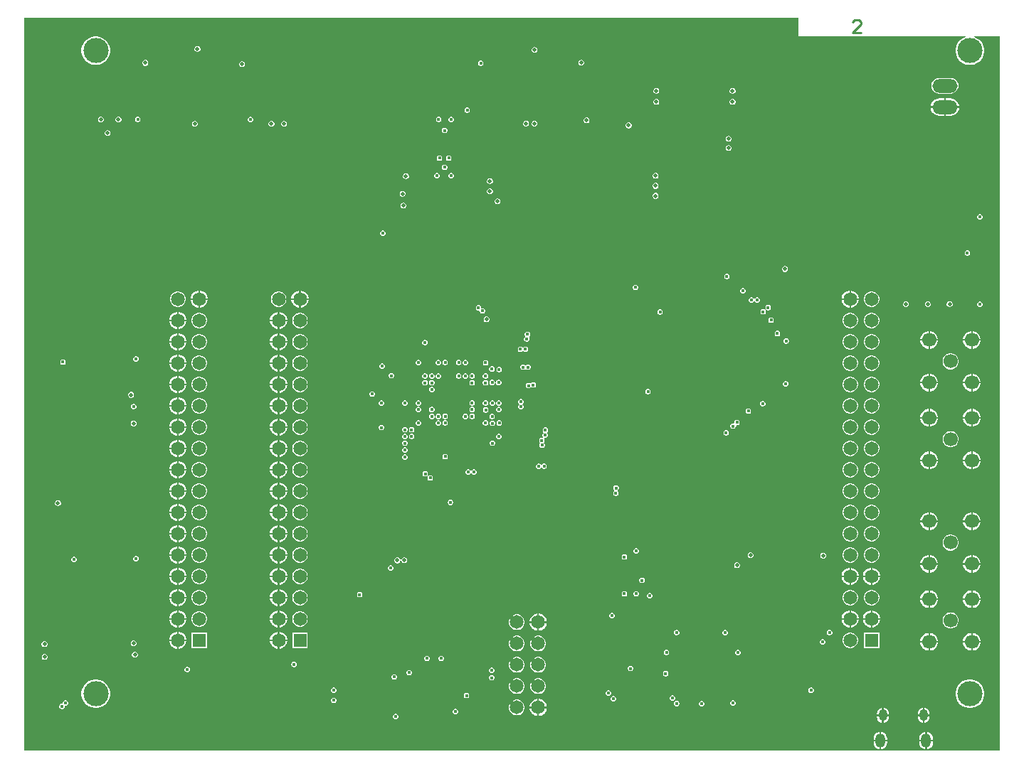
<source format=gbr>
%TF.GenerationSoftware,Altium Limited,Altium Designer,23.5.1 (21)*%
G04 Layer_Physical_Order=2*
G04 Layer_Color=36540*
%FSLAX45Y45*%
%MOMM*%
%TF.SameCoordinates,DF551FB5-6F85-4ABD-ABAF-5ACF3DF1BB5E*%
%TF.FilePolarity,Positive*%
%TF.FileFunction,Copper,L2,Inr,Signal*%
%TF.Part,Single*%
G01*
G75*
%TA.AperFunction,NonConductor*%
%ADD81C,0.25400*%
%TA.AperFunction,ComponentPad*%
%ADD83C,1.70000*%
%ADD84C,1.65000*%
%ADD85O,1.20000X1.70000*%
%ADD86O,1.00000X1.40000*%
%ADD87O,3.00000X1.65000*%
%ADD88R,1.65000X1.65000*%
%TA.AperFunction,WasherPad*%
%ADD89C,3.00000*%
%TA.AperFunction,ViaPad*%
%ADD90C,0.50000*%
%ADD91C,0.45000*%
G36*
X9260002Y8565861D02*
X11068483D01*
X11068483Y8565847D01*
X11247550Y8565666D01*
X11250414Y8553468D01*
X11219476Y8540653D01*
X11191633Y8522049D01*
X11167954Y8498370D01*
X11149350Y8470527D01*
X11136535Y8439589D01*
X11130002Y8406745D01*
Y8373258D01*
X11136535Y8340414D01*
X11149350Y8309476D01*
X11167954Y8281633D01*
X11191633Y8257954D01*
X11219476Y8239350D01*
X11250414Y8226535D01*
X11283258Y8220002D01*
X11316745D01*
X11349589Y8226535D01*
X11380527Y8239350D01*
X11408370Y8257954D01*
X11432049Y8281633D01*
X11450654Y8309476D01*
X11463468Y8340414D01*
X11470001Y8373258D01*
Y8406745D01*
X11463468Y8439589D01*
X11450654Y8470527D01*
X11432049Y8498370D01*
X11408370Y8522049D01*
X11380527Y8540653D01*
X11349589Y8553468D01*
X11352612Y8565560D01*
X11659022Y8565251D01*
X11659023Y50980D01*
X50980D01*
Y8779023D01*
X9260002D01*
Y8565861D01*
D02*
G37*
%LPC*%
G36*
X2116963Y8445001D02*
X2103039D01*
X2090175Y8439673D01*
X2080330Y8429827D01*
X2075001Y8416963D01*
Y8403040D01*
X2080330Y8390175D01*
X2090175Y8380330D01*
X2103039Y8375002D01*
X2116963D01*
X2129827Y8380330D01*
X2139673Y8390175D01*
X2145001Y8403040D01*
Y8416963D01*
X2139673Y8429827D01*
X2129827Y8439673D01*
X2116963Y8445001D01*
D02*
G37*
G36*
X6126963Y8435001D02*
X6113039D01*
X6100175Y8429673D01*
X6090330Y8419827D01*
X6085001Y8406963D01*
Y8393040D01*
X6090330Y8380176D01*
X6100175Y8370330D01*
X6113039Y8365002D01*
X6126963D01*
X6139827Y8370330D01*
X6149673Y8380176D01*
X6155001Y8393040D01*
Y8406963D01*
X6149673Y8419827D01*
X6139827Y8429673D01*
X6126963Y8435001D01*
D02*
G37*
G36*
X916745Y8560001D02*
X883258D01*
X850414Y8553468D01*
X819476Y8540653D01*
X791633Y8522049D01*
X767954Y8498370D01*
X749350Y8470527D01*
X736535Y8439589D01*
X730002Y8406745D01*
Y8373258D01*
X736535Y8340414D01*
X749350Y8309476D01*
X767954Y8281633D01*
X791633Y8257954D01*
X819476Y8239350D01*
X850414Y8226535D01*
X883258Y8220002D01*
X916745D01*
X949589Y8226535D01*
X980527Y8239350D01*
X1008370Y8257954D01*
X1032049Y8281633D01*
X1050653Y8309476D01*
X1063468Y8340414D01*
X1070001Y8373258D01*
Y8406745D01*
X1063468Y8439589D01*
X1050653Y8470527D01*
X1032049Y8498370D01*
X1008370Y8522049D01*
X980527Y8540653D01*
X949589Y8553468D01*
X916745Y8560001D01*
D02*
G37*
G36*
X6684461Y8282503D02*
X6670537D01*
X6657673Y8277175D01*
X6647828Y8267329D01*
X6642499Y8254465D01*
Y8240541D01*
X6647828Y8227677D01*
X6657673Y8217832D01*
X6670537Y8212503D01*
X6684461D01*
X6697325Y8217832D01*
X6707171Y8227677D01*
X6712499Y8240541D01*
Y8254465D01*
X6707171Y8267329D01*
X6697325Y8277175D01*
X6684461Y8282503D01*
D02*
G37*
G36*
X1496963Y8280001D02*
X1483039D01*
X1470175Y8274673D01*
X1460330Y8264827D01*
X1455001Y8251963D01*
Y8238039D01*
X1460330Y8225175D01*
X1470175Y8215330D01*
X1483039Y8210001D01*
X1496963D01*
X1509827Y8215330D01*
X1519673Y8225175D01*
X1525001Y8238039D01*
Y8251963D01*
X1519673Y8264827D01*
X1509827Y8274673D01*
X1496963Y8280001D01*
D02*
G37*
G36*
X5486466Y8272501D02*
X5473537D01*
X5461592Y8267553D01*
X5452449Y8258411D01*
X5447501Y8246466D01*
Y8233537D01*
X5452449Y8221592D01*
X5461592Y8212449D01*
X5473537Y8207501D01*
X5486466D01*
X5498411Y8212449D01*
X5507553Y8221592D01*
X5512501Y8233537D01*
Y8246466D01*
X5507553Y8258411D01*
X5498411Y8267553D01*
X5486466Y8272501D01*
D02*
G37*
G36*
X2646963Y8265001D02*
X2633039D01*
X2620175Y8259673D01*
X2610330Y8249827D01*
X2605001Y8236963D01*
Y8223039D01*
X2610330Y8210175D01*
X2620175Y8200330D01*
X2633039Y8195001D01*
X2646963D01*
X2659827Y8200330D01*
X2669673Y8210175D01*
X2675001Y8223039D01*
Y8236963D01*
X2669673Y8249827D01*
X2659827Y8259673D01*
X2646963Y8265001D01*
D02*
G37*
G36*
X11071001Y8065801D02*
X10936001D01*
X10911854Y8062622D01*
X10889352Y8053301D01*
X10870030Y8038474D01*
X10855203Y8019152D01*
X10845882Y7996650D01*
X10842703Y7972503D01*
X10845882Y7948355D01*
X10855203Y7925854D01*
X10870030Y7906531D01*
X10889352Y7891704D01*
X10911854Y7882384D01*
X10936001Y7879205D01*
X11071001D01*
X11095148Y7882384D01*
X11117650Y7891704D01*
X11136973Y7906531D01*
X11151800Y7925854D01*
X11161120Y7948355D01*
X11164299Y7972503D01*
X11161120Y7996650D01*
X11151800Y8019152D01*
X11136973Y8038474D01*
X11117650Y8053301D01*
X11095148Y8062622D01*
X11071001Y8065801D01*
D02*
G37*
G36*
X8483963Y7945001D02*
X8470039D01*
X8457175Y7939673D01*
X8447329Y7929827D01*
X8442001Y7916963D01*
Y7903040D01*
X8447329Y7890175D01*
X8457175Y7880330D01*
X8470039Y7875002D01*
X8483963D01*
X8496827Y7880330D01*
X8506672Y7890175D01*
X8512001Y7903040D01*
Y7916963D01*
X8506672Y7929827D01*
X8496827Y7939673D01*
X8483963Y7945001D01*
D02*
G37*
G36*
X7576963D02*
X7563039D01*
X7550175Y7939673D01*
X7540330Y7929827D01*
X7535001Y7916963D01*
Y7903040D01*
X7540330Y7890175D01*
X7550175Y7880330D01*
X7563039Y7875002D01*
X7576963D01*
X7589827Y7880330D01*
X7599673Y7890175D01*
X7605001Y7903040D01*
Y7916963D01*
X7599673Y7929827D01*
X7589827Y7939673D01*
X7576963Y7945001D01*
D02*
G37*
G36*
X8483963Y7815001D02*
X8470039D01*
X8457175Y7809673D01*
X8447329Y7799827D01*
X8442001Y7786963D01*
Y7773040D01*
X8447329Y7760175D01*
X8457175Y7750330D01*
X8470039Y7745002D01*
X8483963D01*
X8496827Y7750330D01*
X8506672Y7760175D01*
X8512001Y7773040D01*
Y7786963D01*
X8506672Y7799827D01*
X8496827Y7809673D01*
X8483963Y7815001D01*
D02*
G37*
G36*
X7576963D02*
X7563039D01*
X7550175Y7809673D01*
X7540330Y7799827D01*
X7535001Y7786963D01*
Y7773040D01*
X7540330Y7760175D01*
X7550175Y7750330D01*
X7563039Y7745002D01*
X7576963D01*
X7589827Y7750330D01*
X7599673Y7760175D01*
X7605001Y7773040D01*
Y7786963D01*
X7599673Y7799827D01*
X7589827Y7809673D01*
X7576963Y7815001D01*
D02*
G37*
G36*
X11071001Y7821887D02*
X11013497D01*
Y7728501D01*
X11173069D01*
X11170863Y7745261D01*
X11160535Y7770195D01*
X11144105Y7791606D01*
X11122694Y7808036D01*
X11097759Y7818364D01*
X11071001Y7821887D01*
D02*
G37*
G36*
X10993497D02*
X10936001D01*
X10909243Y7818364D01*
X10884309Y7808036D01*
X10862898Y7791606D01*
X10846468Y7770195D01*
X10836140Y7745261D01*
X10833933Y7728501D01*
X10993497D01*
Y7821887D01*
D02*
G37*
G36*
X5326466Y7712501D02*
X5313537D01*
X5301592Y7707553D01*
X5292449Y7698411D01*
X5287501Y7686466D01*
Y7673537D01*
X5292449Y7661591D01*
X5301592Y7652449D01*
X5313537Y7647501D01*
X5326466D01*
X5338411Y7652449D01*
X5347553Y7661591D01*
X5352501Y7673537D01*
Y7686466D01*
X5347553Y7698411D01*
X5338411Y7707553D01*
X5326466Y7712501D01*
D02*
G37*
G36*
X11173069Y7708501D02*
X11013497D01*
Y7615118D01*
X11071001D01*
X11097759Y7618641D01*
X11122694Y7628969D01*
X11144105Y7645399D01*
X11160535Y7666810D01*
X11170863Y7691745D01*
X11173069Y7708501D01*
D02*
G37*
G36*
X10993497D02*
X10833934D01*
X10836140Y7691745D01*
X10846468Y7666810D01*
X10862898Y7645399D01*
X10884309Y7628969D01*
X10909243Y7618641D01*
X10936001Y7615118D01*
X10993497D01*
Y7708501D01*
D02*
G37*
G36*
X5136466Y7602501D02*
X5123537D01*
X5111592Y7597554D01*
X5102449Y7588411D01*
X5097501Y7576466D01*
Y7563537D01*
X5102449Y7551592D01*
X5111592Y7542449D01*
X5123537Y7537502D01*
X5136466D01*
X5148411Y7542449D01*
X5157553Y7551592D01*
X5162501Y7563537D01*
Y7576466D01*
X5157553Y7588411D01*
X5148411Y7597554D01*
X5136466Y7602501D01*
D02*
G37*
G36*
X4986466D02*
X4973537D01*
X4961592Y7597554D01*
X4952449Y7588411D01*
X4947501Y7576466D01*
Y7563537D01*
X4952449Y7551592D01*
X4961592Y7542449D01*
X4973537Y7537502D01*
X4986466D01*
X4998411Y7542449D01*
X5007553Y7551592D01*
X5012501Y7563537D01*
Y7576466D01*
X5007553Y7588411D01*
X4998411Y7597554D01*
X4986466Y7602501D01*
D02*
G37*
G36*
X2746466D02*
X2733537D01*
X2721592Y7597554D01*
X2712449Y7588411D01*
X2707502Y7576466D01*
Y7563537D01*
X2712449Y7551592D01*
X2721592Y7542449D01*
X2733537Y7537502D01*
X2746466D01*
X2758411Y7542449D01*
X2767554Y7551592D01*
X2772501Y7563537D01*
Y7576466D01*
X2767554Y7588411D01*
X2758411Y7597554D01*
X2746466Y7602501D01*
D02*
G37*
G36*
X1406466D02*
X1393537D01*
X1381592Y7597554D01*
X1372449Y7588411D01*
X1367501Y7576466D01*
Y7563537D01*
X1372449Y7551592D01*
X1381592Y7542449D01*
X1393537Y7537502D01*
X1406466D01*
X1418411Y7542449D01*
X1427553Y7551592D01*
X1432501Y7563537D01*
Y7576466D01*
X1427553Y7588411D01*
X1418411Y7597554D01*
X1406466Y7602501D01*
D02*
G37*
G36*
X1176963Y7605001D02*
X1163039D01*
X1150175Y7599673D01*
X1140330Y7589827D01*
X1135001Y7576963D01*
Y7563039D01*
X1140330Y7550175D01*
X1150175Y7540330D01*
X1163039Y7535001D01*
X1176963D01*
X1189827Y7540330D01*
X1199673Y7550175D01*
X1205001Y7563039D01*
Y7576963D01*
X1199673Y7589827D01*
X1189827Y7599673D01*
X1176963Y7605001D01*
D02*
G37*
G36*
X966963D02*
X953039D01*
X940175Y7599673D01*
X930330Y7589827D01*
X925001Y7576963D01*
Y7563039D01*
X930330Y7550175D01*
X940175Y7540330D01*
X953039Y7535001D01*
X966963D01*
X979827Y7540330D01*
X989673Y7550175D01*
X995001Y7563039D01*
Y7576963D01*
X989673Y7589827D01*
X979827Y7599673D01*
X966963Y7605001D01*
D02*
G37*
G36*
X6746963Y7595001D02*
X6733039D01*
X6720175Y7589673D01*
X6710330Y7579827D01*
X6705001Y7566963D01*
Y7553040D01*
X6710330Y7540175D01*
X6720175Y7530330D01*
X6733039Y7525001D01*
X6746963D01*
X6759827Y7530330D01*
X6769673Y7540175D01*
X6775001Y7553040D01*
Y7566963D01*
X6769673Y7579827D01*
X6759827Y7589673D01*
X6746963Y7595001D01*
D02*
G37*
G36*
X6126463Y7555501D02*
X6112539D01*
X6099675Y7550173D01*
X6089830Y7540327D01*
X6084501Y7527463D01*
Y7513539D01*
X6089830Y7500675D01*
X6099675Y7490830D01*
X6112539Y7485501D01*
X6126463D01*
X6139327Y7490830D01*
X6149173Y7500675D01*
X6154501Y7513539D01*
Y7527463D01*
X6149173Y7540327D01*
X6139327Y7550173D01*
X6126463Y7555501D01*
D02*
G37*
G36*
X6026463D02*
X6012539D01*
X5999675Y7550173D01*
X5989830Y7540327D01*
X5984501Y7527463D01*
Y7513539D01*
X5989830Y7500675D01*
X5999675Y7490830D01*
X6012539Y7485501D01*
X6026463D01*
X6039327Y7490830D01*
X6049173Y7500675D01*
X6054501Y7513539D01*
Y7527463D01*
X6049173Y7540327D01*
X6039327Y7550173D01*
X6026463Y7555501D01*
D02*
G37*
G36*
X3146963Y7555001D02*
X3133039D01*
X3120175Y7549673D01*
X3110330Y7539827D01*
X3105001Y7526963D01*
Y7513040D01*
X3110330Y7500175D01*
X3120175Y7490330D01*
X3133039Y7485002D01*
X3146963D01*
X3159827Y7490330D01*
X3169673Y7500175D01*
X3175001Y7513040D01*
Y7526963D01*
X3169673Y7539827D01*
X3159827Y7549673D01*
X3146963Y7555001D01*
D02*
G37*
G36*
X2996963D02*
X2983039D01*
X2970175Y7549673D01*
X2960330Y7539827D01*
X2955001Y7526963D01*
Y7513040D01*
X2960330Y7500175D01*
X2970175Y7490330D01*
X2983039Y7485002D01*
X2996963D01*
X3009827Y7490330D01*
X3019673Y7500175D01*
X3025001Y7513040D01*
Y7526963D01*
X3019673Y7539827D01*
X3009827Y7549673D01*
X2996963Y7555001D01*
D02*
G37*
G36*
X2086963D02*
X2073039D01*
X2060175Y7549673D01*
X2050330Y7539827D01*
X2045001Y7526963D01*
Y7513040D01*
X2050330Y7500175D01*
X2060175Y7490330D01*
X2073039Y7485002D01*
X2086963D01*
X2099827Y7490330D01*
X2109673Y7500175D01*
X2115001Y7513040D01*
Y7526963D01*
X2109673Y7539827D01*
X2099827Y7549673D01*
X2086963Y7555001D01*
D02*
G37*
G36*
X7246963Y7535001D02*
X7233039D01*
X7220175Y7529673D01*
X7210330Y7519827D01*
X7205001Y7506963D01*
Y7493040D01*
X7210330Y7480176D01*
X7220175Y7470330D01*
X7233039Y7465002D01*
X7246963D01*
X7259827Y7470330D01*
X7269673Y7480176D01*
X7275001Y7493040D01*
Y7506963D01*
X7269673Y7519827D01*
X7259827Y7529673D01*
X7246963Y7535001D01*
D02*
G37*
G36*
X5056466Y7472501D02*
X5043537D01*
X5031592Y7467554D01*
X5022449Y7458411D01*
X5017502Y7446466D01*
Y7433537D01*
X5022449Y7421592D01*
X5031592Y7412449D01*
X5043537Y7407502D01*
X5056466D01*
X5068411Y7412449D01*
X5077553Y7421592D01*
X5082501Y7433537D01*
Y7446466D01*
X5077553Y7458411D01*
X5068411Y7467554D01*
X5056466Y7472501D01*
D02*
G37*
G36*
X1046963Y7445001D02*
X1033039D01*
X1020175Y7439673D01*
X1010330Y7429827D01*
X1005001Y7416963D01*
Y7403040D01*
X1010330Y7390175D01*
X1020175Y7380330D01*
X1033039Y7375002D01*
X1046963D01*
X1059827Y7380330D01*
X1069673Y7390175D01*
X1075001Y7403040D01*
Y7416963D01*
X1069673Y7429827D01*
X1059827Y7439673D01*
X1046963Y7445001D01*
D02*
G37*
G36*
X8436963Y7375002D02*
X8423039D01*
X8410175Y7369673D01*
X8400330Y7359828D01*
X8395001Y7346963D01*
Y7333040D01*
X8400330Y7320176D01*
X8410175Y7310330D01*
X8423039Y7305002D01*
X8436963D01*
X8449827Y7310330D01*
X8459673Y7320176D01*
X8465001Y7333040D01*
Y7346963D01*
X8459673Y7359828D01*
X8449827Y7369673D01*
X8436963Y7375002D01*
D02*
G37*
G36*
Y7265001D02*
X8423039D01*
X8410175Y7259673D01*
X8400330Y7249827D01*
X8395001Y7236963D01*
Y7223039D01*
X8400330Y7210175D01*
X8410175Y7200330D01*
X8423039Y7195001D01*
X8436963D01*
X8449827Y7200330D01*
X8459673Y7210175D01*
X8465001Y7223039D01*
Y7236963D01*
X8459673Y7249827D01*
X8449827Y7259673D01*
X8436963Y7265001D01*
D02*
G37*
G36*
X5106466Y7142501D02*
X5093537D01*
X5081592Y7137553D01*
X5072449Y7128411D01*
X5067501Y7116466D01*
Y7103537D01*
X5072449Y7091592D01*
X5081592Y7082449D01*
X5093537Y7077501D01*
X5106466D01*
X5118411Y7082449D01*
X5127553Y7091592D01*
X5132501Y7103537D01*
Y7116466D01*
X5127553Y7128411D01*
X5118411Y7137553D01*
X5106466Y7142501D01*
D02*
G37*
G36*
X4996466D02*
X4983537D01*
X4971592Y7137553D01*
X4962449Y7128411D01*
X4957501Y7116466D01*
Y7103537D01*
X4962449Y7091592D01*
X4971592Y7082449D01*
X4983537Y7077501D01*
X4996466D01*
X5008411Y7082449D01*
X5017553Y7091592D01*
X5022501Y7103537D01*
Y7116466D01*
X5017553Y7128411D01*
X5008411Y7137553D01*
X4996466Y7142501D01*
D02*
G37*
G36*
X5056466Y7032501D02*
X5043537D01*
X5031592Y7027553D01*
X5022449Y7018411D01*
X5017502Y7006466D01*
Y6993537D01*
X5022449Y6981592D01*
X5031592Y6972449D01*
X5043537Y6967501D01*
X5056466D01*
X5068411Y6972449D01*
X5077553Y6981592D01*
X5082501Y6993537D01*
Y7006466D01*
X5077553Y7018411D01*
X5068411Y7027553D01*
X5056466Y7032501D01*
D02*
G37*
G36*
X5136466Y6932501D02*
X5123537D01*
X5111592Y6927553D01*
X5102449Y6918411D01*
X5097501Y6906466D01*
Y6893537D01*
X5102449Y6881592D01*
X5111592Y6872449D01*
X5123537Y6867501D01*
X5136466D01*
X5148411Y6872449D01*
X5157553Y6881592D01*
X5162501Y6893537D01*
Y6906466D01*
X5157553Y6918411D01*
X5148411Y6927553D01*
X5136466Y6932501D01*
D02*
G37*
G36*
X4966466D02*
X4953537D01*
X4941592Y6927553D01*
X4932449Y6918411D01*
X4927501Y6906466D01*
Y6893537D01*
X4932449Y6881592D01*
X4941592Y6872449D01*
X4953537Y6867501D01*
X4966466D01*
X4978411Y6872449D01*
X4987553Y6881592D01*
X4992501Y6893537D01*
Y6906466D01*
X4987553Y6918411D01*
X4978411Y6927553D01*
X4966466Y6932501D01*
D02*
G37*
G36*
X7566963Y6935001D02*
X7553039D01*
X7540175Y6929673D01*
X7530330Y6919827D01*
X7525001Y6906963D01*
Y6893040D01*
X7530330Y6880175D01*
X7540175Y6870330D01*
X7553039Y6865002D01*
X7566963D01*
X7579827Y6870330D01*
X7589673Y6880175D01*
X7595001Y6893040D01*
Y6906963D01*
X7589673Y6919827D01*
X7579827Y6929673D01*
X7566963Y6935001D01*
D02*
G37*
G36*
X4596963Y6930001D02*
X4583039D01*
X4570175Y6924673D01*
X4560330Y6914827D01*
X4555001Y6901963D01*
Y6888040D01*
X4560330Y6875175D01*
X4570175Y6865330D01*
X4583039Y6860002D01*
X4596963D01*
X4609827Y6865330D01*
X4619673Y6875175D01*
X4625001Y6888040D01*
Y6901963D01*
X4619673Y6914827D01*
X4609827Y6924673D01*
X4596963Y6930001D01*
D02*
G37*
G36*
X5596963Y6870002D02*
X5583039D01*
X5570175Y6864673D01*
X5560330Y6854828D01*
X5555001Y6841963D01*
Y6828040D01*
X5560330Y6815176D01*
X5570175Y6805330D01*
X5583039Y6800002D01*
X5596963D01*
X5609827Y6805330D01*
X5619673Y6815176D01*
X5625001Y6828040D01*
Y6841963D01*
X5619673Y6854828D01*
X5609827Y6864673D01*
X5596963Y6870002D01*
D02*
G37*
G36*
X7566963Y6815001D02*
X7553039D01*
X7540175Y6809673D01*
X7530330Y6799827D01*
X7525001Y6786963D01*
Y6773040D01*
X7530330Y6760175D01*
X7540175Y6750330D01*
X7553039Y6745001D01*
X7566963D01*
X7579827Y6750330D01*
X7589673Y6760175D01*
X7595001Y6773040D01*
Y6786963D01*
X7589673Y6799827D01*
X7579827Y6809673D01*
X7566963Y6815001D01*
D02*
G37*
G36*
X5596963Y6750001D02*
X5583039D01*
X5570175Y6744673D01*
X5560330Y6734828D01*
X5555001Y6721963D01*
Y6708040D01*
X5560330Y6695176D01*
X5570175Y6685330D01*
X5583039Y6680002D01*
X5596963D01*
X5609827Y6685330D01*
X5619673Y6695176D01*
X5625001Y6708040D01*
Y6721963D01*
X5619673Y6734828D01*
X5609827Y6744673D01*
X5596963Y6750001D01*
D02*
G37*
G36*
X4556963Y6720001D02*
X4543039D01*
X4530175Y6714673D01*
X4520330Y6704827D01*
X4515001Y6691963D01*
Y6678039D01*
X4520330Y6665175D01*
X4530175Y6655330D01*
X4543039Y6650001D01*
X4556963D01*
X4569827Y6655330D01*
X4579673Y6665175D01*
X4585001Y6678039D01*
Y6691963D01*
X4579673Y6704827D01*
X4569827Y6714673D01*
X4556963Y6720001D01*
D02*
G37*
G36*
X7566963Y6695001D02*
X7553039D01*
X7540175Y6689673D01*
X7530330Y6679827D01*
X7525001Y6666963D01*
Y6653040D01*
X7530330Y6640175D01*
X7540175Y6630330D01*
X7553039Y6625001D01*
X7566963D01*
X7579827Y6630330D01*
X7589673Y6640175D01*
X7595001Y6653040D01*
Y6666963D01*
X7589673Y6679827D01*
X7579827Y6689673D01*
X7566963Y6695001D01*
D02*
G37*
G36*
X5686963Y6630001D02*
X5673039D01*
X5660175Y6624673D01*
X5650330Y6614828D01*
X5645001Y6601963D01*
Y6588040D01*
X5650330Y6575176D01*
X5660175Y6565330D01*
X5673039Y6560002D01*
X5686963D01*
X5699827Y6565330D01*
X5709673Y6575176D01*
X5715001Y6588040D01*
Y6601963D01*
X5709673Y6614828D01*
X5699827Y6624673D01*
X5686963Y6630001D01*
D02*
G37*
G36*
X4566963Y6580001D02*
X4553039D01*
X4540175Y6574673D01*
X4530330Y6564827D01*
X4525001Y6551963D01*
Y6538040D01*
X4530330Y6525175D01*
X4540175Y6515330D01*
X4553039Y6510001D01*
X4566963D01*
X4579827Y6515330D01*
X4589673Y6525175D01*
X4595001Y6538040D01*
Y6551963D01*
X4589673Y6564827D01*
X4579827Y6574673D01*
X4566963Y6580001D01*
D02*
G37*
G36*
X11426466Y6442501D02*
X11413537D01*
X11401592Y6437553D01*
X11392449Y6428411D01*
X11387501Y6416466D01*
Y6403537D01*
X11392449Y6391591D01*
X11401592Y6382449D01*
X11413537Y6377501D01*
X11426466D01*
X11438411Y6382449D01*
X11447553Y6391591D01*
X11452501Y6403537D01*
Y6416466D01*
X11447553Y6428411D01*
X11438411Y6437553D01*
X11426466Y6442501D01*
D02*
G37*
G36*
X4324266Y6246771D02*
X4311337D01*
X4299392Y6241824D01*
X4290250Y6232681D01*
X4285302Y6220736D01*
Y6207807D01*
X4290250Y6195862D01*
X4299392Y6186719D01*
X4311337Y6181772D01*
X4324266D01*
X4336212Y6186719D01*
X4345354Y6195862D01*
X4350302Y6207807D01*
Y6220736D01*
X4345354Y6232681D01*
X4336212Y6241824D01*
X4324266Y6246771D01*
D02*
G37*
G36*
X11276466Y6012501D02*
X11263537D01*
X11251592Y6007553D01*
X11242449Y5998411D01*
X11237502Y5986466D01*
Y5973537D01*
X11242449Y5961592D01*
X11251592Y5952449D01*
X11263537Y5947501D01*
X11276466D01*
X11288411Y5952449D01*
X11297553Y5961592D01*
X11302501Y5973537D01*
Y5986466D01*
X11297553Y5998411D01*
X11288411Y6007553D01*
X11276466Y6012501D01*
D02*
G37*
G36*
X9106963Y5825001D02*
X9093039D01*
X9080175Y5819673D01*
X9070330Y5809827D01*
X9065001Y5796963D01*
Y5783039D01*
X9070330Y5770175D01*
X9080175Y5760330D01*
X9093039Y5755001D01*
X9106963D01*
X9119827Y5760330D01*
X9129673Y5770175D01*
X9135001Y5783039D01*
Y5796963D01*
X9129673Y5809827D01*
X9119827Y5819673D01*
X9106963Y5825001D01*
D02*
G37*
G36*
X8414698Y5730733D02*
X8401769D01*
X8389824Y5725786D01*
X8380681Y5716643D01*
X8375734Y5704698D01*
Y5691769D01*
X8380681Y5679824D01*
X8389824Y5670681D01*
X8401769Y5665734D01*
X8414698D01*
X8426643Y5670681D01*
X8435786Y5679824D01*
X8440733Y5691769D01*
Y5704698D01*
X8435786Y5716643D01*
X8426643Y5725786D01*
X8414698Y5730733D01*
D02*
G37*
G36*
X7326466Y5602501D02*
X7313537D01*
X7301592Y5597553D01*
X7292449Y5588411D01*
X7287502Y5576466D01*
Y5563537D01*
X7292449Y5551592D01*
X7301592Y5542449D01*
X7313537Y5537501D01*
X7326466D01*
X7338411Y5542449D01*
X7347554Y5551592D01*
X7352501Y5563537D01*
Y5576466D01*
X7347554Y5588411D01*
X7338411Y5597553D01*
X7326466Y5602501D01*
D02*
G37*
G36*
X8605343Y5564694D02*
X8592414D01*
X8580469Y5559746D01*
X8571326Y5550604D01*
X8566379Y5538658D01*
Y5525729D01*
X8571326Y5513784D01*
X8580469Y5504642D01*
X8592414Y5499694D01*
X8605343D01*
X8617288Y5504642D01*
X8626431Y5513784D01*
X8631378Y5525729D01*
Y5538658D01*
X8626431Y5550604D01*
X8617288Y5559746D01*
X8605343Y5564694D01*
D02*
G37*
G36*
X2143495Y5533501D02*
X2139997D01*
Y5441003D01*
X2232501D01*
Y5444496D01*
X2225515Y5470565D01*
X2212021Y5493938D01*
X2192937Y5513022D01*
X2169564Y5526516D01*
X2143495Y5533501D01*
D02*
G37*
G36*
X2119997D02*
X2116507D01*
X2090437Y5526516D01*
X2067064Y5513022D01*
X2047980Y5493938D01*
X2034486Y5470565D01*
X2027501Y5444496D01*
Y5441003D01*
X2119997D01*
Y5533501D01*
D02*
G37*
G36*
X9889495D02*
X9885998D01*
Y5441003D01*
X9978501D01*
Y5444496D01*
X9971515Y5470565D01*
X9958021Y5493938D01*
X9938937Y5513022D01*
X9915564Y5526516D01*
X9889495Y5533501D01*
D02*
G37*
G36*
X9865998D02*
X9862507D01*
X9836437Y5526516D01*
X9813064Y5513022D01*
X9793980Y5493938D01*
X9780486Y5470565D01*
X9773501Y5444496D01*
Y5441003D01*
X9865998D01*
Y5533501D01*
D02*
G37*
G36*
X3343495D02*
X3339999D01*
Y5441001D01*
X3432501D01*
Y5444496D01*
X3425516Y5470565D01*
X3412021Y5493938D01*
X3392937Y5513022D01*
X3369565Y5526516D01*
X3343495Y5533501D01*
D02*
G37*
G36*
X3319999D02*
X3316507D01*
X3290437Y5526516D01*
X3267065Y5513022D01*
X3247981Y5493938D01*
X3234486Y5470565D01*
X3227501Y5444496D01*
Y5441001D01*
X3319999D01*
Y5533501D01*
D02*
G37*
G36*
X8776466Y5452501D02*
X8763537D01*
X8751592Y5447553D01*
X8742449Y5438411D01*
X8741875Y5437024D01*
X8728128D01*
X8727554Y5438411D01*
X8718411Y5447553D01*
X8706466Y5452501D01*
X8693537D01*
X8681592Y5447553D01*
X8672449Y5438411D01*
X8667502Y5426466D01*
Y5413537D01*
X8672449Y5401592D01*
X8681592Y5392449D01*
X8693537Y5387502D01*
X8706466D01*
X8718411Y5392449D01*
X8727554Y5401592D01*
X8728128Y5402979D01*
X8741875D01*
X8742449Y5401592D01*
X8751592Y5392449D01*
X8763537Y5387502D01*
X8776466D01*
X8788411Y5392449D01*
X8797553Y5401592D01*
X8802501Y5413537D01*
Y5426466D01*
X8797553Y5438411D01*
X8788411Y5447553D01*
X8776466Y5452501D01*
D02*
G37*
G36*
X10142179Y5523501D02*
X10117823D01*
X10094297Y5517198D01*
X10073205Y5505020D01*
X10055982Y5487798D01*
X10043805Y5466705D01*
X10037501Y5443179D01*
Y5418824D01*
X10043805Y5395298D01*
X10055982Y5374205D01*
X10073205Y5356983D01*
X10094297Y5344805D01*
X10117823Y5338501D01*
X10142179D01*
X10165704Y5344805D01*
X10186797Y5356983D01*
X10204019Y5374205D01*
X10216197Y5395298D01*
X10222501Y5418824D01*
Y5443179D01*
X10216197Y5466705D01*
X10204019Y5487798D01*
X10186797Y5505020D01*
X10165704Y5517198D01*
X10142179Y5523501D01*
D02*
G37*
G36*
X3088179D02*
X3063823D01*
X3040297Y5517198D01*
X3019205Y5505020D01*
X3001983Y5487798D01*
X2989805Y5466705D01*
X2983501Y5443179D01*
Y5418824D01*
X2989805Y5395298D01*
X3001983Y5374205D01*
X3019205Y5356983D01*
X3040297Y5344805D01*
X3063823Y5338501D01*
X3088179D01*
X3111704Y5344805D01*
X3132797Y5356983D01*
X3150019Y5374205D01*
X3162197Y5395298D01*
X3168501Y5418824D01*
Y5443179D01*
X3162197Y5466705D01*
X3150019Y5487798D01*
X3132797Y5505020D01*
X3111704Y5517198D01*
X3088179Y5523501D01*
D02*
G37*
G36*
X1888179D02*
X1863823D01*
X1840297Y5517198D01*
X1819205Y5505020D01*
X1801982Y5487798D01*
X1789805Y5466705D01*
X1783501Y5443179D01*
Y5418824D01*
X1789805Y5395298D01*
X1801982Y5374205D01*
X1819205Y5356983D01*
X1840297Y5344805D01*
X1863823Y5338501D01*
X1888179D01*
X1911704Y5344805D01*
X1932797Y5356983D01*
X1950019Y5374205D01*
X1962197Y5395298D01*
X1968501Y5418824D01*
Y5443179D01*
X1962197Y5466705D01*
X1950019Y5487798D01*
X1932797Y5505020D01*
X1911704Y5517198D01*
X1888179Y5523501D01*
D02*
G37*
G36*
X11426466Y5402501D02*
X11413537D01*
X11401592Y5397553D01*
X11392449Y5388411D01*
X11387501Y5376466D01*
Y5363537D01*
X11392449Y5351592D01*
X11401592Y5342449D01*
X11413537Y5337501D01*
X11426466D01*
X11438411Y5342449D01*
X11447553Y5351592D01*
X11452501Y5363537D01*
Y5376466D01*
X11447553Y5388411D01*
X11438411Y5397553D01*
X11426466Y5402501D01*
D02*
G37*
G36*
X11066964Y5405001D02*
X11053040D01*
X11040176Y5399673D01*
X11030330Y5389827D01*
X11025002Y5376963D01*
Y5363039D01*
X11030330Y5350175D01*
X11040176Y5340330D01*
X11053040Y5335001D01*
X11066964D01*
X11079828Y5340330D01*
X11089673Y5350175D01*
X11095002Y5363039D01*
Y5376963D01*
X11089673Y5389827D01*
X11079828Y5399673D01*
X11066964Y5405001D01*
D02*
G37*
G36*
X10806964D02*
X10793040D01*
X10780176Y5399673D01*
X10770330Y5389827D01*
X10765002Y5376963D01*
Y5363039D01*
X10770330Y5350175D01*
X10780176Y5340330D01*
X10793040Y5335001D01*
X10806964D01*
X10819828Y5340330D01*
X10829673Y5350175D01*
X10835002Y5363039D01*
Y5376963D01*
X10829673Y5389827D01*
X10819828Y5399673D01*
X10806964Y5405001D01*
D02*
G37*
G36*
X10546964D02*
X10533040D01*
X10520176Y5399673D01*
X10510330Y5389827D01*
X10505002Y5376963D01*
Y5363039D01*
X10510330Y5350175D01*
X10520176Y5340330D01*
X10533040Y5335001D01*
X10546964D01*
X10559828Y5340330D01*
X10569673Y5350175D01*
X10575002Y5363039D01*
Y5376963D01*
X10569673Y5389827D01*
X10559828Y5399673D01*
X10546964Y5405001D01*
D02*
G37*
G36*
X9978501Y5421003D02*
X9885998D01*
Y5328501D01*
X9889495D01*
X9915564Y5335487D01*
X9938937Y5348981D01*
X9958021Y5368065D01*
X9971515Y5391438D01*
X9978501Y5417507D01*
Y5421003D01*
D02*
G37*
G36*
X9865998D02*
X9773501D01*
Y5417507D01*
X9780486Y5391438D01*
X9793980Y5368065D01*
X9813064Y5348981D01*
X9836437Y5335487D01*
X9862507Y5328501D01*
X9865998D01*
Y5421003D01*
D02*
G37*
G36*
X3432501Y5421001D02*
X3339999D01*
Y5328501D01*
X3343495D01*
X3369565Y5335487D01*
X3392937Y5348981D01*
X3412021Y5368065D01*
X3425516Y5391438D01*
X3432501Y5417507D01*
Y5421001D01*
D02*
G37*
G36*
X3319999D02*
X3227501D01*
Y5417507D01*
X3234486Y5391438D01*
X3247981Y5368065D01*
X3267065Y5348981D01*
X3290437Y5335487D01*
X3316507Y5328501D01*
X3319999D01*
Y5421001D01*
D02*
G37*
G36*
X2232501Y5421003D02*
X2139997D01*
Y5328501D01*
X2143495D01*
X2169564Y5335487D01*
X2192937Y5348981D01*
X2212021Y5368065D01*
X2225515Y5391438D01*
X2232501Y5417507D01*
Y5421003D01*
D02*
G37*
G36*
X2119997D02*
X2027501D01*
Y5417507D01*
X2034486Y5391438D01*
X2047980Y5368065D01*
X2067064Y5348981D01*
X2090437Y5335487D01*
X2116507Y5328501D01*
X2119997D01*
Y5421003D01*
D02*
G37*
G36*
X8906466Y5362501D02*
X8893537D01*
X8881592Y5357553D01*
X8872449Y5348411D01*
X8867501Y5336466D01*
Y5323537D01*
X8872449Y5311592D01*
X8881592Y5302449D01*
X8893537Y5297501D01*
X8906466D01*
X8918411Y5302449D01*
X8927553Y5311592D01*
X8932501Y5323537D01*
Y5336466D01*
X8927553Y5348411D01*
X8918411Y5357553D01*
X8906466Y5362501D01*
D02*
G37*
G36*
X5460966Y5357856D02*
X5448037D01*
X5436092Y5352909D01*
X5426950Y5343766D01*
X5422002Y5331821D01*
Y5318892D01*
X5426950Y5306947D01*
X5436092Y5297804D01*
X5448037Y5292857D01*
X5460966D01*
X5467502Y5288490D01*
Y5283537D01*
X5472449Y5271592D01*
X5481592Y5262449D01*
X5493537Y5257502D01*
X5506466D01*
X5518411Y5262449D01*
X5527554Y5271592D01*
X5532501Y5283537D01*
Y5296466D01*
X5527554Y5308411D01*
X5518411Y5317553D01*
X5506466Y5322501D01*
X5493537D01*
X5487001Y5326868D01*
Y5331821D01*
X5482054Y5343766D01*
X5472911Y5352909D01*
X5460966Y5357856D01*
D02*
G37*
G36*
X8846466Y5312501D02*
X8833537D01*
X8821592Y5307554D01*
X8812449Y5298411D01*
X8807502Y5286466D01*
Y5273537D01*
X8812449Y5261592D01*
X8821592Y5252449D01*
X8833537Y5247502D01*
X8846466D01*
X8858411Y5252449D01*
X8867554Y5261592D01*
X8872501Y5273537D01*
Y5286466D01*
X8867554Y5298411D01*
X8858411Y5307554D01*
X8846466Y5312501D01*
D02*
G37*
G36*
X7620514Y5308366D02*
X7607584D01*
X7595639Y5303418D01*
X7586497Y5294276D01*
X7581549Y5282331D01*
Y5269402D01*
X7586497Y5257457D01*
X7595639Y5248314D01*
X7607584Y5243366D01*
X7620514D01*
X7632459Y5248314D01*
X7641601Y5257457D01*
X7646549Y5269402D01*
Y5282331D01*
X7641601Y5294276D01*
X7632459Y5303418D01*
X7620514Y5308366D01*
D02*
G37*
G36*
X1889495Y5279501D02*
X1885997D01*
Y5187003D01*
X1978501D01*
Y5190496D01*
X1971515Y5216565D01*
X1958021Y5239938D01*
X1938937Y5259022D01*
X1915564Y5272516D01*
X1889495Y5279501D01*
D02*
G37*
G36*
X1865997D02*
X1862507D01*
X1836437Y5272516D01*
X1813064Y5259022D01*
X1793980Y5239938D01*
X1780486Y5216565D01*
X1773501Y5190496D01*
Y5187003D01*
X1865997D01*
Y5279501D01*
D02*
G37*
G36*
X3089495D02*
X3085999D01*
Y5187001D01*
X3178501D01*
Y5190496D01*
X3171516Y5216565D01*
X3158021Y5239938D01*
X3138937Y5259022D01*
X3115565Y5272516D01*
X3089495Y5279501D01*
D02*
G37*
G36*
X3065999D02*
X3062507D01*
X3036437Y5272516D01*
X3013065Y5259022D01*
X2993981Y5239938D01*
X2980486Y5216565D01*
X2973501Y5190496D01*
Y5187001D01*
X3065999D01*
Y5279501D01*
D02*
G37*
G36*
X5556963Y5225001D02*
X5543039D01*
X5530175Y5219673D01*
X5520330Y5209827D01*
X5515001Y5196963D01*
Y5183039D01*
X5520330Y5170175D01*
X5530175Y5160330D01*
X5543039Y5155001D01*
X5556963D01*
X5569827Y5160330D01*
X5579673Y5170175D01*
X5585001Y5183039D01*
Y5196963D01*
X5579673Y5209827D01*
X5569827Y5219673D01*
X5556963Y5225001D01*
D02*
G37*
G36*
X8941736Y5212552D02*
X8928807D01*
X8916862Y5207605D01*
X8907720Y5198462D01*
X8902772Y5186517D01*
Y5173588D01*
X8907720Y5161643D01*
X8916862Y5152500D01*
X8928807Y5147553D01*
X8941736D01*
X8953682Y5152500D01*
X8962824Y5161643D01*
X8967772Y5173588D01*
Y5186517D01*
X8962824Y5198462D01*
X8953682Y5207605D01*
X8941736Y5212552D01*
D02*
G37*
G36*
X10142179Y5269501D02*
X10117823D01*
X10094297Y5263197D01*
X10073205Y5251020D01*
X10055982Y5233798D01*
X10043805Y5212705D01*
X10037501Y5189179D01*
Y5164824D01*
X10043805Y5141298D01*
X10055982Y5120205D01*
X10073205Y5102983D01*
X10094297Y5090805D01*
X10117823Y5084501D01*
X10142179D01*
X10165704Y5090805D01*
X10186797Y5102983D01*
X10204019Y5120205D01*
X10216197Y5141298D01*
X10222501Y5164824D01*
Y5189179D01*
X10216197Y5212705D01*
X10204019Y5233798D01*
X10186797Y5251020D01*
X10165704Y5263197D01*
X10142179Y5269501D01*
D02*
G37*
G36*
X9888179D02*
X9863823D01*
X9840297Y5263197D01*
X9819205Y5251020D01*
X9801982Y5233798D01*
X9789805Y5212705D01*
X9783501Y5189179D01*
Y5164824D01*
X9789805Y5141298D01*
X9801982Y5120205D01*
X9819205Y5102983D01*
X9840297Y5090805D01*
X9863823Y5084501D01*
X9888179D01*
X9911704Y5090805D01*
X9932797Y5102983D01*
X9950019Y5120205D01*
X9962197Y5141298D01*
X9968501Y5164824D01*
Y5189179D01*
X9962197Y5212705D01*
X9950019Y5233798D01*
X9932797Y5251020D01*
X9911704Y5263197D01*
X9888179Y5269501D01*
D02*
G37*
G36*
X3342179D02*
X3317823D01*
X3294297Y5263197D01*
X3273205Y5251020D01*
X3255983Y5233798D01*
X3243805Y5212705D01*
X3237501Y5189179D01*
Y5164824D01*
X3243805Y5141298D01*
X3255983Y5120205D01*
X3273205Y5102983D01*
X3294297Y5090805D01*
X3317823Y5084501D01*
X3342179D01*
X3365704Y5090805D01*
X3386797Y5102983D01*
X3404019Y5120205D01*
X3416197Y5141298D01*
X3422501Y5164824D01*
Y5189179D01*
X3416197Y5212705D01*
X3404019Y5233798D01*
X3386797Y5251020D01*
X3365704Y5263197D01*
X3342179Y5269501D01*
D02*
G37*
G36*
X2142179D02*
X2117823D01*
X2094297Y5263197D01*
X2073205Y5251020D01*
X2055982Y5233798D01*
X2043805Y5212705D01*
X2037501Y5189179D01*
Y5164824D01*
X2043805Y5141298D01*
X2055982Y5120205D01*
X2073205Y5102983D01*
X2094297Y5090805D01*
X2117823Y5084501D01*
X2142179D01*
X2165704Y5090805D01*
X2186797Y5102983D01*
X2204019Y5120205D01*
X2216197Y5141298D01*
X2222501Y5164824D01*
Y5189179D01*
X2216197Y5212705D01*
X2204019Y5233798D01*
X2186797Y5251020D01*
X2165704Y5263197D01*
X2142179Y5269501D01*
D02*
G37*
G36*
X3178501Y5167001D02*
X3085999D01*
Y5074501D01*
X3089495D01*
X3115565Y5081487D01*
X3138937Y5094981D01*
X3158021Y5114065D01*
X3171516Y5137438D01*
X3178501Y5163507D01*
Y5167001D01*
D02*
G37*
G36*
X3065999D02*
X2973501D01*
Y5163507D01*
X2980486Y5137438D01*
X2993981Y5114065D01*
X3013065Y5094981D01*
X3036437Y5081487D01*
X3062507Y5074501D01*
X3065999D01*
Y5167001D01*
D02*
G37*
G36*
X1978501Y5167003D02*
X1885997D01*
Y5074501D01*
X1889495D01*
X1915564Y5081487D01*
X1938937Y5094981D01*
X1958021Y5114065D01*
X1971515Y5137438D01*
X1978501Y5163507D01*
Y5167003D01*
D02*
G37*
G36*
X1865997D02*
X1773501D01*
Y5163507D01*
X1780486Y5137438D01*
X1793980Y5114065D01*
X1813064Y5094981D01*
X1836437Y5081487D01*
X1862507Y5074501D01*
X1865997D01*
Y5167003D01*
D02*
G37*
G36*
X9016466Y5052501D02*
X9003537D01*
X8991592Y5047554D01*
X8982449Y5038411D01*
X8977501Y5026466D01*
Y5013537D01*
X8982449Y5001592D01*
X8991592Y4992449D01*
X9003537Y4987502D01*
X9016466D01*
X9028411Y4992449D01*
X9037553Y5001592D01*
X9042501Y5013537D01*
Y5026466D01*
X9037553Y5038411D01*
X9028411Y5047554D01*
X9016466Y5052501D01*
D02*
G37*
G36*
X11337825Y5049002D02*
X11334001D01*
Y4954001D01*
X11429001D01*
Y4957825D01*
X11421846Y4984530D01*
X11408022Y5008473D01*
X11388473Y5028022D01*
X11364530Y5041846D01*
X11337825Y5049002D01*
D02*
G37*
G36*
X10829825D02*
X10826001D01*
Y4954001D01*
X10921001D01*
Y4957825D01*
X10913846Y4984530D01*
X10900022Y5008473D01*
X10880473Y5028022D01*
X10856530Y5041846D01*
X10829825Y5049002D01*
D02*
G37*
G36*
X10806001D02*
X10802178D01*
X10775473Y5041846D01*
X10751530Y5028022D01*
X10731981Y5008473D01*
X10718157Y4984530D01*
X10711002Y4957825D01*
Y4954001D01*
X10806001D01*
Y5049002D01*
D02*
G37*
G36*
X11314001D02*
X11310178D01*
X11283473Y5041846D01*
X11259530Y5028022D01*
X11239981Y5008473D01*
X11226157Y4984530D01*
X11219002Y4957825D01*
Y4954001D01*
X11314001D01*
Y5049002D01*
D02*
G37*
G36*
X1889495Y5025501D02*
X1885997D01*
Y4933003D01*
X1978501D01*
Y4936496D01*
X1971515Y4962565D01*
X1958021Y4985938D01*
X1938937Y5005022D01*
X1915564Y5018516D01*
X1889495Y5025501D01*
D02*
G37*
G36*
X1865997D02*
X1862507D01*
X1836437Y5018516D01*
X1813064Y5005022D01*
X1793980Y4985938D01*
X1780486Y4962565D01*
X1773501Y4936496D01*
Y4933003D01*
X1865997D01*
Y5025501D01*
D02*
G37*
G36*
X3089495D02*
X3085999D01*
Y4933001D01*
X3178501D01*
Y4936496D01*
X3171516Y4962565D01*
X3158021Y4985938D01*
X3138937Y5005022D01*
X3115565Y5018516D01*
X3089495Y5025501D01*
D02*
G37*
G36*
X3065999D02*
X3062507D01*
X3036437Y5018516D01*
X3013065Y5005022D01*
X2993981Y4985938D01*
X2980486Y4962565D01*
X2973501Y4936496D01*
Y4933001D01*
X3065999D01*
Y5025501D01*
D02*
G37*
G36*
X6043178Y5042746D02*
X6030249D01*
X6018304Y5037798D01*
X6009161Y5028656D01*
X6004214Y5016711D01*
Y5003782D01*
X6008382Y4993717D01*
X6008887Y4990390D01*
X6006299Y4976739D01*
X6001201Y4971641D01*
X5996253Y4959696D01*
Y4946767D01*
X6001201Y4934821D01*
X6010343Y4925679D01*
X6022288Y4920731D01*
X6035218D01*
X6047163Y4925679D01*
X6056305Y4934821D01*
X6061253Y4946767D01*
Y4959696D01*
X6057084Y4969760D01*
X6056580Y4973088D01*
X6059168Y4986739D01*
X6064265Y4991837D01*
X6069213Y5003782D01*
Y5016711D01*
X6064265Y5028656D01*
X6055123Y5037798D01*
X6043178Y5042746D01*
D02*
G37*
G36*
X9120561Y4964776D02*
X9107632D01*
X9095686Y4959829D01*
X9086544Y4950686D01*
X9081596Y4938741D01*
Y4925812D01*
X9086544Y4913867D01*
X9095686Y4904724D01*
X9107632Y4899777D01*
X9120561D01*
X9132506Y4904724D01*
X9141648Y4913867D01*
X9146596Y4925812D01*
Y4938741D01*
X9141648Y4950686D01*
X9132506Y4959829D01*
X9120561Y4964776D01*
D02*
G37*
G36*
X4824266Y4946771D02*
X4811337D01*
X4799392Y4941823D01*
X4790249Y4932681D01*
X4785302Y4920736D01*
Y4907807D01*
X4790249Y4895862D01*
X4799392Y4886719D01*
X4811337Y4881772D01*
X4824266D01*
X4836211Y4886719D01*
X4845354Y4895862D01*
X4850301Y4907807D01*
Y4920736D01*
X4845354Y4932681D01*
X4836211Y4941823D01*
X4824266Y4946771D01*
D02*
G37*
G36*
X6017666Y4865871D02*
X6004737D01*
X5992792Y4860923D01*
X5990748Y4858880D01*
X5982451Y4852677D01*
X5974155Y4858880D01*
X5972111Y4860923D01*
X5960166Y4865871D01*
X5947237D01*
X5935292Y4860923D01*
X5926149Y4851781D01*
X5921202Y4839836D01*
Y4826907D01*
X5926149Y4814962D01*
X5935292Y4805819D01*
X5947237Y4800872D01*
X5960166D01*
X5972111Y4805819D01*
X5974155Y4807863D01*
X5982451Y4814066D01*
X5990748Y4807863D01*
X5992792Y4805819D01*
X6004737Y4800872D01*
X6017666D01*
X6029611Y4805819D01*
X6038753Y4814962D01*
X6043701Y4826907D01*
Y4839836D01*
X6038753Y4851781D01*
X6029611Y4860923D01*
X6017666Y4865871D01*
D02*
G37*
G36*
X11429001Y4934001D02*
X11334001D01*
Y4839002D01*
X11337825D01*
X11364530Y4846158D01*
X11388473Y4859981D01*
X11408022Y4879530D01*
X11421846Y4903473D01*
X11429001Y4930178D01*
Y4934001D01*
D02*
G37*
G36*
X11314001D02*
X11219002D01*
Y4930178D01*
X11226157Y4903473D01*
X11239981Y4879530D01*
X11259530Y4859981D01*
X11283473Y4846158D01*
X11310178Y4839002D01*
X11314001D01*
Y4934001D01*
D02*
G37*
G36*
X10921001D02*
X10826001D01*
Y4839002D01*
X10829825D01*
X10856530Y4846158D01*
X10880473Y4859981D01*
X10900022Y4879530D01*
X10913846Y4903473D01*
X10921001Y4930178D01*
Y4934001D01*
D02*
G37*
G36*
X10806001D02*
X10711002D01*
Y4930178D01*
X10718157Y4903473D01*
X10731981Y4879530D01*
X10751530Y4859981D01*
X10775473Y4846158D01*
X10802178Y4839002D01*
X10806001D01*
Y4934001D01*
D02*
G37*
G36*
X10142179Y5015501D02*
X10117823D01*
X10094297Y5009197D01*
X10073205Y4997020D01*
X10055982Y4979798D01*
X10043805Y4958705D01*
X10037501Y4935179D01*
Y4910824D01*
X10043805Y4887298D01*
X10055982Y4866205D01*
X10073205Y4848983D01*
X10094297Y4836805D01*
X10117823Y4830501D01*
X10142179D01*
X10165704Y4836805D01*
X10186797Y4848983D01*
X10204019Y4866205D01*
X10216197Y4887298D01*
X10222501Y4910824D01*
Y4935179D01*
X10216197Y4958705D01*
X10204019Y4979798D01*
X10186797Y4997020D01*
X10165704Y5009197D01*
X10142179Y5015501D01*
D02*
G37*
G36*
X9888179D02*
X9863823D01*
X9840297Y5009197D01*
X9819205Y4997020D01*
X9801982Y4979798D01*
X9789805Y4958705D01*
X9783501Y4935179D01*
Y4910824D01*
X9789805Y4887298D01*
X9801982Y4866205D01*
X9819205Y4848983D01*
X9840297Y4836805D01*
X9863823Y4830501D01*
X9888179D01*
X9911704Y4836805D01*
X9932797Y4848983D01*
X9950019Y4866205D01*
X9962197Y4887298D01*
X9968501Y4910824D01*
Y4935179D01*
X9962197Y4958705D01*
X9950019Y4979798D01*
X9932797Y4997020D01*
X9911704Y5009197D01*
X9888179Y5015501D01*
D02*
G37*
G36*
X3342179D02*
X3317823D01*
X3294297Y5009197D01*
X3273205Y4997020D01*
X3255983Y4979798D01*
X3243805Y4958705D01*
X3237501Y4935179D01*
Y4910824D01*
X3243805Y4887298D01*
X3255983Y4866205D01*
X3273205Y4848983D01*
X3294297Y4836805D01*
X3317823Y4830501D01*
X3342179D01*
X3365704Y4836805D01*
X3386797Y4848983D01*
X3404019Y4866205D01*
X3416197Y4887298D01*
X3422501Y4910824D01*
Y4935179D01*
X3416197Y4958705D01*
X3404019Y4979798D01*
X3386797Y4997020D01*
X3365704Y5009197D01*
X3342179Y5015501D01*
D02*
G37*
G36*
X2142179D02*
X2117823D01*
X2094297Y5009197D01*
X2073205Y4997020D01*
X2055982Y4979798D01*
X2043805Y4958705D01*
X2037501Y4935179D01*
Y4910824D01*
X2043805Y4887298D01*
X2055982Y4866205D01*
X2073205Y4848983D01*
X2094297Y4836805D01*
X2117823Y4830501D01*
X2142179D01*
X2165704Y4836805D01*
X2186797Y4848983D01*
X2204019Y4866205D01*
X2216197Y4887298D01*
X2222501Y4910824D01*
Y4935179D01*
X2216197Y4958705D01*
X2204019Y4979798D01*
X2186797Y4997020D01*
X2165704Y5009197D01*
X2142179Y5015501D01*
D02*
G37*
G36*
X3178501Y4913001D02*
X3085999D01*
Y4820501D01*
X3089495D01*
X3115565Y4827487D01*
X3138937Y4840981D01*
X3158021Y4860065D01*
X3171516Y4883438D01*
X3178501Y4909507D01*
Y4913001D01*
D02*
G37*
G36*
X3065999D02*
X2973501D01*
Y4909507D01*
X2980486Y4883438D01*
X2993981Y4860065D01*
X3013065Y4840981D01*
X3036437Y4827487D01*
X3062507Y4820501D01*
X3065999D01*
Y4913001D01*
D02*
G37*
G36*
X1978501Y4913003D02*
X1885997D01*
Y4820501D01*
X1889495D01*
X1915564Y4827487D01*
X1938937Y4840981D01*
X1958021Y4860065D01*
X1971515Y4883438D01*
X1978501Y4909507D01*
Y4913003D01*
D02*
G37*
G36*
X1865997D02*
X1773501D01*
Y4909507D01*
X1780486Y4883438D01*
X1793980Y4860065D01*
X1813064Y4840981D01*
X1836437Y4827487D01*
X1862507Y4820501D01*
X1865997D01*
Y4913003D01*
D02*
G37*
G36*
X1386466Y4752501D02*
X1373537D01*
X1361592Y4747553D01*
X1352449Y4738411D01*
X1347501Y4726466D01*
Y4713537D01*
X1352449Y4701592D01*
X1361592Y4692449D01*
X1373537Y4687501D01*
X1386466D01*
X1398411Y4692449D01*
X1407553Y4701592D01*
X1412501Y4713537D01*
Y4726466D01*
X1407553Y4738411D01*
X1398411Y4747553D01*
X1386466Y4752501D01*
D02*
G37*
G36*
X1889495Y4771501D02*
X1885997D01*
Y4679003D01*
X1978501D01*
Y4682496D01*
X1971515Y4708565D01*
X1958021Y4731938D01*
X1938937Y4751022D01*
X1915564Y4764516D01*
X1889495Y4771501D01*
D02*
G37*
G36*
X1865997D02*
X1862507D01*
X1836437Y4764516D01*
X1813064Y4751022D01*
X1793980Y4731938D01*
X1780486Y4708565D01*
X1773501Y4682496D01*
Y4679003D01*
X1865997D01*
Y4771501D01*
D02*
G37*
G36*
X3089495D02*
X3085999D01*
Y4679001D01*
X3178501D01*
Y4682496D01*
X3171516Y4708565D01*
X3158021Y4731938D01*
X3138937Y4751022D01*
X3115565Y4764516D01*
X3089495Y4771501D01*
D02*
G37*
G36*
X3065999D02*
X3062507D01*
X3036437Y4764516D01*
X3013065Y4751022D01*
X2993981Y4731938D01*
X2980486Y4708565D01*
X2973501Y4682496D01*
Y4679001D01*
X3065999D01*
Y4771501D01*
D02*
G37*
G36*
X516466Y4712501D02*
X503537D01*
X491592Y4707553D01*
X482449Y4698411D01*
X477501Y4686466D01*
Y4673537D01*
X482449Y4661592D01*
X491592Y4652449D01*
X503537Y4647501D01*
X516466D01*
X528411Y4652449D01*
X537553Y4661592D01*
X542501Y4673537D01*
Y4686466D01*
X537553Y4698411D01*
X528411Y4707553D01*
X516466Y4712501D01*
D02*
G37*
G36*
X5304266Y4706771D02*
X5291337D01*
X5279392Y4701824D01*
X5270250Y4692681D01*
X5265302Y4680736D01*
Y4667807D01*
X5270250Y4655862D01*
X5279392Y4646719D01*
X5291337Y4641772D01*
X5304266D01*
X5316211Y4646719D01*
X5325354Y4655862D01*
X5330302Y4667807D01*
Y4680736D01*
X5325354Y4692681D01*
X5316211Y4701824D01*
X5304266Y4706771D01*
D02*
G37*
G36*
X5224266D02*
X5211337D01*
X5199392Y4701824D01*
X5190249Y4692681D01*
X5185302Y4680736D01*
Y4667807D01*
X5190249Y4655862D01*
X5199392Y4646719D01*
X5211337Y4641772D01*
X5224266D01*
X5236211Y4646719D01*
X5245354Y4655862D01*
X5250301Y4667807D01*
Y4680736D01*
X5245354Y4692681D01*
X5236211Y4701824D01*
X5224266Y4706771D01*
D02*
G37*
G36*
X5064266D02*
X5051337D01*
X5039392Y4701824D01*
X5030250Y4692681D01*
X5025302Y4680736D01*
Y4667807D01*
X5030250Y4655862D01*
X5039392Y4646719D01*
X5051337Y4641772D01*
X5064266D01*
X5076212Y4646719D01*
X5085354Y4655862D01*
X5090302Y4667807D01*
Y4680736D01*
X5085354Y4692681D01*
X5076212Y4701824D01*
X5064266Y4706771D01*
D02*
G37*
G36*
X4984266D02*
X4971337D01*
X4959392Y4701824D01*
X4950250Y4692681D01*
X4945302Y4680736D01*
Y4667807D01*
X4950250Y4655862D01*
X4959392Y4646719D01*
X4971337Y4641772D01*
X4984266D01*
X4996211Y4646719D01*
X5005354Y4655862D01*
X5010302Y4667807D01*
Y4680736D01*
X5005354Y4692681D01*
X4996211Y4701824D01*
X4984266Y4706771D01*
D02*
G37*
G36*
X4744266D02*
X4731337D01*
X4719392Y4701824D01*
X4710250Y4692681D01*
X4705302Y4680736D01*
Y4667807D01*
X4710250Y4655862D01*
X4719392Y4646719D01*
X4731337Y4641772D01*
X4744266D01*
X4756211Y4646719D01*
X4765354Y4655862D01*
X4770302Y4667807D01*
Y4680736D01*
X4765354Y4692681D01*
X4756211Y4701824D01*
X4744266Y4706771D01*
D02*
G37*
G36*
X5545159Y4705186D02*
X5532230D01*
X5520285Y4700239D01*
X5511142Y4691096D01*
X5506195Y4679151D01*
Y4666222D01*
X5511142Y4654277D01*
X5520285Y4645134D01*
X5532230Y4640187D01*
X5545159D01*
X5557104Y4645134D01*
X5566247Y4654277D01*
X5571194Y4666222D01*
Y4679151D01*
X5566247Y4691096D01*
X5557104Y4700239D01*
X5545159Y4705186D01*
D02*
G37*
G36*
X6049716Y4652501D02*
X6036787D01*
X6024842Y4647554D01*
X6022548Y4645260D01*
X6014251Y4639429D01*
X6005955Y4645260D01*
X6003661Y4647554D01*
X5991716Y4652501D01*
X5978787D01*
X5966842Y4647554D01*
X5957699Y4638411D01*
X5952752Y4626466D01*
Y4613537D01*
X5957699Y4601592D01*
X5966842Y4592449D01*
X5978787Y4587502D01*
X5991716D01*
X6003661Y4592449D01*
X6005955Y4594743D01*
X6014251Y4600574D01*
X6022548Y4594743D01*
X6024842Y4592449D01*
X6036787Y4587502D01*
X6049716D01*
X6061661Y4592449D01*
X6070803Y4601592D01*
X6075751Y4613537D01*
Y4626466D01*
X6070803Y4638411D01*
X6061661Y4647554D01*
X6049716Y4652501D01*
D02*
G37*
G36*
X4315433Y4666771D02*
X4302504D01*
X4290559Y4661824D01*
X4281417Y4652681D01*
X4276469Y4640736D01*
Y4627807D01*
X4281417Y4615862D01*
X4290559Y4606719D01*
X4302504Y4601772D01*
X4315433D01*
X4327378Y4606719D01*
X4336521Y4615862D01*
X4341469Y4627807D01*
Y4640736D01*
X4336521Y4652681D01*
X4327378Y4661824D01*
X4315433Y4666771D01*
D02*
G37*
G36*
X11082508Y4785002D02*
X11057495D01*
X11033333Y4778527D01*
X11011670Y4766020D01*
X10993983Y4748333D01*
X10981476Y4726670D01*
X10975002Y4702509D01*
Y4677495D01*
X10981476Y4653333D01*
X10993983Y4631671D01*
X11011670Y4613983D01*
X11033333Y4601476D01*
X11057495Y4595002D01*
X11082508D01*
X11106670Y4601476D01*
X11128333Y4613983D01*
X11146020Y4631671D01*
X11158527Y4653333D01*
X11165001Y4677495D01*
Y4702509D01*
X11158527Y4726670D01*
X11146020Y4748333D01*
X11128333Y4766020D01*
X11106670Y4778527D01*
X11082508Y4785002D01*
D02*
G37*
G36*
X10142179Y4761501D02*
X10117823D01*
X10094297Y4755197D01*
X10073205Y4743020D01*
X10055982Y4725798D01*
X10043805Y4704705D01*
X10037501Y4681179D01*
Y4656824D01*
X10043805Y4633298D01*
X10055982Y4612205D01*
X10073205Y4594983D01*
X10094297Y4582805D01*
X10117823Y4576501D01*
X10142179D01*
X10165704Y4582805D01*
X10186797Y4594983D01*
X10204019Y4612205D01*
X10216197Y4633298D01*
X10222501Y4656824D01*
Y4681179D01*
X10216197Y4704705D01*
X10204019Y4725798D01*
X10186797Y4743020D01*
X10165704Y4755197D01*
X10142179Y4761501D01*
D02*
G37*
G36*
X9888179D02*
X9863823D01*
X9840297Y4755197D01*
X9819205Y4743020D01*
X9801982Y4725798D01*
X9789805Y4704705D01*
X9783501Y4681179D01*
Y4656824D01*
X9789805Y4633298D01*
X9801982Y4612205D01*
X9819205Y4594983D01*
X9840297Y4582805D01*
X9863823Y4576501D01*
X9888179D01*
X9911704Y4582805D01*
X9932797Y4594983D01*
X9950019Y4612205D01*
X9962197Y4633298D01*
X9968501Y4656824D01*
Y4681179D01*
X9962197Y4704705D01*
X9950019Y4725798D01*
X9932797Y4743020D01*
X9911704Y4755197D01*
X9888179Y4761501D01*
D02*
G37*
G36*
X3342179D02*
X3317823D01*
X3294297Y4755197D01*
X3273205Y4743020D01*
X3255983Y4725798D01*
X3243805Y4704705D01*
X3237501Y4681179D01*
Y4656824D01*
X3243805Y4633298D01*
X3255983Y4612205D01*
X3273205Y4594983D01*
X3294297Y4582805D01*
X3317823Y4576501D01*
X3342179D01*
X3365704Y4582805D01*
X3386797Y4594983D01*
X3404019Y4612205D01*
X3416197Y4633298D01*
X3422501Y4656824D01*
Y4681179D01*
X3416197Y4704705D01*
X3404019Y4725798D01*
X3386797Y4743020D01*
X3365704Y4755197D01*
X3342179Y4761501D01*
D02*
G37*
G36*
X2142179D02*
X2117823D01*
X2094297Y4755197D01*
X2073205Y4743020D01*
X2055982Y4725798D01*
X2043805Y4704705D01*
X2037501Y4681179D01*
Y4656824D01*
X2043805Y4633298D01*
X2055982Y4612205D01*
X2073205Y4594983D01*
X2094297Y4582805D01*
X2117823Y4576501D01*
X2142179D01*
X2165704Y4582805D01*
X2186797Y4594983D01*
X2204019Y4612205D01*
X2216197Y4633298D01*
X2222501Y4656824D01*
Y4681179D01*
X2216197Y4704705D01*
X2204019Y4725798D01*
X2186797Y4743020D01*
X2165704Y4755197D01*
X2142179Y4761501D01*
D02*
G37*
G36*
X3178501Y4659001D02*
X3085999D01*
Y4566501D01*
X3089495D01*
X3115565Y4573487D01*
X3138937Y4586981D01*
X3158021Y4606065D01*
X3171516Y4629438D01*
X3178501Y4655507D01*
Y4659001D01*
D02*
G37*
G36*
X3065999D02*
X2973501D01*
Y4655507D01*
X2980486Y4629438D01*
X2993981Y4606065D01*
X3013065Y4586981D01*
X3036437Y4573487D01*
X3062507Y4566501D01*
X3065999D01*
Y4659001D01*
D02*
G37*
G36*
X1978501Y4659003D02*
X1885997D01*
Y4566501D01*
X1889495D01*
X1915564Y4573487D01*
X1938937Y4586981D01*
X1958021Y4606065D01*
X1971515Y4629438D01*
X1978501Y4655507D01*
Y4659003D01*
D02*
G37*
G36*
X1865997D02*
X1773501D01*
Y4655507D01*
X1780486Y4629438D01*
X1793980Y4606065D01*
X1813064Y4586981D01*
X1836437Y4573487D01*
X1862507Y4566501D01*
X1865997D01*
Y4659003D01*
D02*
G37*
G36*
X5620479Y4629302D02*
X5607550D01*
X5595605Y4624354D01*
X5586463Y4615212D01*
X5581515Y4603267D01*
Y4590338D01*
X5586463Y4578393D01*
X5595605Y4569250D01*
X5607550Y4564303D01*
X5620479D01*
X5632424Y4569250D01*
X5641567Y4578393D01*
X5646514Y4590338D01*
Y4603267D01*
X5641567Y4615212D01*
X5632424Y4624354D01*
X5620479Y4629302D01*
D02*
G37*
G36*
X5706454Y4622492D02*
X5693525D01*
X5681580Y4617544D01*
X5672438Y4608402D01*
X5667490Y4596457D01*
Y4583528D01*
X5672438Y4571582D01*
X5681580Y4562440D01*
X5693525Y4557492D01*
X5706454D01*
X5718400Y4562440D01*
X5727542Y4571582D01*
X5732490Y4583528D01*
Y4596457D01*
X5727542Y4608402D01*
X5718400Y4617544D01*
X5706454Y4622492D01*
D02*
G37*
G36*
X4425169Y4550364D02*
X4412240D01*
X4400295Y4545416D01*
X4391153Y4536274D01*
X4386205Y4524329D01*
Y4511400D01*
X4391153Y4499455D01*
X4400295Y4490312D01*
X4412240Y4485364D01*
X4425169D01*
X4437115Y4490312D01*
X4446257Y4499455D01*
X4451205Y4511400D01*
Y4524329D01*
X4446257Y4536274D01*
X4437115Y4545416D01*
X4425169Y4550364D01*
D02*
G37*
G36*
X5544266Y4546771D02*
X5531337D01*
X5519392Y4541824D01*
X5510250Y4532681D01*
X5505302Y4520736D01*
Y4507807D01*
X5510250Y4495862D01*
X5519392Y4486719D01*
X5531337Y4481772D01*
X5544266D01*
X5556211Y4486719D01*
X5565354Y4495862D01*
X5570302Y4507807D01*
Y4520736D01*
X5565354Y4532681D01*
X5556211Y4541824D01*
X5544266Y4546771D01*
D02*
G37*
G36*
X5384266D02*
X5371337D01*
X5359392Y4541824D01*
X5350250Y4532681D01*
X5345302Y4520736D01*
Y4507807D01*
X5350250Y4495862D01*
X5359392Y4486719D01*
X5371337Y4481772D01*
X5384266D01*
X5396211Y4486719D01*
X5405354Y4495862D01*
X5410302Y4507807D01*
Y4520736D01*
X5405354Y4532681D01*
X5396211Y4541824D01*
X5384266Y4546771D01*
D02*
G37*
G36*
X5304266D02*
X5291337D01*
X5279392Y4541824D01*
X5270250Y4532681D01*
X5265302Y4520736D01*
Y4507807D01*
X5270250Y4495862D01*
X5279392Y4486719D01*
X5291337Y4481772D01*
X5304266D01*
X5316211Y4486719D01*
X5325354Y4495862D01*
X5330302Y4507807D01*
Y4520736D01*
X5325354Y4532681D01*
X5316211Y4541824D01*
X5304266Y4546771D01*
D02*
G37*
G36*
X5224266D02*
X5211337D01*
X5199392Y4541824D01*
X5190249Y4532681D01*
X5185302Y4520736D01*
Y4507807D01*
X5190249Y4495862D01*
X5199392Y4486719D01*
X5211337Y4481772D01*
X5224266D01*
X5236211Y4486719D01*
X5245354Y4495862D01*
X5250301Y4507807D01*
Y4520736D01*
X5245354Y4532681D01*
X5236211Y4541824D01*
X5224266Y4546771D01*
D02*
G37*
G36*
X4984266D02*
X4971337D01*
X4959392Y4541824D01*
X4950250Y4532681D01*
X4945302Y4520736D01*
Y4507807D01*
X4950250Y4495862D01*
X4959392Y4486719D01*
X4971337Y4481772D01*
X4984266D01*
X4996211Y4486719D01*
X5005354Y4495862D01*
X5010302Y4507807D01*
Y4520736D01*
X5005354Y4532681D01*
X4996211Y4541824D01*
X4984266Y4546771D01*
D02*
G37*
G36*
X4904267D02*
X4891337D01*
X4879392Y4541824D01*
X4870250Y4532681D01*
X4865302Y4520736D01*
Y4507807D01*
X4870250Y4495862D01*
X4879392Y4486719D01*
X4891337Y4481772D01*
X4904267D01*
X4916212Y4486719D01*
X4925354Y4495862D01*
X4930302Y4507807D01*
Y4520736D01*
X4925354Y4532681D01*
X4916212Y4541824D01*
X4904267Y4546771D01*
D02*
G37*
G36*
X4824266D02*
X4811337D01*
X4799392Y4541824D01*
X4790250Y4532681D01*
X4785302Y4520736D01*
Y4507807D01*
X4790250Y4495862D01*
X4799392Y4486719D01*
X4811337Y4481772D01*
X4824266D01*
X4836212Y4486719D01*
X4845354Y4495862D01*
X4850302Y4507807D01*
Y4520736D01*
X4845354Y4532681D01*
X4836212Y4541824D01*
X4824266Y4546771D01*
D02*
G37*
G36*
X11337825Y4541002D02*
X11334001D01*
Y4446001D01*
X11429001D01*
Y4449825D01*
X11421846Y4476530D01*
X11408022Y4500473D01*
X11388473Y4520022D01*
X11364530Y4533846D01*
X11337825Y4541002D01*
D02*
G37*
G36*
X10829825D02*
X10826001D01*
Y4446001D01*
X10921001D01*
Y4449825D01*
X10913846Y4476530D01*
X10900022Y4500473D01*
X10880473Y4520022D01*
X10856530Y4533846D01*
X10829825Y4541002D01*
D02*
G37*
G36*
X10806001D02*
X10802178D01*
X10775473Y4533846D01*
X10751530Y4520022D01*
X10731981Y4500473D01*
X10718157Y4476530D01*
X10711002Y4449825D01*
Y4446001D01*
X10806001D01*
Y4541002D01*
D02*
G37*
G36*
X11314001D02*
X11310178D01*
X11283473Y4533846D01*
X11259530Y4520022D01*
X11239981Y4500473D01*
X11226157Y4476530D01*
X11219002Y4449825D01*
Y4446001D01*
X11314001D01*
Y4541002D01*
D02*
G37*
G36*
X5700166Y4468371D02*
X5687237D01*
X5675292Y4463424D01*
X5666149Y4454281D01*
X5661202Y4442336D01*
X5648701D01*
X5643754Y4454281D01*
X5634611Y4463424D01*
X5622666Y4468371D01*
X5609737D01*
X5597792Y4463424D01*
X5588649Y4454281D01*
X5583702Y4442336D01*
Y4429407D01*
X5588649Y4417462D01*
X5597792Y4408319D01*
X5609737Y4403372D01*
X5622666D01*
X5634611Y4408319D01*
X5643754Y4417462D01*
X5648701Y4429407D01*
X5661202D01*
X5666149Y4417462D01*
X5675292Y4408319D01*
X5687237Y4403372D01*
X5700166D01*
X5712111Y4408319D01*
X5721253Y4417462D01*
X5726201Y4429407D01*
Y4442336D01*
X5721253Y4454281D01*
X5712111Y4463424D01*
X5700166Y4468371D01*
D02*
G37*
G36*
X6112123Y4440554D02*
X6099194D01*
X6087249Y4435606D01*
X6082159Y4430516D01*
X6067161Y4427554D01*
X6055216Y4432501D01*
X6042287D01*
X6030342Y4427554D01*
X6021199Y4418411D01*
X6016252Y4406466D01*
Y4393537D01*
X6021199Y4381592D01*
X6030342Y4372449D01*
X6042287Y4367502D01*
X6055216D01*
X6067161Y4372449D01*
X6072251Y4377539D01*
X6087249Y4380502D01*
X6099194Y4375554D01*
X6112123D01*
X6124068Y4380502D01*
X6133210Y4389644D01*
X6138158Y4401589D01*
Y4414518D01*
X6133210Y4426464D01*
X6124068Y4435606D01*
X6112123Y4440554D01*
D02*
G37*
G36*
X1889495Y4517501D02*
X1885997D01*
Y4425003D01*
X1978501D01*
Y4428496D01*
X1971515Y4454565D01*
X1958021Y4477938D01*
X1938937Y4497022D01*
X1915564Y4510516D01*
X1889495Y4517501D01*
D02*
G37*
G36*
X1865997D02*
X1862507D01*
X1836437Y4510516D01*
X1813064Y4497022D01*
X1793980Y4477938D01*
X1780486Y4454565D01*
X1773501Y4428496D01*
Y4425003D01*
X1865997D01*
Y4517501D01*
D02*
G37*
G36*
X3089495D02*
X3085999D01*
Y4425001D01*
X3178501D01*
Y4428496D01*
X3171516Y4454565D01*
X3158021Y4477938D01*
X3138937Y4497022D01*
X3115565Y4510516D01*
X3089495Y4517501D01*
D02*
G37*
G36*
X3065999D02*
X3062507D01*
X3036437Y4510516D01*
X3013065Y4497022D01*
X2993981Y4477938D01*
X2980486Y4454565D01*
X2973501Y4428496D01*
Y4425001D01*
X3065999D01*
Y4517501D01*
D02*
G37*
G36*
X5544266Y4466771D02*
X5531337D01*
X5519392Y4461824D01*
X5510250Y4452681D01*
X5505302Y4440736D01*
Y4427807D01*
X5510250Y4415862D01*
X5519392Y4406719D01*
X5531337Y4401772D01*
X5544266D01*
X5556211Y4406719D01*
X5565354Y4415862D01*
X5570302Y4427807D01*
Y4440736D01*
X5565354Y4452681D01*
X5556211Y4461824D01*
X5544266Y4466771D01*
D02*
G37*
G36*
X5384266D02*
X5371337D01*
X5359392Y4461824D01*
X5350250Y4452681D01*
X5345302Y4440736D01*
Y4427807D01*
X5350250Y4415862D01*
X5359392Y4406719D01*
X5371337Y4401772D01*
X5384266D01*
X5396211Y4406719D01*
X5405354Y4415862D01*
X5410302Y4427807D01*
Y4440736D01*
X5405354Y4452681D01*
X5396211Y4461824D01*
X5384266Y4466771D01*
D02*
G37*
G36*
X4904267D02*
X4891337D01*
X4879392Y4461824D01*
X4870250Y4452681D01*
X4865302Y4440736D01*
Y4427807D01*
X4870250Y4415862D01*
X4879392Y4406719D01*
X4891337Y4401772D01*
X4904267D01*
X4916212Y4406719D01*
X4925354Y4415862D01*
X4930302Y4427807D01*
Y4440736D01*
X4925354Y4452681D01*
X4916212Y4461824D01*
X4904267Y4466771D01*
D02*
G37*
G36*
X4824266D02*
X4811337D01*
X4799392Y4461824D01*
X4790250Y4452681D01*
X4785302Y4440736D01*
Y4427807D01*
X4790250Y4415862D01*
X4799392Y4406719D01*
X4811337Y4401772D01*
X4824266D01*
X4836212Y4406719D01*
X4845354Y4415862D01*
X4850302Y4427807D01*
Y4440736D01*
X4845354Y4452681D01*
X4836212Y4461824D01*
X4824266Y4466771D01*
D02*
G37*
G36*
X9116466Y4452501D02*
X9103537D01*
X9091592Y4447553D01*
X9082449Y4438411D01*
X9077502Y4426466D01*
Y4413537D01*
X9082449Y4401592D01*
X9091592Y4392449D01*
X9103537Y4387502D01*
X9116466D01*
X9128411Y4392449D01*
X9137553Y4401592D01*
X9142501Y4413537D01*
Y4426466D01*
X9137553Y4438411D01*
X9128411Y4447553D01*
X9116466Y4452501D01*
D02*
G37*
G36*
X11429001Y4426001D02*
X11334001D01*
Y4331002D01*
X11337825D01*
X11364530Y4338158D01*
X11388473Y4351981D01*
X11408022Y4371531D01*
X11421846Y4395473D01*
X11429001Y4422178D01*
Y4426001D01*
D02*
G37*
G36*
X11314001D02*
X11219002D01*
Y4422178D01*
X11226157Y4395473D01*
X11239981Y4371531D01*
X11259530Y4351981D01*
X11283473Y4338158D01*
X11310178Y4331002D01*
X11314001D01*
Y4426001D01*
D02*
G37*
G36*
X10921001D02*
X10826001D01*
Y4331002D01*
X10829825D01*
X10856530Y4338158D01*
X10880473Y4351981D01*
X10900022Y4371531D01*
X10913846Y4395473D01*
X10921001Y4422178D01*
Y4426001D01*
D02*
G37*
G36*
X10806001D02*
X10711002D01*
Y4422178D01*
X10718157Y4395473D01*
X10731981Y4371531D01*
X10751530Y4351981D01*
X10775473Y4338158D01*
X10802178Y4331002D01*
X10806001D01*
Y4426001D01*
D02*
G37*
G36*
X10142179Y4507501D02*
X10117823D01*
X10094297Y4501197D01*
X10073205Y4489020D01*
X10055982Y4471798D01*
X10043805Y4450705D01*
X10037501Y4427179D01*
Y4402824D01*
X10043805Y4379298D01*
X10055982Y4358205D01*
X10073205Y4340983D01*
X10094297Y4328805D01*
X10117823Y4322501D01*
X10142179D01*
X10165704Y4328805D01*
X10186797Y4340983D01*
X10204019Y4358205D01*
X10216197Y4379298D01*
X10222501Y4402824D01*
Y4427179D01*
X10216197Y4450705D01*
X10204019Y4471798D01*
X10186797Y4489020D01*
X10165704Y4501197D01*
X10142179Y4507501D01*
D02*
G37*
G36*
X9888179D02*
X9863823D01*
X9840297Y4501197D01*
X9819205Y4489020D01*
X9801982Y4471798D01*
X9789805Y4450705D01*
X9783501Y4427179D01*
Y4402824D01*
X9789805Y4379298D01*
X9801982Y4358205D01*
X9819205Y4340983D01*
X9840297Y4328805D01*
X9863823Y4322501D01*
X9888179D01*
X9911704Y4328805D01*
X9932797Y4340983D01*
X9950019Y4358205D01*
X9962197Y4379298D01*
X9968501Y4402824D01*
Y4427179D01*
X9962197Y4450705D01*
X9950019Y4471798D01*
X9932797Y4489020D01*
X9911704Y4501197D01*
X9888179Y4507501D01*
D02*
G37*
G36*
X3342179D02*
X3317823D01*
X3294297Y4501197D01*
X3273205Y4489020D01*
X3255983Y4471798D01*
X3243805Y4450705D01*
X3237501Y4427179D01*
Y4402824D01*
X3243805Y4379298D01*
X3255983Y4358205D01*
X3273205Y4340983D01*
X3294297Y4328805D01*
X3317823Y4322501D01*
X3342179D01*
X3365704Y4328805D01*
X3386797Y4340983D01*
X3404019Y4358205D01*
X3416197Y4379298D01*
X3422501Y4402824D01*
Y4427179D01*
X3416197Y4450705D01*
X3404019Y4471798D01*
X3386797Y4489020D01*
X3365704Y4501197D01*
X3342179Y4507501D01*
D02*
G37*
G36*
X2142179D02*
X2117823D01*
X2094297Y4501197D01*
X2073205Y4489020D01*
X2055982Y4471798D01*
X2043805Y4450705D01*
X2037501Y4427179D01*
Y4402824D01*
X2043805Y4379298D01*
X2055982Y4358205D01*
X2073205Y4340983D01*
X2094297Y4328805D01*
X2117823Y4322501D01*
X2142179D01*
X2165704Y4328805D01*
X2186797Y4340983D01*
X2204019Y4358205D01*
X2216197Y4379298D01*
X2222501Y4402824D01*
Y4427179D01*
X2216197Y4450705D01*
X2204019Y4471798D01*
X2186797Y4489020D01*
X2165704Y4501197D01*
X2142179Y4507501D01*
D02*
G37*
G36*
X4904267Y4386771D02*
X4891337D01*
X4879392Y4381824D01*
X4870250Y4372681D01*
X4865302Y4360736D01*
Y4347807D01*
X4870250Y4335862D01*
X4879392Y4326719D01*
X4891337Y4321772D01*
X4904267D01*
X4916212Y4326719D01*
X4925354Y4335862D01*
X4930302Y4347807D01*
Y4360736D01*
X4925354Y4372681D01*
X4916212Y4381824D01*
X4904267Y4386771D01*
D02*
G37*
G36*
X3178501Y4405001D02*
X3085999D01*
Y4312501D01*
X3089495D01*
X3115565Y4319487D01*
X3138937Y4332981D01*
X3158021Y4352065D01*
X3171516Y4375438D01*
X3178501Y4401507D01*
Y4405001D01*
D02*
G37*
G36*
X3065999D02*
X2973501D01*
Y4401507D01*
X2980486Y4375438D01*
X2993981Y4352065D01*
X3013065Y4332981D01*
X3036437Y4319487D01*
X3062507Y4312501D01*
X3065999D01*
Y4405001D01*
D02*
G37*
G36*
X1978501Y4405003D02*
X1885997D01*
Y4312501D01*
X1889495D01*
X1915564Y4319487D01*
X1938937Y4332981D01*
X1958021Y4352065D01*
X1971515Y4375438D01*
X1978501Y4401507D01*
Y4405003D01*
D02*
G37*
G36*
X1865997D02*
X1773501D01*
Y4401507D01*
X1780486Y4375438D01*
X1793980Y4352065D01*
X1813064Y4332981D01*
X1836437Y4319487D01*
X1862507Y4312501D01*
X1865997D01*
Y4405003D01*
D02*
G37*
G36*
X7476466Y4362501D02*
X7463537D01*
X7451592Y4357553D01*
X7442449Y4348411D01*
X7437502Y4336466D01*
Y4323537D01*
X7442449Y4311592D01*
X7451592Y4302449D01*
X7463537Y4297501D01*
X7476466D01*
X7488411Y4302449D01*
X7497553Y4311592D01*
X7502501Y4323537D01*
Y4336466D01*
X7497553Y4348411D01*
X7488411Y4357553D01*
X7476466Y4362501D01*
D02*
G37*
G36*
X4194266Y4331771D02*
X4181337D01*
X4169392Y4326824D01*
X4160250Y4317681D01*
X4155302Y4305736D01*
Y4292807D01*
X4160250Y4280862D01*
X4169392Y4271719D01*
X4181337Y4266772D01*
X4194266D01*
X4206212Y4271719D01*
X4215354Y4280862D01*
X4220302Y4292807D01*
Y4305736D01*
X4215354Y4317681D01*
X4206212Y4326824D01*
X4194266Y4331771D01*
D02*
G37*
G36*
X1326963Y4325001D02*
X1313040D01*
X1300175Y4319673D01*
X1290330Y4309827D01*
X1285001Y4296963D01*
Y4283039D01*
X1290330Y4270175D01*
X1300175Y4260330D01*
X1313040Y4255001D01*
X1326963D01*
X1339827Y4260330D01*
X1349673Y4270175D01*
X1355001Y4283039D01*
Y4296963D01*
X1349673Y4309827D01*
X1339827Y4319673D01*
X1326963Y4325001D01*
D02*
G37*
G36*
X1889495Y4263501D02*
X1885997D01*
Y4171003D01*
X1978501D01*
Y4174496D01*
X1971515Y4200565D01*
X1958021Y4223938D01*
X1938937Y4243022D01*
X1915564Y4256516D01*
X1889495Y4263501D01*
D02*
G37*
G36*
X1865997D02*
X1862507D01*
X1836437Y4256516D01*
X1813064Y4243022D01*
X1793980Y4223938D01*
X1780486Y4200565D01*
X1773501Y4174496D01*
Y4171003D01*
X1865997D01*
Y4263501D01*
D02*
G37*
G36*
X3089495D02*
X3085999D01*
Y4171001D01*
X3178501D01*
Y4174496D01*
X3171516Y4200565D01*
X3158021Y4223938D01*
X3138937Y4243022D01*
X3115565Y4256516D01*
X3089495Y4263501D01*
D02*
G37*
G36*
X3065999D02*
X3062507D01*
X3036437Y4256516D01*
X3013065Y4243022D01*
X2993981Y4223938D01*
X2980486Y4200565D01*
X2973501Y4174496D01*
Y4171001D01*
X3065999D01*
Y4263501D01*
D02*
G37*
G36*
X5704266Y4226772D02*
X5691337D01*
X5679392Y4221824D01*
X5670250Y4212681D01*
X5665302Y4200736D01*
Y4187807D01*
X5670250Y4175862D01*
X5679392Y4166720D01*
X5691337Y4161772D01*
X5704266D01*
X5716211Y4166720D01*
X5725354Y4175862D01*
X5730301Y4187807D01*
Y4200736D01*
X5725354Y4212681D01*
X5716211Y4221824D01*
X5704266Y4226772D01*
D02*
G37*
G36*
X5624266D02*
X5611337D01*
X5599392Y4221824D01*
X5590249Y4212681D01*
X5585302Y4200736D01*
Y4187807D01*
X5590249Y4175862D01*
X5599392Y4166720D01*
X5611337Y4161772D01*
X5624266D01*
X5636211Y4166720D01*
X5645354Y4175862D01*
X5650301Y4187807D01*
Y4200736D01*
X5645354Y4212681D01*
X5636211Y4221824D01*
X5624266Y4226772D01*
D02*
G37*
G36*
X5544266D02*
X5531337D01*
X5519392Y4221824D01*
X5510250Y4212681D01*
X5505302Y4200736D01*
Y4187807D01*
X5510250Y4175862D01*
X5519392Y4166720D01*
X5531337Y4161772D01*
X5544266D01*
X5556211Y4166720D01*
X5565354Y4175862D01*
X5570302Y4187807D01*
Y4200736D01*
X5565354Y4212681D01*
X5556211Y4221824D01*
X5544266Y4226772D01*
D02*
G37*
G36*
X5384266D02*
X5371337D01*
X5359392Y4221824D01*
X5350250Y4212681D01*
X5345302Y4200736D01*
Y4187807D01*
X5350250Y4175862D01*
X5359392Y4166720D01*
X5371337Y4161772D01*
X5384266D01*
X5396211Y4166720D01*
X5405354Y4175862D01*
X5410302Y4187807D01*
Y4200736D01*
X5405354Y4212681D01*
X5396211Y4221824D01*
X5384266Y4226772D01*
D02*
G37*
G36*
X4744266D02*
X4731337D01*
X4719392Y4221824D01*
X4710250Y4212681D01*
X4705302Y4200736D01*
Y4187807D01*
X4710250Y4175862D01*
X4719392Y4166720D01*
X4731337Y4161772D01*
X4744266D01*
X4756211Y4166720D01*
X4765354Y4175862D01*
X4770302Y4187807D01*
Y4200736D01*
X4765354Y4212681D01*
X4756211Y4221824D01*
X4744266Y4226772D01*
D02*
G37*
G36*
X4584266Y4226771D02*
X4571337D01*
X4559392Y4221824D01*
X4550250Y4212681D01*
X4545302Y4200736D01*
Y4187807D01*
X4550250Y4175862D01*
X4559392Y4166719D01*
X4571337Y4161772D01*
X4584266D01*
X4596212Y4166719D01*
X4605354Y4175862D01*
X4610302Y4187807D01*
Y4200736D01*
X4605354Y4212681D01*
X4596212Y4221824D01*
X4584266Y4226771D01*
D02*
G37*
G36*
X4304266D02*
X4291337D01*
X4279392Y4221824D01*
X4270250Y4212681D01*
X4265302Y4200736D01*
Y4187807D01*
X4270250Y4175862D01*
X4279392Y4166719D01*
X4291337Y4161772D01*
X4304266D01*
X4316211Y4166719D01*
X4325354Y4175862D01*
X4330301Y4187807D01*
Y4200736D01*
X4325354Y4212681D01*
X4316211Y4221824D01*
X4304266Y4226771D01*
D02*
G37*
G36*
X8841079Y4216876D02*
X8828150D01*
X8816205Y4211929D01*
X8807063Y4202786D01*
X8802115Y4190841D01*
Y4177912D01*
X8807063Y4165967D01*
X8816205Y4156824D01*
X8828150Y4151877D01*
X8841079D01*
X8853024Y4156824D01*
X8862167Y4165967D01*
X8867115Y4177912D01*
Y4190841D01*
X8862167Y4202786D01*
X8853024Y4211929D01*
X8841079Y4216876D01*
D02*
G37*
G36*
X5966466Y4240967D02*
X5953537D01*
X5941592Y4236019D01*
X5932449Y4226877D01*
X5927502Y4214932D01*
Y4202003D01*
X5932449Y4190057D01*
X5934743Y4187764D01*
X5940574Y4179467D01*
X5934743Y4171170D01*
X5932449Y4168877D01*
X5927502Y4156932D01*
Y4144003D01*
X5932449Y4132058D01*
X5941592Y4122915D01*
X5953537Y4117967D01*
X5966466D01*
X5978411Y4122915D01*
X5987554Y4132058D01*
X5992501Y4144003D01*
Y4156932D01*
X5987554Y4168877D01*
X5985260Y4171170D01*
X5979429Y4179467D01*
X5985260Y4187764D01*
X5987554Y4190057D01*
X5992501Y4202003D01*
Y4214932D01*
X5987554Y4226877D01*
X5978411Y4236019D01*
X5966466Y4240967D01*
D02*
G37*
G36*
X1356466Y4182501D02*
X1343537D01*
X1331592Y4177553D01*
X1322449Y4168411D01*
X1317502Y4156466D01*
Y4143537D01*
X1322449Y4131592D01*
X1331592Y4122449D01*
X1343537Y4117502D01*
X1356466D01*
X1368411Y4122449D01*
X1377554Y4131592D01*
X1382501Y4143537D01*
Y4156466D01*
X1377554Y4168411D01*
X1368411Y4177553D01*
X1356466Y4182501D01*
D02*
G37*
G36*
X5703204Y4147834D02*
X5690275D01*
X5678330Y4142886D01*
X5669187Y4133744D01*
X5664239Y4121798D01*
Y4108869D01*
X5669187Y4096924D01*
X5678330Y4087782D01*
X5690275Y4082834D01*
X5703204D01*
X5715149Y4087782D01*
X5724291Y4096924D01*
X5729239Y4108869D01*
Y4121798D01*
X5724291Y4133744D01*
X5715149Y4142886D01*
X5703204Y4147834D01*
D02*
G37*
G36*
X5384266Y4146771D02*
X5371337D01*
X5359392Y4141824D01*
X5350250Y4132681D01*
X5345302Y4120736D01*
Y4107807D01*
X5350250Y4095862D01*
X5359392Y4086720D01*
X5371337Y4081772D01*
X5384266D01*
X5396211Y4086720D01*
X5405354Y4095862D01*
X5410302Y4107807D01*
Y4120736D01*
X5405354Y4132681D01*
X5396211Y4141824D01*
X5384266Y4146771D01*
D02*
G37*
G36*
X4904267D02*
X4891337D01*
X4879392Y4141824D01*
X4870250Y4132681D01*
X4865302Y4120736D01*
Y4107807D01*
X4870250Y4095862D01*
X4879392Y4086720D01*
X4891337Y4081772D01*
X4904267D01*
X4916212Y4086720D01*
X4925354Y4095862D01*
X4930302Y4107807D01*
Y4120736D01*
X4925354Y4132681D01*
X4916212Y4141824D01*
X4904267Y4146771D01*
D02*
G37*
G36*
X4744266D02*
X4731337D01*
X4719392Y4141824D01*
X4710250Y4132681D01*
X4705302Y4120736D01*
Y4107807D01*
X4710250Y4095862D01*
X4719392Y4086720D01*
X4731337Y4081772D01*
X4744266D01*
X4756211Y4086720D01*
X4765354Y4095862D01*
X4770302Y4107807D01*
Y4120736D01*
X4765354Y4132681D01*
X4756211Y4141824D01*
X4744266Y4146771D01*
D02*
G37*
G36*
X5546466Y4143537D02*
X5533537D01*
X5521592Y4138589D01*
X5512449Y4129446D01*
X5507502Y4117501D01*
Y4104572D01*
X5512449Y4092627D01*
X5521592Y4083485D01*
X5533537Y4078537D01*
X5546466D01*
X5558411Y4083485D01*
X5567554Y4092627D01*
X5572501Y4104572D01*
Y4117501D01*
X5567554Y4129446D01*
X5558411Y4138589D01*
X5546466Y4143537D01*
D02*
G37*
G36*
X10142179Y4253501D02*
X10117823D01*
X10094297Y4247198D01*
X10073205Y4235020D01*
X10055982Y4217798D01*
X10043805Y4196705D01*
X10037501Y4173179D01*
Y4148824D01*
X10043805Y4125298D01*
X10055982Y4104205D01*
X10073205Y4086983D01*
X10094297Y4074805D01*
X10117823Y4068501D01*
X10142179D01*
X10165704Y4074805D01*
X10186797Y4086983D01*
X10204019Y4104205D01*
X10216197Y4125298D01*
X10222501Y4148824D01*
Y4173179D01*
X10216197Y4196705D01*
X10204019Y4217798D01*
X10186797Y4235020D01*
X10165704Y4247198D01*
X10142179Y4253501D01*
D02*
G37*
G36*
X9888179D02*
X9863823D01*
X9840297Y4247198D01*
X9819205Y4235020D01*
X9801982Y4217798D01*
X9789805Y4196705D01*
X9783501Y4173179D01*
Y4148824D01*
X9789805Y4125298D01*
X9801982Y4104205D01*
X9819205Y4086983D01*
X9840297Y4074805D01*
X9863823Y4068501D01*
X9888179D01*
X9911704Y4074805D01*
X9932797Y4086983D01*
X9950019Y4104205D01*
X9962197Y4125298D01*
X9968501Y4148824D01*
Y4173179D01*
X9962197Y4196705D01*
X9950019Y4217798D01*
X9932797Y4235020D01*
X9911704Y4247198D01*
X9888179Y4253501D01*
D02*
G37*
G36*
X3342179D02*
X3317823D01*
X3294297Y4247198D01*
X3273205Y4235020D01*
X3255983Y4217798D01*
X3243805Y4196705D01*
X3237501Y4173179D01*
Y4148824D01*
X3243805Y4125298D01*
X3255983Y4104205D01*
X3273205Y4086983D01*
X3294297Y4074805D01*
X3317823Y4068501D01*
X3342179D01*
X3365704Y4074805D01*
X3386797Y4086983D01*
X3404019Y4104205D01*
X3416197Y4125298D01*
X3422501Y4148824D01*
Y4173179D01*
X3416197Y4196705D01*
X3404019Y4217798D01*
X3386797Y4235020D01*
X3365704Y4247198D01*
X3342179Y4253501D01*
D02*
G37*
G36*
X2142179D02*
X2117823D01*
X2094297Y4247198D01*
X2073205Y4235020D01*
X2055982Y4217798D01*
X2043805Y4196705D01*
X2037501Y4173179D01*
Y4148824D01*
X2043805Y4125298D01*
X2055982Y4104205D01*
X2073205Y4086983D01*
X2094297Y4074805D01*
X2117823Y4068501D01*
X2142179D01*
X2165704Y4074805D01*
X2186797Y4086983D01*
X2204019Y4104205D01*
X2216197Y4125298D01*
X2222501Y4148824D01*
Y4173179D01*
X2216197Y4196705D01*
X2204019Y4217798D01*
X2186797Y4235020D01*
X2165704Y4247198D01*
X2142179Y4253501D01*
D02*
G37*
G36*
X8670375Y4128220D02*
X8657446D01*
X8645501Y4123272D01*
X8636358Y4114130D01*
X8631411Y4102185D01*
Y4089256D01*
X8636358Y4077311D01*
X8645501Y4068168D01*
X8657446Y4063220D01*
X8670375D01*
X8682320Y4068168D01*
X8691463Y4077311D01*
X8696410Y4089256D01*
Y4102185D01*
X8691463Y4114130D01*
X8682320Y4123272D01*
X8670375Y4128220D01*
D02*
G37*
G36*
X3178501Y4151001D02*
X3085999D01*
Y4058501D01*
X3089495D01*
X3115565Y4065487D01*
X3138937Y4078981D01*
X3158021Y4098065D01*
X3171516Y4121438D01*
X3178501Y4147507D01*
Y4151001D01*
D02*
G37*
G36*
X3065999D02*
X2973501D01*
Y4147507D01*
X2980486Y4121438D01*
X2993981Y4098065D01*
X3013065Y4078981D01*
X3036437Y4065487D01*
X3062507Y4058501D01*
X3065999D01*
Y4151001D01*
D02*
G37*
G36*
X1978501Y4151003D02*
X1885997D01*
Y4058501D01*
X1889495D01*
X1915564Y4065487D01*
X1938937Y4078981D01*
X1958021Y4098065D01*
X1971515Y4121438D01*
X1978501Y4147507D01*
Y4151003D01*
D02*
G37*
G36*
X1865997D02*
X1773501D01*
Y4147507D01*
X1780486Y4121438D01*
X1793980Y4098065D01*
X1813064Y4078981D01*
X1836437Y4065487D01*
X1862507Y4058501D01*
X1865997D01*
Y4151003D01*
D02*
G37*
G36*
X11337825Y4121652D02*
X11334002D01*
Y4026653D01*
X11429001D01*
Y4030476D01*
X11421846Y4057181D01*
X11408022Y4081124D01*
X11388473Y4100673D01*
X11364530Y4114496D01*
X11337825Y4121652D01*
D02*
G37*
G36*
X10829825D02*
X10826002D01*
Y4026653D01*
X10921001D01*
Y4030476D01*
X10913846Y4057181D01*
X10900022Y4081124D01*
X10880473Y4100673D01*
X10856530Y4114496D01*
X10829825Y4121652D01*
D02*
G37*
G36*
X10806003D02*
X10802178D01*
X10775473Y4114496D01*
X10751530Y4100673D01*
X10731981Y4081124D01*
X10718157Y4057181D01*
X10711002Y4030476D01*
Y4026653D01*
X10806003D01*
Y4121652D01*
D02*
G37*
G36*
X11314003D02*
X11310178D01*
X11283473Y4114496D01*
X11259530Y4100673D01*
X11239981Y4081124D01*
X11226157Y4057181D01*
X11219002Y4030476D01*
Y4026653D01*
X11314003D01*
Y4121652D01*
D02*
G37*
G36*
X5384266Y4066771D02*
X5371337D01*
X5359392Y4061824D01*
X5350250Y4052681D01*
X5345302Y4040736D01*
Y4027807D01*
X5350250Y4015862D01*
X5359392Y4006719D01*
X5371337Y4001772D01*
X5384266D01*
X5396211Y4006719D01*
X5405354Y4015862D01*
X5410302Y4027807D01*
Y4040736D01*
X5405354Y4052681D01*
X5396211Y4061824D01*
X5384266Y4066771D01*
D02*
G37*
G36*
X5304266D02*
X5291337D01*
X5279392Y4061824D01*
X5270250Y4052681D01*
X5265302Y4040736D01*
Y4027807D01*
X5270250Y4015862D01*
X5279392Y4006719D01*
X5291337Y4001772D01*
X5304266D01*
X5316211Y4006719D01*
X5325354Y4015862D01*
X5330302Y4027807D01*
Y4040736D01*
X5325354Y4052681D01*
X5316211Y4061824D01*
X5304266Y4066771D01*
D02*
G37*
G36*
X5064266D02*
X5051337D01*
X5039392Y4061824D01*
X5030250Y4052681D01*
X5025302Y4040736D01*
Y4027807D01*
X5030250Y4015862D01*
X5039392Y4006719D01*
X5051337Y4001772D01*
X5064266D01*
X5076212Y4006719D01*
X5085354Y4015862D01*
X5090302Y4027807D01*
Y4040736D01*
X5085354Y4052681D01*
X5076212Y4061824D01*
X5064266Y4066771D01*
D02*
G37*
G36*
X4984266D02*
X4971337D01*
X4959392Y4061824D01*
X4950250Y4052681D01*
X4945302Y4040736D01*
Y4027807D01*
X4950250Y4015862D01*
X4959392Y4006719D01*
X4971337Y4001772D01*
X4984266D01*
X4996211Y4006719D01*
X5005354Y4015862D01*
X5010302Y4027807D01*
Y4040736D01*
X5005354Y4052681D01*
X4996211Y4061824D01*
X4984266Y4066771D01*
D02*
G37*
G36*
X4904267D02*
X4891337D01*
X4879392Y4061824D01*
X4870250Y4052681D01*
X4865302Y4040736D01*
Y4027807D01*
X4870250Y4015862D01*
X4879392Y4006719D01*
X4891337Y4001772D01*
X4904267D01*
X4916212Y4006719D01*
X4925354Y4015862D01*
X4930302Y4027807D01*
Y4040736D01*
X4925354Y4052681D01*
X4916212Y4061824D01*
X4904267Y4066771D01*
D02*
G37*
G36*
X5622666Y4063371D02*
X5609737D01*
X5597792Y4058424D01*
X5588649Y4049281D01*
X5583702Y4037336D01*
Y4024407D01*
X5588649Y4012462D01*
X5597792Y4003319D01*
X5609737Y3998372D01*
X5622666D01*
X5634611Y4003319D01*
X5643754Y4012462D01*
X5648701Y4024407D01*
Y4037336D01*
X5643754Y4049281D01*
X5634611Y4058424D01*
X5622666Y4063371D01*
D02*
G37*
G36*
X5544266Y3986772D02*
X5531337D01*
X5519392Y3981824D01*
X5510250Y3972681D01*
X5505302Y3960736D01*
Y3947807D01*
X5510250Y3935862D01*
X5519392Y3926720D01*
X5531337Y3921772D01*
X5544266D01*
X5556211Y3926720D01*
X5565354Y3935862D01*
X5570302Y3947807D01*
Y3960736D01*
X5565354Y3972681D01*
X5556211Y3981824D01*
X5544266Y3986772D01*
D02*
G37*
G36*
X5064266D02*
X5051337D01*
X5039392Y3981824D01*
X5030250Y3972681D01*
X5025302Y3960736D01*
Y3947807D01*
X5030250Y3935862D01*
X5039392Y3926720D01*
X5051337Y3921772D01*
X5064266D01*
X5076212Y3926720D01*
X5085354Y3935862D01*
X5090302Y3947807D01*
Y3960736D01*
X5085354Y3972681D01*
X5076212Y3981824D01*
X5064266Y3986772D01*
D02*
G37*
G36*
X4984266D02*
X4971337D01*
X4959392Y3981824D01*
X4950250Y3972681D01*
X4945302Y3960736D01*
Y3947807D01*
X4950250Y3935862D01*
X4959392Y3926720D01*
X4971337Y3921772D01*
X4984266D01*
X4996211Y3926720D01*
X5005354Y3935862D01*
X5010302Y3947807D01*
Y3960736D01*
X5005354Y3972681D01*
X4996211Y3981824D01*
X4984266Y3986772D01*
D02*
G37*
G36*
X4744266D02*
X4731337D01*
X4719392Y3981824D01*
X4710250Y3972681D01*
X4705302Y3960736D01*
Y3947807D01*
X4710250Y3935862D01*
X4719392Y3926720D01*
X4731337Y3921772D01*
X4744266D01*
X4756211Y3926720D01*
X4765354Y3935862D01*
X4770302Y3947807D01*
Y3960736D01*
X4765354Y3972681D01*
X4756211Y3981824D01*
X4744266Y3986772D01*
D02*
G37*
G36*
X5707666Y3985871D02*
X5694737D01*
X5682792Y3980924D01*
X5673649Y3971781D01*
X5668702Y3959836D01*
Y3946907D01*
X5673649Y3934962D01*
X5682792Y3925819D01*
X5694737Y3920872D01*
X5707666D01*
X5719611Y3925819D01*
X5728754Y3934962D01*
X5733701Y3946907D01*
Y3959836D01*
X5728754Y3971781D01*
X5719611Y3980924D01*
X5707666Y3985871D01*
D02*
G37*
G36*
X5625166Y3983371D02*
X5612237D01*
X5600292Y3978424D01*
X5591149Y3969281D01*
X5586202Y3957336D01*
Y3944407D01*
X5591149Y3932462D01*
X5600292Y3923319D01*
X5612237Y3918372D01*
X5625166D01*
X5637111Y3923319D01*
X5646254Y3932462D01*
X5651201Y3944407D01*
Y3957336D01*
X5646254Y3969281D01*
X5637111Y3978424D01*
X5625166Y3983371D01*
D02*
G37*
G36*
X1889495Y4009501D02*
X1885997D01*
Y3917003D01*
X1978501D01*
Y3920496D01*
X1971515Y3946565D01*
X1958021Y3969938D01*
X1938937Y3989022D01*
X1915564Y4002516D01*
X1889495Y4009501D01*
D02*
G37*
G36*
X1865997D02*
X1862507D01*
X1836437Y4002516D01*
X1813064Y3989022D01*
X1793980Y3969938D01*
X1780486Y3946565D01*
X1773501Y3920496D01*
Y3917003D01*
X1865997D01*
Y4009501D01*
D02*
G37*
G36*
X3089495D02*
X3085999D01*
Y3917001D01*
X3178501D01*
Y3920496D01*
X3171516Y3946565D01*
X3158021Y3969938D01*
X3138937Y3989022D01*
X3115565Y4002516D01*
X3089495Y4009501D01*
D02*
G37*
G36*
X3065999D02*
X3062507D01*
X3036437Y4002516D01*
X3013065Y3989022D01*
X2993981Y3969938D01*
X2980486Y3946565D01*
X2973501Y3920496D01*
Y3917001D01*
X3065999D01*
Y4009501D01*
D02*
G37*
G36*
X1356963Y3985001D02*
X1343039D01*
X1330175Y3979673D01*
X1320330Y3969827D01*
X1315001Y3956963D01*
Y3943040D01*
X1320330Y3930176D01*
X1330175Y3920330D01*
X1343039Y3915002D01*
X1356963D01*
X1369827Y3920330D01*
X1379673Y3930176D01*
X1385001Y3943040D01*
Y3956963D01*
X1379673Y3969827D01*
X1369827Y3979673D01*
X1356963Y3985001D01*
D02*
G37*
G36*
X11429001Y4006653D02*
X11334002D01*
Y3911653D01*
X11337825D01*
X11364530Y3918808D01*
X11388473Y3932632D01*
X11408022Y3952181D01*
X11421846Y3976124D01*
X11429001Y4002829D01*
Y4006653D01*
D02*
G37*
G36*
X11314003D02*
X11219002D01*
Y4002829D01*
X11226157Y3976124D01*
X11239981Y3952181D01*
X11259530Y3932632D01*
X11283473Y3918808D01*
X11310178Y3911653D01*
X11314003D01*
Y4006653D01*
D02*
G37*
G36*
X10921001D02*
X10826002D01*
Y3911653D01*
X10829825D01*
X10856530Y3918808D01*
X10880473Y3932632D01*
X10900022Y3952181D01*
X10913846Y3976124D01*
X10921001Y4002829D01*
Y4006653D01*
D02*
G37*
G36*
X10806003D02*
X10711002D01*
Y4002829D01*
X10718157Y3976124D01*
X10731981Y3952181D01*
X10751530Y3932632D01*
X10775473Y3918808D01*
X10802178Y3911653D01*
X10806003D01*
Y4006653D01*
D02*
G37*
G36*
X8535514Y3993454D02*
X8522584D01*
X8510639Y3988506D01*
X8501497Y3979364D01*
X8496549Y3967419D01*
Y3960274D01*
X8491733Y3952328D01*
X8484958Y3949286D01*
X8476961D01*
X8465016Y3944338D01*
X8455873Y3935196D01*
X8450925Y3923251D01*
Y3910322D01*
X8455873Y3898377D01*
X8465016Y3889234D01*
X8476961Y3884286D01*
X8489890D01*
X8501835Y3889234D01*
X8510977Y3898377D01*
X8515925Y3910322D01*
Y3917466D01*
X8520741Y3925413D01*
X8527516Y3928454D01*
X8535514D01*
X8547459Y3933402D01*
X8556601Y3942545D01*
X8561549Y3954490D01*
Y3967419D01*
X8556601Y3979364D01*
X8547459Y3988506D01*
X8535514Y3993454D01*
D02*
G37*
G36*
X4306115Y3932150D02*
X4293186D01*
X4281241Y3927203D01*
X4272099Y3918060D01*
X4267151Y3906115D01*
Y3893186D01*
X4272099Y3881241D01*
X4281241Y3872098D01*
X4293186Y3867151D01*
X4306115D01*
X4318060Y3872098D01*
X4327203Y3881241D01*
X4332151Y3893186D01*
Y3906115D01*
X4327203Y3918060D01*
X4318060Y3927203D01*
X4306115Y3932150D01*
D02*
G37*
G36*
X4664267Y3906771D02*
X4651337D01*
X4639392Y3901824D01*
X4630250Y3892681D01*
X4625302Y3880736D01*
Y3867807D01*
X4630250Y3855862D01*
X4639392Y3846720D01*
X4651337Y3841772D01*
X4664267D01*
X4676212Y3846720D01*
X4685354Y3855862D01*
X4690302Y3867807D01*
Y3880736D01*
X4685354Y3892681D01*
X4676212Y3901824D01*
X4664267Y3906771D01*
D02*
G37*
G36*
X4584266D02*
X4571337D01*
X4559392Y3901824D01*
X4550250Y3892681D01*
X4545302Y3880736D01*
Y3867807D01*
X4550250Y3855862D01*
X4559392Y3846720D01*
X4571337Y3841772D01*
X4584266D01*
X4596212Y3846720D01*
X4605354Y3855862D01*
X4610302Y3867807D01*
Y3880736D01*
X4605354Y3892681D01*
X4596212Y3901824D01*
X4584266Y3906771D01*
D02*
G37*
G36*
X10142179Y3999501D02*
X10117823D01*
X10094297Y3993198D01*
X10073205Y3981020D01*
X10055982Y3963798D01*
X10043805Y3942705D01*
X10037501Y3919179D01*
Y3894824D01*
X10043805Y3871298D01*
X10055982Y3850205D01*
X10073205Y3832983D01*
X10094297Y3820805D01*
X10117823Y3814501D01*
X10142179D01*
X10165704Y3820805D01*
X10186797Y3832983D01*
X10204019Y3850205D01*
X10216197Y3871298D01*
X10222501Y3894824D01*
Y3919179D01*
X10216197Y3942705D01*
X10204019Y3963798D01*
X10186797Y3981020D01*
X10165704Y3993198D01*
X10142179Y3999501D01*
D02*
G37*
G36*
X9888179D02*
X9863823D01*
X9840297Y3993198D01*
X9819205Y3981020D01*
X9801982Y3963798D01*
X9789805Y3942705D01*
X9783501Y3919179D01*
Y3894824D01*
X9789805Y3871298D01*
X9801982Y3850205D01*
X9819205Y3832983D01*
X9840297Y3820805D01*
X9863823Y3814501D01*
X9888179D01*
X9911704Y3820805D01*
X9932797Y3832983D01*
X9950019Y3850205D01*
X9962197Y3871298D01*
X9968501Y3894824D01*
Y3919179D01*
X9962197Y3942705D01*
X9950019Y3963798D01*
X9932797Y3981020D01*
X9911704Y3993198D01*
X9888179Y3999501D01*
D02*
G37*
G36*
X3342179D02*
X3317823D01*
X3294297Y3993198D01*
X3273205Y3981020D01*
X3255983Y3963798D01*
X3243805Y3942705D01*
X3237501Y3919179D01*
Y3894824D01*
X3243805Y3871298D01*
X3255983Y3850205D01*
X3273205Y3832983D01*
X3294297Y3820805D01*
X3317823Y3814501D01*
X3342179D01*
X3365704Y3820805D01*
X3386797Y3832983D01*
X3404019Y3850205D01*
X3416197Y3871298D01*
X3422501Y3894824D01*
Y3919179D01*
X3416197Y3942705D01*
X3404019Y3963798D01*
X3386797Y3981020D01*
X3365704Y3993198D01*
X3342179Y3999501D01*
D02*
G37*
G36*
X2142179D02*
X2117823D01*
X2094297Y3993198D01*
X2073205Y3981020D01*
X2055982Y3963798D01*
X2043805Y3942705D01*
X2037501Y3919179D01*
Y3894824D01*
X2043805Y3871298D01*
X2055982Y3850205D01*
X2073205Y3832983D01*
X2094297Y3820805D01*
X2117823Y3814501D01*
X2142179D01*
X2165704Y3820805D01*
X2186797Y3832983D01*
X2204019Y3850205D01*
X2216197Y3871298D01*
X2222501Y3894824D01*
Y3919179D01*
X2216197Y3942705D01*
X2204019Y3963798D01*
X2186797Y3981020D01*
X2165704Y3993198D01*
X2142179Y3999501D01*
D02*
G37*
G36*
X8406659Y3869630D02*
X8393730D01*
X8381785Y3864682D01*
X8372642Y3855539D01*
X8367695Y3843594D01*
Y3830665D01*
X8372642Y3818720D01*
X8381785Y3809578D01*
X8393730Y3804630D01*
X8406659D01*
X8418604Y3809578D01*
X8427747Y3818720D01*
X8432694Y3830665D01*
Y3843594D01*
X8427747Y3855539D01*
X8418604Y3864682D01*
X8406659Y3869630D01*
D02*
G37*
G36*
X3178501Y3897001D02*
X3085999D01*
Y3804501D01*
X3089495D01*
X3115565Y3811487D01*
X3138937Y3824981D01*
X3158021Y3844065D01*
X3171516Y3867438D01*
X3178501Y3893507D01*
Y3897001D01*
D02*
G37*
G36*
X3065999D02*
X2973501D01*
Y3893507D01*
X2980486Y3867438D01*
X2993981Y3844065D01*
X3013065Y3824981D01*
X3036437Y3811487D01*
X3062507Y3804501D01*
X3065999D01*
Y3897001D01*
D02*
G37*
G36*
X1978501Y3897003D02*
X1885997D01*
Y3804501D01*
X1889495D01*
X1915564Y3811487D01*
X1938937Y3824981D01*
X1958021Y3844065D01*
X1971515Y3867438D01*
X1978501Y3893507D01*
Y3897003D01*
D02*
G37*
G36*
X1865997D02*
X1773501D01*
Y3893507D01*
X1780486Y3867438D01*
X1793980Y3844065D01*
X1813064Y3824981D01*
X1836437Y3811487D01*
X1862507Y3804501D01*
X1865997D01*
Y3897003D01*
D02*
G37*
G36*
X6256466Y3902501D02*
X6243537D01*
X6231592Y3897554D01*
X6222449Y3888411D01*
X6217502Y3876466D01*
Y3863537D01*
X6222449Y3851592D01*
X6224813Y3849229D01*
X6229155Y3838921D01*
X6224813Y3832635D01*
X6220589Y3828411D01*
X6215641Y3816466D01*
Y3803537D01*
X6220589Y3791592D01*
X6221741Y3790439D01*
X6214547Y3779673D01*
X6213900Y3779941D01*
X6200971D01*
X6189025Y3774993D01*
X6179883Y3765851D01*
X6174935Y3753906D01*
Y3740977D01*
X6179883Y3729031D01*
X6189025Y3719889D01*
X6183180Y3709141D01*
X6182449Y3708411D01*
X6177501Y3696466D01*
Y3683537D01*
X6182449Y3671592D01*
X6191592Y3662449D01*
X6203537Y3657501D01*
X6216466D01*
X6228411Y3662449D01*
X6237553Y3671592D01*
X6242501Y3683537D01*
Y3696466D01*
X6237553Y3708411D01*
X6228411Y3717553D01*
X6234257Y3728301D01*
X6234987Y3729031D01*
X6239935Y3740977D01*
Y3753906D01*
X6234987Y3765851D01*
X6233835Y3767003D01*
X6241029Y3777769D01*
X6241676Y3777501D01*
X6254605D01*
X6266550Y3782449D01*
X6275693Y3791592D01*
X6280640Y3803537D01*
Y3816466D01*
X6275693Y3828411D01*
X6273330Y3830774D01*
X6268987Y3841081D01*
X6273330Y3847368D01*
X6277554Y3851592D01*
X6282501Y3863537D01*
Y3876466D01*
X6277554Y3888411D01*
X6268411Y3897554D01*
X6256466Y3902501D01*
D02*
G37*
G36*
X5704266Y3826772D02*
X5691337D01*
X5679392Y3821824D01*
X5670250Y3812681D01*
X5665302Y3800736D01*
Y3787807D01*
X5670250Y3775862D01*
X5679392Y3766720D01*
X5691337Y3761772D01*
X5704266D01*
X5716211Y3766720D01*
X5725354Y3775862D01*
X5730301Y3787807D01*
Y3800736D01*
X5725354Y3812681D01*
X5716211Y3821824D01*
X5704266Y3826772D01*
D02*
G37*
G36*
X4664267D02*
X4651337D01*
X4639392Y3821824D01*
X4630250Y3812681D01*
X4625302Y3800736D01*
Y3787807D01*
X4630250Y3775862D01*
X4639392Y3766720D01*
X4651337Y3761772D01*
X4664267D01*
X4676212Y3766720D01*
X4685354Y3775862D01*
X4690302Y3787807D01*
Y3800736D01*
X4685354Y3812681D01*
X4676212Y3821824D01*
X4664267Y3826772D01*
D02*
G37*
G36*
X4584266D02*
X4571337D01*
X4559392Y3821824D01*
X4550250Y3812681D01*
X4545302Y3800736D01*
Y3787807D01*
X4550250Y3775862D01*
X4559392Y3766720D01*
X4571337Y3761772D01*
X4584266D01*
X4596212Y3766720D01*
X4605354Y3775862D01*
X4610302Y3787807D01*
Y3800736D01*
X4605354Y3812681D01*
X4596212Y3821824D01*
X4584266Y3826772D01*
D02*
G37*
G36*
X5624266Y3746772D02*
X5611337D01*
X5599392Y3741824D01*
X5590249Y3732681D01*
X5585302Y3720736D01*
Y3707807D01*
X5590249Y3695862D01*
X5599392Y3686720D01*
X5611337Y3681772D01*
X5624266D01*
X5636211Y3686720D01*
X5645354Y3695862D01*
X5650301Y3707807D01*
Y3720736D01*
X5645354Y3732681D01*
X5636211Y3741824D01*
X5624266Y3746772D01*
D02*
G37*
G36*
X4584266D02*
X4571337D01*
X4559392Y3741824D01*
X4550250Y3732681D01*
X4545302Y3720736D01*
Y3707807D01*
X4550250Y3695862D01*
X4559392Y3686720D01*
X4571337Y3681772D01*
X4584266D01*
X4596212Y3686720D01*
X4605354Y3695862D01*
X4610302Y3707807D01*
Y3720736D01*
X4605354Y3732681D01*
X4596212Y3741824D01*
X4584266Y3746772D01*
D02*
G37*
G36*
X11082508Y3857652D02*
X11057495D01*
X11033333Y3851178D01*
X11011670Y3838671D01*
X10993983Y3820983D01*
X10981476Y3799321D01*
X10975002Y3775159D01*
Y3750145D01*
X10981476Y3725984D01*
X10993983Y3704321D01*
X11011670Y3686634D01*
X11033333Y3674127D01*
X11057495Y3667653D01*
X11082508D01*
X11106670Y3674127D01*
X11128333Y3686634D01*
X11146020Y3704321D01*
X11158527Y3725984D01*
X11165001Y3750145D01*
Y3775159D01*
X11158527Y3799321D01*
X11146020Y3820983D01*
X11128333Y3838671D01*
X11106670Y3851178D01*
X11082508Y3857652D01*
D02*
G37*
G36*
X1889495Y3755501D02*
X1885997D01*
Y3663003D01*
X1978501D01*
Y3666496D01*
X1971515Y3692565D01*
X1958021Y3715938D01*
X1938937Y3735022D01*
X1915564Y3748516D01*
X1889495Y3755501D01*
D02*
G37*
G36*
X1865997D02*
X1862507D01*
X1836437Y3748516D01*
X1813064Y3735022D01*
X1793980Y3715938D01*
X1780486Y3692565D01*
X1773501Y3666496D01*
Y3663003D01*
X1865997D01*
Y3755501D01*
D02*
G37*
G36*
X3089495D02*
X3085999D01*
Y3663001D01*
X3178501D01*
Y3666496D01*
X3171516Y3692565D01*
X3158021Y3715938D01*
X3138937Y3735022D01*
X3115565Y3748516D01*
X3089495Y3755501D01*
D02*
G37*
G36*
X3065999D02*
X3062507D01*
X3036437Y3748516D01*
X3013065Y3735022D01*
X2993981Y3715938D01*
X2980486Y3692565D01*
X2973501Y3666496D01*
Y3663001D01*
X3065999D01*
Y3755501D01*
D02*
G37*
G36*
X4583909Y3668456D02*
X4570980D01*
X4559035Y3663508D01*
X4549893Y3654366D01*
X4544945Y3642420D01*
Y3629491D01*
X4549893Y3617546D01*
X4559035Y3608404D01*
X4570980Y3603456D01*
X4583909D01*
X4595854Y3608404D01*
X4604997Y3617546D01*
X4609945Y3629491D01*
Y3642420D01*
X4604997Y3654366D01*
X4595854Y3663508D01*
X4583909Y3668456D01*
D02*
G37*
G36*
X10142179Y3745501D02*
X10117823D01*
X10094297Y3739198D01*
X10073205Y3727020D01*
X10055982Y3709798D01*
X10043805Y3688705D01*
X10037501Y3665179D01*
Y3640824D01*
X10043805Y3617298D01*
X10055982Y3596205D01*
X10073205Y3578983D01*
X10094297Y3566805D01*
X10117823Y3560501D01*
X10142179D01*
X10165704Y3566805D01*
X10186797Y3578983D01*
X10204019Y3596205D01*
X10216197Y3617298D01*
X10222501Y3640824D01*
Y3665179D01*
X10216197Y3688705D01*
X10204019Y3709798D01*
X10186797Y3727020D01*
X10165704Y3739198D01*
X10142179Y3745501D01*
D02*
G37*
G36*
X9888179D02*
X9863823D01*
X9840297Y3739198D01*
X9819205Y3727020D01*
X9801982Y3709798D01*
X9789805Y3688705D01*
X9783501Y3665179D01*
Y3640824D01*
X9789805Y3617298D01*
X9801982Y3596205D01*
X9819205Y3578983D01*
X9840297Y3566805D01*
X9863823Y3560501D01*
X9888179D01*
X9911704Y3566805D01*
X9932797Y3578983D01*
X9950019Y3596205D01*
X9962197Y3617298D01*
X9968501Y3640824D01*
Y3665179D01*
X9962197Y3688705D01*
X9950019Y3709798D01*
X9932797Y3727020D01*
X9911704Y3739198D01*
X9888179Y3745501D01*
D02*
G37*
G36*
X3342179D02*
X3317823D01*
X3294297Y3739198D01*
X3273205Y3727020D01*
X3255983Y3709798D01*
X3243805Y3688705D01*
X3237501Y3665179D01*
Y3640824D01*
X3243805Y3617298D01*
X3255983Y3596205D01*
X3273205Y3578983D01*
X3294297Y3566805D01*
X3317823Y3560501D01*
X3342179D01*
X3365704Y3566805D01*
X3386797Y3578983D01*
X3404019Y3596205D01*
X3416197Y3617298D01*
X3422501Y3640824D01*
Y3665179D01*
X3416197Y3688705D01*
X3404019Y3709798D01*
X3386797Y3727020D01*
X3365704Y3739198D01*
X3342179Y3745501D01*
D02*
G37*
G36*
X2142179D02*
X2117823D01*
X2094297Y3739198D01*
X2073205Y3727020D01*
X2055982Y3709798D01*
X2043805Y3688705D01*
X2037501Y3665179D01*
Y3640824D01*
X2043805Y3617298D01*
X2055982Y3596205D01*
X2073205Y3578983D01*
X2094297Y3566805D01*
X2117823Y3560501D01*
X2142179D01*
X2165704Y3566805D01*
X2186797Y3578983D01*
X2204019Y3596205D01*
X2216197Y3617298D01*
X2222501Y3640824D01*
Y3665179D01*
X2216197Y3688705D01*
X2204019Y3709798D01*
X2186797Y3727020D01*
X2165704Y3739198D01*
X2142179Y3745501D01*
D02*
G37*
G36*
X3178501Y3643001D02*
X3085999D01*
Y3550501D01*
X3089495D01*
X3115565Y3557487D01*
X3138937Y3570981D01*
X3158021Y3590065D01*
X3171516Y3613438D01*
X3178501Y3639507D01*
Y3643001D01*
D02*
G37*
G36*
X3065999D02*
X2973501D01*
Y3639507D01*
X2980486Y3613438D01*
X2993981Y3590065D01*
X3013065Y3570981D01*
X3036437Y3557487D01*
X3062507Y3550501D01*
X3065999D01*
Y3643001D01*
D02*
G37*
G36*
X1978501Y3643003D02*
X1885997D01*
Y3550501D01*
X1889495D01*
X1915564Y3557487D01*
X1938937Y3570981D01*
X1958021Y3590065D01*
X1971515Y3613438D01*
X1978501Y3639507D01*
Y3643003D01*
D02*
G37*
G36*
X1865997D02*
X1773501D01*
Y3639507D01*
X1780486Y3613438D01*
X1793980Y3590065D01*
X1813064Y3570981D01*
X1836437Y3557487D01*
X1862507Y3550501D01*
X1865997D01*
Y3643003D01*
D02*
G37*
G36*
X5064266Y3586772D02*
X5051337D01*
X5039392Y3581824D01*
X5030250Y3572681D01*
X5025302Y3560736D01*
Y3547807D01*
X5030250Y3535862D01*
X5039392Y3526720D01*
X5051337Y3521772D01*
X5064266D01*
X5076212Y3526720D01*
X5085354Y3535862D01*
X5090302Y3547807D01*
Y3560736D01*
X5085354Y3572681D01*
X5076212Y3581824D01*
X5064266Y3586772D01*
D02*
G37*
G36*
X11337825Y3613652D02*
X11334002D01*
Y3518653D01*
X11429001D01*
Y3522476D01*
X11421846Y3549181D01*
X11408022Y3573124D01*
X11388473Y3592673D01*
X11364530Y3606496D01*
X11337825Y3613652D01*
D02*
G37*
G36*
X10829825D02*
X10826002D01*
Y3518653D01*
X10921001D01*
Y3522476D01*
X10913846Y3549181D01*
X10900022Y3573124D01*
X10880473Y3592673D01*
X10856530Y3606496D01*
X10829825Y3613652D01*
D02*
G37*
G36*
X10806003D02*
X10802178D01*
X10775473Y3606496D01*
X10751530Y3592673D01*
X10731981Y3573124D01*
X10718157Y3549181D01*
X10711002Y3522476D01*
Y3518653D01*
X10806003D01*
Y3613652D01*
D02*
G37*
G36*
X11314003D02*
X11310178D01*
X11283473Y3606496D01*
X11259530Y3592673D01*
X11239981Y3573124D01*
X11226157Y3549181D01*
X11219002Y3522476D01*
Y3518653D01*
X11314003D01*
Y3613652D01*
D02*
G37*
G36*
X4584266Y3582501D02*
X4571337D01*
X4559392Y3577553D01*
X4550250Y3568411D01*
X4545302Y3556466D01*
Y3543537D01*
X4550250Y3531592D01*
X4559392Y3522449D01*
X4571337Y3517501D01*
X4584266D01*
X4596212Y3522449D01*
X4605354Y3531592D01*
X4610302Y3543537D01*
Y3556466D01*
X4605354Y3568411D01*
X4596212Y3577553D01*
X4584266Y3582501D01*
D02*
G37*
G36*
X6240970Y3472501D02*
X6228041D01*
X6216096Y3467554D01*
X6210027Y3461485D01*
X6202253Y3459569D01*
X6194480Y3461485D01*
X6188411Y3467554D01*
X6176466Y3472501D01*
X6163537D01*
X6151592Y3467554D01*
X6142449Y3458411D01*
X6137502Y3446466D01*
Y3433537D01*
X6142449Y3421592D01*
X6151592Y3412449D01*
X6163537Y3407502D01*
X6176466D01*
X6188411Y3412449D01*
X6194480Y3418518D01*
X6202254Y3420434D01*
X6210027Y3418518D01*
X6216096Y3412449D01*
X6228041Y3407502D01*
X6240970D01*
X6252915Y3412449D01*
X6262058Y3421592D01*
X6267005Y3433537D01*
Y3446466D01*
X6262058Y3458411D01*
X6252915Y3467554D01*
X6240970Y3472501D01*
D02*
G37*
G36*
X1889495Y3501501D02*
X1885997D01*
Y3409003D01*
X1978501D01*
Y3412496D01*
X1971515Y3438565D01*
X1958021Y3461938D01*
X1938937Y3481022D01*
X1915564Y3494516D01*
X1889495Y3501501D01*
D02*
G37*
G36*
X1865997D02*
X1862507D01*
X1836437Y3494516D01*
X1813064Y3481022D01*
X1793980Y3461938D01*
X1780486Y3438565D01*
X1773501Y3412496D01*
Y3409003D01*
X1865997D01*
Y3501501D01*
D02*
G37*
G36*
X3089495D02*
X3085999D01*
Y3409001D01*
X3178501D01*
Y3412496D01*
X3171516Y3438565D01*
X3158021Y3461938D01*
X3138937Y3481022D01*
X3115565Y3494516D01*
X3089495Y3501501D01*
D02*
G37*
G36*
X3065999D02*
X3062507D01*
X3036437Y3494516D01*
X3013065Y3481022D01*
X2993981Y3461938D01*
X2980486Y3438565D01*
X2973501Y3412496D01*
Y3409001D01*
X3065999D01*
Y3501501D01*
D02*
G37*
G36*
X11429001Y3498653D02*
X11334002D01*
Y3403653D01*
X11337825D01*
X11364530Y3410808D01*
X11388473Y3424632D01*
X11408022Y3444181D01*
X11421846Y3468124D01*
X11429001Y3494829D01*
Y3498653D01*
D02*
G37*
G36*
X11314003D02*
X11219002D01*
Y3494829D01*
X11226157Y3468124D01*
X11239981Y3444181D01*
X11259530Y3424632D01*
X11283473Y3410808D01*
X11310178Y3403653D01*
X11314003D01*
Y3498653D01*
D02*
G37*
G36*
X10921001D02*
X10826002D01*
Y3403653D01*
X10829825D01*
X10856530Y3410808D01*
X10880473Y3424632D01*
X10900022Y3444181D01*
X10913846Y3468124D01*
X10921001Y3494829D01*
Y3498653D01*
D02*
G37*
G36*
X10806003D02*
X10711002D01*
Y3494829D01*
X10718157Y3468124D01*
X10731981Y3444181D01*
X10751530Y3424632D01*
X10775473Y3410808D01*
X10802178Y3403653D01*
X10806003D01*
Y3498653D01*
D02*
G37*
G36*
X5406466Y3402501D02*
X5393537D01*
X5381592Y3397554D01*
X5372449Y3388411D01*
X5371874Y3387023D01*
X5358128D01*
X5357553Y3388411D01*
X5348411Y3397554D01*
X5336466Y3402501D01*
X5323537D01*
X5311592Y3397554D01*
X5302449Y3388411D01*
X5297501Y3376466D01*
Y3363537D01*
X5302449Y3351592D01*
X5311592Y3342449D01*
X5323537Y3337502D01*
X5336466D01*
X5348411Y3342449D01*
X5357553Y3351592D01*
X5358128Y3352979D01*
X5371874D01*
X5372449Y3351592D01*
X5381592Y3342449D01*
X5393537Y3337502D01*
X5406466D01*
X5418411Y3342449D01*
X5427554Y3351592D01*
X5432501Y3363537D01*
Y3376466D01*
X5427554Y3388411D01*
X5418411Y3397554D01*
X5406466Y3402501D01*
D02*
G37*
G36*
X4826466Y3382501D02*
X4813537D01*
X4801592Y3377554D01*
X4792449Y3368411D01*
X4787501Y3356466D01*
Y3343537D01*
X4792449Y3331592D01*
X4801592Y3322449D01*
X4813537Y3317502D01*
X4826466D01*
X4838411Y3322449D01*
X4847553Y3331592D01*
X4852501Y3343537D01*
Y3356466D01*
X4847553Y3368411D01*
X4838411Y3377554D01*
X4826466Y3382501D01*
D02*
G37*
G36*
X10142179Y3491501D02*
X10117823D01*
X10094297Y3485198D01*
X10073205Y3473020D01*
X10055982Y3455798D01*
X10043805Y3434705D01*
X10037501Y3411179D01*
Y3386824D01*
X10043805Y3363298D01*
X10055982Y3342205D01*
X10073205Y3324983D01*
X10094297Y3312805D01*
X10117823Y3306501D01*
X10142179D01*
X10165704Y3312805D01*
X10186797Y3324983D01*
X10204019Y3342205D01*
X10216197Y3363298D01*
X10222501Y3386824D01*
Y3411179D01*
X10216197Y3434705D01*
X10204019Y3455798D01*
X10186797Y3473020D01*
X10165704Y3485198D01*
X10142179Y3491501D01*
D02*
G37*
G36*
X9888179D02*
X9863823D01*
X9840297Y3485198D01*
X9819205Y3473020D01*
X9801982Y3455798D01*
X9789805Y3434705D01*
X9783501Y3411179D01*
Y3386824D01*
X9789805Y3363298D01*
X9801982Y3342205D01*
X9819205Y3324983D01*
X9840297Y3312805D01*
X9863823Y3306501D01*
X9888179D01*
X9911704Y3312805D01*
X9932797Y3324983D01*
X9950019Y3342205D01*
X9962197Y3363298D01*
X9968501Y3386824D01*
Y3411179D01*
X9962197Y3434705D01*
X9950019Y3455798D01*
X9932797Y3473020D01*
X9911704Y3485198D01*
X9888179Y3491501D01*
D02*
G37*
G36*
X3342179D02*
X3317823D01*
X3294297Y3485198D01*
X3273205Y3473020D01*
X3255983Y3455798D01*
X3243805Y3434705D01*
X3237501Y3411179D01*
Y3386824D01*
X3243805Y3363298D01*
X3255983Y3342205D01*
X3273205Y3324983D01*
X3294297Y3312805D01*
X3317823Y3306501D01*
X3342179D01*
X3365704Y3312805D01*
X3386797Y3324983D01*
X3404019Y3342205D01*
X3416197Y3363298D01*
X3422501Y3386824D01*
Y3411179D01*
X3416197Y3434705D01*
X3404019Y3455798D01*
X3386797Y3473020D01*
X3365704Y3485198D01*
X3342179Y3491501D01*
D02*
G37*
G36*
X2142179D02*
X2117823D01*
X2094297Y3485198D01*
X2073205Y3473020D01*
X2055982Y3455798D01*
X2043805Y3434705D01*
X2037501Y3411179D01*
Y3386824D01*
X2043805Y3363298D01*
X2055982Y3342205D01*
X2073205Y3324983D01*
X2094297Y3312805D01*
X2117823Y3306501D01*
X2142179D01*
X2165704Y3312805D01*
X2186797Y3324983D01*
X2204019Y3342205D01*
X2216197Y3363298D01*
X2222501Y3386824D01*
Y3411179D01*
X2216197Y3434705D01*
X2204019Y3455798D01*
X2186797Y3473020D01*
X2165704Y3485198D01*
X2142179Y3491501D01*
D02*
G37*
G36*
X3178501Y3389001D02*
X3085999D01*
Y3296501D01*
X3089495D01*
X3115565Y3303487D01*
X3138937Y3316981D01*
X3158021Y3336065D01*
X3171516Y3359438D01*
X3178501Y3385507D01*
Y3389001D01*
D02*
G37*
G36*
X3065999D02*
X2973501D01*
Y3385507D01*
X2980486Y3359438D01*
X2993981Y3336065D01*
X3013065Y3316981D01*
X3036437Y3303487D01*
X3062507Y3296501D01*
X3065999D01*
Y3389001D01*
D02*
G37*
G36*
X1978501Y3389003D02*
X1885997D01*
Y3296501D01*
X1889495D01*
X1915564Y3303487D01*
X1938937Y3316981D01*
X1958021Y3336065D01*
X1971515Y3359438D01*
X1978501Y3385507D01*
Y3389003D01*
D02*
G37*
G36*
X1865997D02*
X1773501D01*
Y3385507D01*
X1780486Y3359438D01*
X1793980Y3336065D01*
X1813064Y3316981D01*
X1836437Y3303487D01*
X1862507Y3296501D01*
X1865997D01*
Y3389003D01*
D02*
G37*
G36*
X4886466Y3332501D02*
X4873537D01*
X4861592Y3327553D01*
X4852449Y3318411D01*
X4847502Y3306466D01*
Y3293537D01*
X4852449Y3281592D01*
X4861592Y3272449D01*
X4873537Y3267501D01*
X4886466D01*
X4898411Y3272449D01*
X4907554Y3281592D01*
X4912501Y3293537D01*
Y3306466D01*
X4907554Y3318411D01*
X4898411Y3327553D01*
X4886466Y3332501D01*
D02*
G37*
G36*
X1889495Y3247501D02*
X1885997D01*
Y3155003D01*
X1978501D01*
Y3158496D01*
X1971515Y3184565D01*
X1958021Y3207938D01*
X1938937Y3227022D01*
X1915564Y3240516D01*
X1889495Y3247501D01*
D02*
G37*
G36*
X1865997D02*
X1862507D01*
X1836437Y3240516D01*
X1813064Y3227022D01*
X1793980Y3207938D01*
X1780486Y3184565D01*
X1773501Y3158496D01*
Y3155003D01*
X1865997D01*
Y3247501D01*
D02*
G37*
G36*
X3089495D02*
X3085999D01*
Y3155001D01*
X3178501D01*
Y3158496D01*
X3171516Y3184565D01*
X3158021Y3207938D01*
X3138937Y3227022D01*
X3115565Y3240516D01*
X3089495Y3247501D01*
D02*
G37*
G36*
X3065999D02*
X3062507D01*
X3036437Y3240516D01*
X3013065Y3227022D01*
X2993981Y3207938D01*
X2980486Y3184565D01*
X2973501Y3158496D01*
Y3155001D01*
X3065999D01*
Y3247501D01*
D02*
G37*
G36*
X7096466Y3212501D02*
X7083537D01*
X7071592Y3207554D01*
X7062449Y3198411D01*
X7057502Y3186466D01*
Y3173537D01*
X7062449Y3161592D01*
X7064813Y3159229D01*
X7069155Y3148921D01*
X7064813Y3142635D01*
X7060589Y3138411D01*
X7055641Y3126466D01*
Y3113537D01*
X7060589Y3101592D01*
X7069731Y3092449D01*
X7081676Y3087502D01*
X7094605D01*
X7106550Y3092449D01*
X7115693Y3101592D01*
X7120641Y3113537D01*
Y3126466D01*
X7115693Y3138411D01*
X7113330Y3140774D01*
X7108988Y3151082D01*
X7113330Y3157368D01*
X7117554Y3161592D01*
X7122501Y3173537D01*
Y3186466D01*
X7117554Y3198411D01*
X7108411Y3207554D01*
X7096466Y3212501D01*
D02*
G37*
G36*
X10142179Y3237501D02*
X10117823D01*
X10094297Y3231197D01*
X10073205Y3219020D01*
X10055982Y3201798D01*
X10043805Y3180705D01*
X10037501Y3157179D01*
Y3132824D01*
X10043805Y3109298D01*
X10055982Y3088205D01*
X10073205Y3070983D01*
X10094297Y3058805D01*
X10117823Y3052501D01*
X10142179D01*
X10165704Y3058805D01*
X10186797Y3070983D01*
X10204019Y3088205D01*
X10216197Y3109298D01*
X10222501Y3132824D01*
Y3157179D01*
X10216197Y3180705D01*
X10204019Y3201798D01*
X10186797Y3219020D01*
X10165704Y3231197D01*
X10142179Y3237501D01*
D02*
G37*
G36*
X9888179D02*
X9863823D01*
X9840297Y3231197D01*
X9819205Y3219020D01*
X9801982Y3201798D01*
X9789805Y3180705D01*
X9783501Y3157179D01*
Y3132824D01*
X9789805Y3109298D01*
X9801982Y3088205D01*
X9819205Y3070983D01*
X9840297Y3058805D01*
X9863823Y3052501D01*
X9888179D01*
X9911704Y3058805D01*
X9932797Y3070983D01*
X9950019Y3088205D01*
X9962197Y3109298D01*
X9968501Y3132824D01*
Y3157179D01*
X9962197Y3180705D01*
X9950019Y3201798D01*
X9932797Y3219020D01*
X9911704Y3231197D01*
X9888179Y3237501D01*
D02*
G37*
G36*
X3342179D02*
X3317823D01*
X3294297Y3231197D01*
X3273205Y3219020D01*
X3255983Y3201798D01*
X3243805Y3180705D01*
X3237501Y3157179D01*
Y3132824D01*
X3243805Y3109298D01*
X3255983Y3088205D01*
X3273205Y3070983D01*
X3294297Y3058805D01*
X3317823Y3052501D01*
X3342179D01*
X3365704Y3058805D01*
X3386797Y3070983D01*
X3404019Y3088205D01*
X3416197Y3109298D01*
X3422501Y3132824D01*
Y3157179D01*
X3416197Y3180705D01*
X3404019Y3201798D01*
X3386797Y3219020D01*
X3365704Y3231197D01*
X3342179Y3237501D01*
D02*
G37*
G36*
X2142179D02*
X2117823D01*
X2094297Y3231197D01*
X2073205Y3219020D01*
X2055982Y3201798D01*
X2043805Y3180705D01*
X2037501Y3157179D01*
Y3132824D01*
X2043805Y3109298D01*
X2055982Y3088205D01*
X2073205Y3070983D01*
X2094297Y3058805D01*
X2117823Y3052501D01*
X2142179D01*
X2165704Y3058805D01*
X2186797Y3070983D01*
X2204019Y3088205D01*
X2216197Y3109298D01*
X2222501Y3132824D01*
Y3157179D01*
X2216197Y3180705D01*
X2204019Y3201798D01*
X2186797Y3219020D01*
X2165704Y3231197D01*
X2142179Y3237501D01*
D02*
G37*
G36*
X3178501Y3135001D02*
X3085999D01*
Y3042501D01*
X3089495D01*
X3115565Y3049487D01*
X3138937Y3062981D01*
X3158021Y3082065D01*
X3171516Y3105438D01*
X3178501Y3131507D01*
Y3135001D01*
D02*
G37*
G36*
X3065999D02*
X2973501D01*
Y3131507D01*
X2980486Y3105438D01*
X2993981Y3082065D01*
X3013065Y3062981D01*
X3036437Y3049487D01*
X3062507Y3042501D01*
X3065999D01*
Y3135001D01*
D02*
G37*
G36*
X1978501Y3135003D02*
X1885997D01*
Y3042501D01*
X1889495D01*
X1915564Y3049487D01*
X1938937Y3062981D01*
X1958021Y3082065D01*
X1971515Y3105438D01*
X1978501Y3131507D01*
Y3135003D01*
D02*
G37*
G36*
X1865997D02*
X1773501D01*
Y3131507D01*
X1780486Y3105438D01*
X1793980Y3082065D01*
X1813064Y3062981D01*
X1836437Y3049487D01*
X1862507Y3042501D01*
X1865997D01*
Y3135003D01*
D02*
G37*
G36*
X5126466Y3042501D02*
X5113537D01*
X5101592Y3037553D01*
X5092449Y3028411D01*
X5087501Y3016466D01*
Y3003537D01*
X5092449Y2991592D01*
X5101592Y2982449D01*
X5113537Y2977502D01*
X5126466D01*
X5138411Y2982449D01*
X5147553Y2991592D01*
X5152501Y3003537D01*
Y3016466D01*
X5147553Y3028411D01*
X5138411Y3037553D01*
X5126466Y3042501D01*
D02*
G37*
G36*
X456963Y3035001D02*
X443039D01*
X430175Y3029673D01*
X420330Y3019827D01*
X415001Y3006963D01*
Y2993039D01*
X420330Y2980175D01*
X430175Y2970330D01*
X443039Y2965001D01*
X456963D01*
X469827Y2970330D01*
X479673Y2980175D01*
X485001Y2993039D01*
Y3006963D01*
X479673Y3019827D01*
X469827Y3029673D01*
X456963Y3035001D01*
D02*
G37*
G36*
X1889495Y2993501D02*
X1885997D01*
Y2901003D01*
X1978501D01*
Y2904496D01*
X1971515Y2930565D01*
X1958021Y2953938D01*
X1938937Y2973022D01*
X1915564Y2986516D01*
X1889495Y2993501D01*
D02*
G37*
G36*
X1865997D02*
X1862507D01*
X1836437Y2986516D01*
X1813064Y2973022D01*
X1793980Y2953938D01*
X1780486Y2930565D01*
X1773501Y2904496D01*
Y2901003D01*
X1865997D01*
Y2993501D01*
D02*
G37*
G36*
X3089495D02*
X3085999D01*
Y2901001D01*
X3178501D01*
Y2904496D01*
X3171516Y2930565D01*
X3158021Y2953938D01*
X3138937Y2973022D01*
X3115565Y2986516D01*
X3089495Y2993501D01*
D02*
G37*
G36*
X3065999D02*
X3062507D01*
X3036437Y2986516D01*
X3013065Y2973022D01*
X2993981Y2953938D01*
X2980486Y2930565D01*
X2973501Y2904496D01*
Y2901001D01*
X3065999D01*
Y2993501D01*
D02*
G37*
G36*
X10142179Y2983501D02*
X10117823D01*
X10094297Y2977198D01*
X10073205Y2965020D01*
X10055982Y2947798D01*
X10043805Y2926705D01*
X10037501Y2903179D01*
Y2878824D01*
X10043805Y2855298D01*
X10055982Y2834205D01*
X10073205Y2816983D01*
X10094297Y2804805D01*
X10117823Y2798501D01*
X10142179D01*
X10165704Y2804805D01*
X10186797Y2816983D01*
X10204019Y2834205D01*
X10216197Y2855298D01*
X10222501Y2878824D01*
Y2903179D01*
X10216197Y2926705D01*
X10204019Y2947798D01*
X10186797Y2965020D01*
X10165704Y2977198D01*
X10142179Y2983501D01*
D02*
G37*
G36*
X9888179D02*
X9863823D01*
X9840297Y2977198D01*
X9819205Y2965020D01*
X9801982Y2947798D01*
X9789805Y2926705D01*
X9783501Y2903179D01*
Y2878824D01*
X9789805Y2855298D01*
X9801982Y2834205D01*
X9819205Y2816983D01*
X9840297Y2804805D01*
X9863823Y2798501D01*
X9888179D01*
X9911704Y2804805D01*
X9932797Y2816983D01*
X9950019Y2834205D01*
X9962197Y2855298D01*
X9968501Y2878824D01*
Y2903179D01*
X9962197Y2926705D01*
X9950019Y2947798D01*
X9932797Y2965020D01*
X9911704Y2977198D01*
X9888179Y2983501D01*
D02*
G37*
G36*
X3342179D02*
X3317823D01*
X3294297Y2977198D01*
X3273205Y2965020D01*
X3255983Y2947798D01*
X3243805Y2926705D01*
X3237501Y2903179D01*
Y2878824D01*
X3243805Y2855298D01*
X3255983Y2834205D01*
X3273205Y2816983D01*
X3294297Y2804805D01*
X3317823Y2798501D01*
X3342179D01*
X3365704Y2804805D01*
X3386797Y2816983D01*
X3404019Y2834205D01*
X3416197Y2855298D01*
X3422501Y2878824D01*
Y2903179D01*
X3416197Y2926705D01*
X3404019Y2947798D01*
X3386797Y2965020D01*
X3365704Y2977198D01*
X3342179Y2983501D01*
D02*
G37*
G36*
X2142179D02*
X2117823D01*
X2094297Y2977198D01*
X2073205Y2965020D01*
X2055982Y2947798D01*
X2043805Y2926705D01*
X2037501Y2903179D01*
Y2878824D01*
X2043805Y2855298D01*
X2055982Y2834205D01*
X2073205Y2816983D01*
X2094297Y2804805D01*
X2117823Y2798501D01*
X2142179D01*
X2165704Y2804805D01*
X2186797Y2816983D01*
X2204019Y2834205D01*
X2216197Y2855298D01*
X2222501Y2878824D01*
Y2903179D01*
X2216197Y2926705D01*
X2204019Y2947798D01*
X2186797Y2965020D01*
X2165704Y2977198D01*
X2142179Y2983501D01*
D02*
G37*
G36*
X11337825Y2889001D02*
X11334002D01*
Y2794001D01*
X11429001D01*
Y2797825D01*
X11421846Y2824530D01*
X11408022Y2848473D01*
X11388473Y2868022D01*
X11364530Y2881845D01*
X11337825Y2889001D01*
D02*
G37*
G36*
X10829825D02*
X10826002D01*
Y2794001D01*
X10921001D01*
Y2797825D01*
X10913846Y2824530D01*
X10900022Y2848473D01*
X10880473Y2868022D01*
X10856530Y2881845D01*
X10829825Y2889001D01*
D02*
G37*
G36*
X10806002D02*
X10802178D01*
X10775473Y2881845D01*
X10751530Y2868022D01*
X10731981Y2848473D01*
X10718157Y2824530D01*
X10711002Y2797825D01*
Y2794001D01*
X10806002D01*
Y2889001D01*
D02*
G37*
G36*
X11314002D02*
X11310178D01*
X11283473Y2881845D01*
X11259530Y2868022D01*
X11239981Y2848473D01*
X11226157Y2824530D01*
X11219002Y2797825D01*
Y2794001D01*
X11314002D01*
Y2889001D01*
D02*
G37*
G36*
X3178501Y2881001D02*
X3085999D01*
Y2788501D01*
X3089495D01*
X3115565Y2795487D01*
X3138937Y2808981D01*
X3158021Y2828065D01*
X3171516Y2851438D01*
X3178501Y2877507D01*
Y2881001D01*
D02*
G37*
G36*
X3065999D02*
X2973501D01*
Y2877507D01*
X2980486Y2851438D01*
X2993981Y2828065D01*
X3013065Y2808981D01*
X3036437Y2795487D01*
X3062507Y2788501D01*
X3065999D01*
Y2881001D01*
D02*
G37*
G36*
X1978501Y2881003D02*
X1885997D01*
Y2788501D01*
X1889495D01*
X1915564Y2795487D01*
X1938937Y2808981D01*
X1958021Y2828065D01*
X1971515Y2851438D01*
X1978501Y2877507D01*
Y2881003D01*
D02*
G37*
G36*
X1865997D02*
X1773501D01*
Y2877507D01*
X1780486Y2851438D01*
X1793980Y2828065D01*
X1813064Y2808981D01*
X1836437Y2795487D01*
X1862507Y2788501D01*
X1865997D01*
Y2881003D01*
D02*
G37*
G36*
X11429001Y2774001D02*
X11334002D01*
Y2679001D01*
X11337825D01*
X11364530Y2686157D01*
X11388473Y2699981D01*
X11408022Y2719530D01*
X11421846Y2743473D01*
X11429001Y2770178D01*
Y2774001D01*
D02*
G37*
G36*
X11314002D02*
X11219002D01*
Y2770178D01*
X11226157Y2743473D01*
X11239981Y2719530D01*
X11259530Y2699981D01*
X11283473Y2686157D01*
X11310178Y2679001D01*
X11314002D01*
Y2774001D01*
D02*
G37*
G36*
X10921001D02*
X10826002D01*
Y2679001D01*
X10829825D01*
X10856530Y2686157D01*
X10880473Y2699981D01*
X10900022Y2719530D01*
X10913846Y2743473D01*
X10921001Y2770178D01*
Y2774001D01*
D02*
G37*
G36*
X10806002D02*
X10711002D01*
Y2770178D01*
X10718157Y2743473D01*
X10731981Y2719530D01*
X10751530Y2699981D01*
X10775473Y2686157D01*
X10802178Y2679001D01*
X10806002D01*
Y2774001D01*
D02*
G37*
G36*
X1889495Y2739501D02*
X1885997D01*
Y2647003D01*
X1978501D01*
Y2650496D01*
X1971515Y2676565D01*
X1958021Y2699938D01*
X1938937Y2719022D01*
X1915564Y2732516D01*
X1889495Y2739501D01*
D02*
G37*
G36*
X1865997D02*
X1862507D01*
X1836437Y2732516D01*
X1813064Y2719022D01*
X1793980Y2699938D01*
X1780486Y2676565D01*
X1773501Y2650496D01*
Y2647003D01*
X1865997D01*
Y2739501D01*
D02*
G37*
G36*
X3089495D02*
X3085999D01*
Y2647001D01*
X3178501D01*
Y2650496D01*
X3171516Y2676565D01*
X3158021Y2699938D01*
X3138937Y2719022D01*
X3115565Y2732516D01*
X3089495Y2739501D01*
D02*
G37*
G36*
X3065999D02*
X3062507D01*
X3036437Y2732516D01*
X3013065Y2719022D01*
X2993981Y2699938D01*
X2980486Y2676565D01*
X2973501Y2650496D01*
Y2647001D01*
X3065999D01*
Y2739501D01*
D02*
G37*
G36*
X10142179Y2729501D02*
X10117823D01*
X10094297Y2723197D01*
X10073205Y2711020D01*
X10055982Y2693798D01*
X10043805Y2672705D01*
X10037501Y2649179D01*
Y2624824D01*
X10043805Y2601298D01*
X10055982Y2580205D01*
X10073205Y2562983D01*
X10094297Y2550805D01*
X10117823Y2544501D01*
X10142179D01*
X10165704Y2550805D01*
X10186797Y2562983D01*
X10204019Y2580205D01*
X10216197Y2601298D01*
X10222501Y2624824D01*
Y2649179D01*
X10216197Y2672705D01*
X10204019Y2693798D01*
X10186797Y2711020D01*
X10165704Y2723197D01*
X10142179Y2729501D01*
D02*
G37*
G36*
X9888179D02*
X9863823D01*
X9840297Y2723197D01*
X9819205Y2711020D01*
X9801982Y2693798D01*
X9789805Y2672705D01*
X9783501Y2649179D01*
Y2624824D01*
X9789805Y2601298D01*
X9801982Y2580205D01*
X9819205Y2562983D01*
X9840297Y2550805D01*
X9863823Y2544501D01*
X9888179D01*
X9911704Y2550805D01*
X9932797Y2562983D01*
X9950019Y2580205D01*
X9962197Y2601298D01*
X9968501Y2624824D01*
Y2649179D01*
X9962197Y2672705D01*
X9950019Y2693798D01*
X9932797Y2711020D01*
X9911704Y2723197D01*
X9888179Y2729501D01*
D02*
G37*
G36*
X3342179D02*
X3317823D01*
X3294297Y2723197D01*
X3273205Y2711020D01*
X3255983Y2693798D01*
X3243805Y2672705D01*
X3237501Y2649179D01*
Y2624824D01*
X3243805Y2601298D01*
X3255983Y2580205D01*
X3273205Y2562983D01*
X3294297Y2550805D01*
X3317823Y2544501D01*
X3342179D01*
X3365704Y2550805D01*
X3386797Y2562983D01*
X3404019Y2580205D01*
X3416197Y2601298D01*
X3422501Y2624824D01*
Y2649179D01*
X3416197Y2672705D01*
X3404019Y2693798D01*
X3386797Y2711020D01*
X3365704Y2723197D01*
X3342179Y2729501D01*
D02*
G37*
G36*
X2142179D02*
X2117823D01*
X2094297Y2723197D01*
X2073205Y2711020D01*
X2055982Y2693798D01*
X2043805Y2672705D01*
X2037501Y2649179D01*
Y2624824D01*
X2043805Y2601298D01*
X2055982Y2580205D01*
X2073205Y2562983D01*
X2094297Y2550805D01*
X2117823Y2544501D01*
X2142179D01*
X2165704Y2550805D01*
X2186797Y2562983D01*
X2204019Y2580205D01*
X2216197Y2601298D01*
X2222501Y2624824D01*
Y2649179D01*
X2216197Y2672705D01*
X2204019Y2693798D01*
X2186797Y2711020D01*
X2165704Y2723197D01*
X2142179Y2729501D01*
D02*
G37*
G36*
X3178501Y2627001D02*
X3085999D01*
Y2534501D01*
X3089495D01*
X3115565Y2541487D01*
X3138937Y2554981D01*
X3158021Y2574065D01*
X3171516Y2597438D01*
X3178501Y2623507D01*
Y2627001D01*
D02*
G37*
G36*
X3065999D02*
X2973501D01*
Y2623507D01*
X2980486Y2597438D01*
X2993981Y2574065D01*
X3013065Y2554981D01*
X3036437Y2541487D01*
X3062507Y2534501D01*
X3065999D01*
Y2627001D01*
D02*
G37*
G36*
X1978501Y2627003D02*
X1885997D01*
Y2534501D01*
X1889495D01*
X1915564Y2541487D01*
X1938937Y2554981D01*
X1958021Y2574065D01*
X1971515Y2597438D01*
X1978501Y2623507D01*
Y2627003D01*
D02*
G37*
G36*
X1865997D02*
X1773501D01*
Y2623507D01*
X1780486Y2597438D01*
X1793980Y2574065D01*
X1813064Y2554981D01*
X1836437Y2541487D01*
X1862507Y2534501D01*
X1865997D01*
Y2627003D01*
D02*
G37*
G36*
X11082508Y2625001D02*
X11057495D01*
X11033333Y2618527D01*
X11011670Y2606020D01*
X10993983Y2588332D01*
X10981476Y2566670D01*
X10975002Y2542508D01*
Y2517494D01*
X10981476Y2493333D01*
X10993983Y2471670D01*
X11011670Y2453983D01*
X11033333Y2441476D01*
X11057495Y2435001D01*
X11082508D01*
X11106670Y2441476D01*
X11128333Y2453983D01*
X11146020Y2471670D01*
X11158527Y2493333D01*
X11165001Y2517494D01*
Y2542508D01*
X11158527Y2566670D01*
X11146020Y2588332D01*
X11128333Y2606020D01*
X11106670Y2618527D01*
X11082508Y2625001D01*
D02*
G37*
G36*
X7336466Y2462501D02*
X7323537D01*
X7311592Y2457553D01*
X7302449Y2448411D01*
X7297502Y2436466D01*
Y2423537D01*
X7302449Y2411592D01*
X7311592Y2402449D01*
X7323537Y2397501D01*
X7336466D01*
X7348411Y2402449D01*
X7357553Y2411592D01*
X7362501Y2423537D01*
Y2436466D01*
X7357553Y2448411D01*
X7348411Y2457553D01*
X7336466Y2462501D01*
D02*
G37*
G36*
X1889495Y2485501D02*
X1885997D01*
Y2393003D01*
X1978501D01*
Y2396496D01*
X1971515Y2422565D01*
X1958021Y2445938D01*
X1938937Y2465022D01*
X1915564Y2478516D01*
X1889495Y2485501D01*
D02*
G37*
G36*
X1865997D02*
X1862507D01*
X1836437Y2478516D01*
X1813064Y2465022D01*
X1793980Y2445938D01*
X1780486Y2422565D01*
X1773501Y2396496D01*
Y2393003D01*
X1865997D01*
Y2485501D01*
D02*
G37*
G36*
X3089495D02*
X3085999D01*
Y2393001D01*
X3178501D01*
Y2396496D01*
X3171516Y2422565D01*
X3158021Y2445938D01*
X3138937Y2465022D01*
X3115565Y2478516D01*
X3089495Y2485501D01*
D02*
G37*
G36*
X3065999D02*
X3062507D01*
X3036437Y2478516D01*
X3013065Y2465022D01*
X2993981Y2445938D01*
X2980486Y2422565D01*
X2973501Y2396496D01*
Y2393001D01*
X3065999D01*
Y2485501D01*
D02*
G37*
G36*
X8696963Y2415001D02*
X8683039D01*
X8670175Y2409673D01*
X8660330Y2399827D01*
X8655001Y2386963D01*
Y2373039D01*
X8660330Y2360175D01*
X8670175Y2350330D01*
X8683039Y2345001D01*
X8696963D01*
X8709827Y2350330D01*
X8719673Y2360175D01*
X8725001Y2373039D01*
Y2386963D01*
X8719673Y2399827D01*
X8709827Y2409673D01*
X8696963Y2415001D01*
D02*
G37*
G36*
X9561287Y2410112D02*
X9547363D01*
X9534499Y2404784D01*
X9524653Y2394938D01*
X9519325Y2382074D01*
Y2368150D01*
X9524653Y2355286D01*
X9534499Y2345441D01*
X9547363Y2340112D01*
X9561287D01*
X9574151Y2345441D01*
X9583996Y2355286D01*
X9589325Y2368150D01*
Y2382074D01*
X9583996Y2394938D01*
X9574151Y2404784D01*
X9561287Y2410112D01*
D02*
G37*
G36*
X7196466Y2392501D02*
X7183537D01*
X7171592Y2387554D01*
X7162449Y2378411D01*
X7157502Y2366466D01*
Y2353537D01*
X7162449Y2341592D01*
X7171592Y2332449D01*
X7183537Y2327502D01*
X7196466D01*
X7208411Y2332449D01*
X7217554Y2341592D01*
X7222501Y2353537D01*
Y2366466D01*
X7217554Y2378411D01*
X7208411Y2387554D01*
X7196466Y2392501D01*
D02*
G37*
G36*
X4576963Y2355001D02*
X4563039D01*
X4550175Y2349673D01*
X4540330Y2339827D01*
X4535001Y2326963D01*
X4523181Y2325144D01*
X4517853Y2338008D01*
X4508007Y2347853D01*
X4495143Y2353181D01*
X4481220D01*
X4468356Y2347853D01*
X4458510Y2338008D01*
X4453182Y2325143D01*
Y2311220D01*
X4458510Y2298356D01*
X4468356Y2288510D01*
X4481220Y2283182D01*
X4495143D01*
X4508007Y2288510D01*
X4517853Y2298356D01*
X4523181Y2311219D01*
X4535001Y2313039D01*
X4540330Y2300175D01*
X4550175Y2290330D01*
X4563039Y2285001D01*
X4576963D01*
X4589827Y2290330D01*
X4599673Y2300175D01*
X4605001Y2313039D01*
Y2326963D01*
X4599673Y2339827D01*
X4589827Y2349673D01*
X4576963Y2355001D01*
D02*
G37*
G36*
X1386466Y2372501D02*
X1373537D01*
X1361592Y2367553D01*
X1352449Y2358411D01*
X1347501Y2346466D01*
Y2333537D01*
X1352449Y2321591D01*
X1361592Y2312449D01*
X1373537Y2307501D01*
X1386466D01*
X1398411Y2312449D01*
X1407553Y2321591D01*
X1412501Y2333537D01*
Y2346466D01*
X1407553Y2358411D01*
X1398411Y2367553D01*
X1386466Y2372501D01*
D02*
G37*
G36*
X646466Y2362501D02*
X633537D01*
X621592Y2357553D01*
X612449Y2348411D01*
X607501Y2336466D01*
Y2323537D01*
X612449Y2311592D01*
X621592Y2302449D01*
X633537Y2297501D01*
X646466D01*
X658411Y2302449D01*
X667553Y2311592D01*
X672501Y2323537D01*
Y2336466D01*
X667553Y2348411D01*
X658411Y2357553D01*
X646466Y2362501D01*
D02*
G37*
G36*
X10142179Y2475501D02*
X10117823D01*
X10094297Y2469197D01*
X10073205Y2457020D01*
X10055982Y2439798D01*
X10043805Y2418705D01*
X10037501Y2395179D01*
Y2370824D01*
X10043805Y2347298D01*
X10055982Y2326205D01*
X10073205Y2308983D01*
X10094297Y2296805D01*
X10117823Y2290501D01*
X10142179D01*
X10165704Y2296805D01*
X10186797Y2308983D01*
X10204019Y2326205D01*
X10216197Y2347298D01*
X10222501Y2370824D01*
Y2395179D01*
X10216197Y2418705D01*
X10204019Y2439798D01*
X10186797Y2457020D01*
X10165704Y2469197D01*
X10142179Y2475501D01*
D02*
G37*
G36*
X9888179D02*
X9863823D01*
X9840297Y2469197D01*
X9819205Y2457020D01*
X9801982Y2439798D01*
X9789805Y2418705D01*
X9783501Y2395179D01*
Y2370824D01*
X9789805Y2347298D01*
X9801982Y2326205D01*
X9819205Y2308983D01*
X9840297Y2296805D01*
X9863823Y2290501D01*
X9888179D01*
X9911704Y2296805D01*
X9932797Y2308983D01*
X9950019Y2326205D01*
X9962197Y2347298D01*
X9968501Y2370824D01*
Y2395179D01*
X9962197Y2418705D01*
X9950019Y2439798D01*
X9932797Y2457020D01*
X9911704Y2469197D01*
X9888179Y2475501D01*
D02*
G37*
G36*
X3342179D02*
X3317823D01*
X3294297Y2469197D01*
X3273205Y2457020D01*
X3255983Y2439798D01*
X3243805Y2418705D01*
X3237501Y2395179D01*
Y2370824D01*
X3243805Y2347298D01*
X3255983Y2326205D01*
X3273205Y2308983D01*
X3294297Y2296805D01*
X3317823Y2290501D01*
X3342179D01*
X3365704Y2296805D01*
X3386797Y2308983D01*
X3404019Y2326205D01*
X3416197Y2347298D01*
X3422501Y2370824D01*
Y2395179D01*
X3416197Y2418705D01*
X3404019Y2439798D01*
X3386797Y2457020D01*
X3365704Y2469197D01*
X3342179Y2475501D01*
D02*
G37*
G36*
X2142179D02*
X2117823D01*
X2094297Y2469197D01*
X2073205Y2457020D01*
X2055982Y2439798D01*
X2043805Y2418705D01*
X2037501Y2395179D01*
Y2370824D01*
X2043805Y2347298D01*
X2055982Y2326205D01*
X2073205Y2308983D01*
X2094297Y2296805D01*
X2117823Y2290501D01*
X2142179D01*
X2165704Y2296805D01*
X2186797Y2308983D01*
X2204019Y2326205D01*
X2216197Y2347298D01*
X2222501Y2370824D01*
Y2395179D01*
X2216197Y2418705D01*
X2204019Y2439798D01*
X2186797Y2457020D01*
X2165704Y2469197D01*
X2142179Y2475501D01*
D02*
G37*
G36*
X11337825Y2381001D02*
X11334002D01*
Y2286001D01*
X11429001D01*
Y2289825D01*
X11421846Y2316530D01*
X11408022Y2340473D01*
X11388473Y2360022D01*
X11364530Y2373845D01*
X11337825Y2381001D01*
D02*
G37*
G36*
X10829825D02*
X10826002D01*
Y2286001D01*
X10921001D01*
Y2289825D01*
X10913846Y2316530D01*
X10900022Y2340473D01*
X10880473Y2360022D01*
X10856530Y2373845D01*
X10829825Y2381001D01*
D02*
G37*
G36*
X10806002D02*
X10802178D01*
X10775473Y2373845D01*
X10751530Y2360022D01*
X10731981Y2340473D01*
X10718157Y2316530D01*
X10711002Y2289825D01*
Y2286001D01*
X10806002D01*
Y2381001D01*
D02*
G37*
G36*
X11314002D02*
X11310178D01*
X11283473Y2373845D01*
X11259530Y2360022D01*
X11239981Y2340473D01*
X11226157Y2316530D01*
X11219002Y2289825D01*
Y2286001D01*
X11314002D01*
Y2381001D01*
D02*
G37*
G36*
X3178501Y2373001D02*
X3085999D01*
Y2280501D01*
X3089495D01*
X3115565Y2287487D01*
X3138937Y2300981D01*
X3158021Y2320065D01*
X3171516Y2343438D01*
X3178501Y2369507D01*
Y2373001D01*
D02*
G37*
G36*
X3065999D02*
X2973501D01*
Y2369507D01*
X2980486Y2343438D01*
X2993981Y2320065D01*
X3013065Y2300981D01*
X3036437Y2287487D01*
X3062507Y2280501D01*
X3065999D01*
Y2373001D01*
D02*
G37*
G36*
X1978501Y2373003D02*
X1885997D01*
Y2280501D01*
X1889495D01*
X1915564Y2287487D01*
X1938937Y2300981D01*
X1958021Y2320065D01*
X1971515Y2343438D01*
X1978501Y2369507D01*
Y2373003D01*
D02*
G37*
G36*
X1865997D02*
X1773501D01*
Y2369507D01*
X1780486Y2343438D01*
X1793980Y2320065D01*
X1813064Y2300981D01*
X1836437Y2287487D01*
X1862507Y2280501D01*
X1865997D01*
Y2373003D01*
D02*
G37*
G36*
X8536963Y2295001D02*
X8523040D01*
X8510176Y2289673D01*
X8500330Y2279827D01*
X8495002Y2266963D01*
Y2253039D01*
X8500330Y2240175D01*
X8510176Y2230330D01*
X8523040Y2225001D01*
X8536963D01*
X8549827Y2230330D01*
X8559673Y2240175D01*
X8565001Y2253039D01*
Y2266963D01*
X8559673Y2279827D01*
X8549827Y2289673D01*
X8536963Y2295001D01*
D02*
G37*
G36*
X4416466Y2262501D02*
X4403537D01*
X4391592Y2257554D01*
X4382449Y2248411D01*
X4377502Y2236466D01*
Y2223537D01*
X4382449Y2211592D01*
X4391592Y2202449D01*
X4403537Y2197502D01*
X4416466D01*
X4428411Y2202449D01*
X4437553Y2211592D01*
X4442501Y2223537D01*
Y2236466D01*
X4437553Y2248411D01*
X4428411Y2257554D01*
X4416466Y2262501D01*
D02*
G37*
G36*
X11429001Y2266001D02*
X11334002D01*
Y2171001D01*
X11337825D01*
X11364530Y2178157D01*
X11388473Y2191981D01*
X11408022Y2211530D01*
X11421846Y2235473D01*
X11429001Y2262178D01*
Y2266001D01*
D02*
G37*
G36*
X11314002D02*
X11219002D01*
Y2262178D01*
X11226157Y2235473D01*
X11239981Y2211530D01*
X11259530Y2191981D01*
X11283473Y2178157D01*
X11310178Y2171001D01*
X11314002D01*
Y2266001D01*
D02*
G37*
G36*
X10921001D02*
X10826002D01*
Y2171001D01*
X10829825D01*
X10856530Y2178157D01*
X10880473Y2191981D01*
X10900022Y2211530D01*
X10913846Y2235473D01*
X10921001Y2262178D01*
Y2266001D01*
D02*
G37*
G36*
X10806002D02*
X10711002D01*
Y2262178D01*
X10718157Y2235473D01*
X10731981Y2211530D01*
X10751530Y2191981D01*
X10775473Y2178157D01*
X10802178Y2171001D01*
X10806002D01*
Y2266001D01*
D02*
G37*
G36*
X1889495Y2231501D02*
X1885997D01*
Y2139003D01*
X1978501D01*
Y2142496D01*
X1971515Y2168565D01*
X1958021Y2191938D01*
X1938937Y2211022D01*
X1915564Y2224516D01*
X1889495Y2231501D01*
D02*
G37*
G36*
X1865997D02*
X1862507D01*
X1836437Y2224516D01*
X1813064Y2211022D01*
X1793980Y2191938D01*
X1780486Y2168565D01*
X1773501Y2142496D01*
Y2139003D01*
X1865997D01*
Y2231501D01*
D02*
G37*
G36*
X10143495D02*
X10139997D01*
Y2139003D01*
X10232501D01*
Y2142496D01*
X10225515Y2168565D01*
X10212021Y2191938D01*
X10192937Y2211022D01*
X10169564Y2224516D01*
X10143495Y2231501D01*
D02*
G37*
G36*
X9889495D02*
X9885998D01*
Y2139003D01*
X9978501D01*
Y2142496D01*
X9971515Y2168565D01*
X9958021Y2191938D01*
X9938937Y2211022D01*
X9915564Y2224516D01*
X9889495Y2231501D01*
D02*
G37*
G36*
X9865998D02*
X9862507D01*
X9836437Y2224516D01*
X9813064Y2211022D01*
X9793980Y2191938D01*
X9780486Y2168565D01*
X9773501Y2142496D01*
Y2139003D01*
X9865998D01*
Y2231501D01*
D02*
G37*
G36*
X10119998D02*
X10116507D01*
X10090437Y2224516D01*
X10067064Y2211022D01*
X10047980Y2191938D01*
X10034486Y2168565D01*
X10027501Y2142496D01*
Y2139003D01*
X10119998D01*
Y2231501D01*
D02*
G37*
G36*
X3089495D02*
X3085999D01*
Y2139001D01*
X3178501D01*
Y2142496D01*
X3171516Y2168565D01*
X3158021Y2191938D01*
X3138937Y2211022D01*
X3115565Y2224516D01*
X3089495Y2231501D01*
D02*
G37*
G36*
X3065999D02*
X3062507D01*
X3036437Y2224516D01*
X3013065Y2211022D01*
X2993981Y2191938D01*
X2980486Y2168565D01*
X2973501Y2142496D01*
Y2139001D01*
X3065999D01*
Y2231501D01*
D02*
G37*
G36*
X7406466Y2112501D02*
X7393537D01*
X7381592Y2107553D01*
X7372449Y2098411D01*
X7367501Y2086466D01*
Y2073537D01*
X7372449Y2061592D01*
X7381592Y2052449D01*
X7393537Y2047501D01*
X7406466D01*
X7418411Y2052449D01*
X7427553Y2061592D01*
X7432501Y2073537D01*
Y2086466D01*
X7427553Y2098411D01*
X7418411Y2107553D01*
X7406466Y2112501D01*
D02*
G37*
G36*
X3342179Y2221501D02*
X3317823D01*
X3294297Y2215198D01*
X3273205Y2203020D01*
X3255983Y2185798D01*
X3243805Y2164705D01*
X3237501Y2141179D01*
Y2116824D01*
X3243805Y2093298D01*
X3255983Y2072205D01*
X3273205Y2054983D01*
X3294297Y2042805D01*
X3317823Y2036501D01*
X3342179D01*
X3365704Y2042805D01*
X3386797Y2054983D01*
X3404019Y2072205D01*
X3416197Y2093298D01*
X3422501Y2116824D01*
Y2141179D01*
X3416197Y2164705D01*
X3404019Y2185798D01*
X3386797Y2203020D01*
X3365704Y2215198D01*
X3342179Y2221501D01*
D02*
G37*
G36*
X2142179D02*
X2117823D01*
X2094297Y2215198D01*
X2073205Y2203020D01*
X2055982Y2185798D01*
X2043805Y2164705D01*
X2037501Y2141179D01*
Y2116824D01*
X2043805Y2093298D01*
X2055982Y2072205D01*
X2073205Y2054983D01*
X2094297Y2042805D01*
X2117823Y2036501D01*
X2142179D01*
X2165704Y2042805D01*
X2186797Y2054983D01*
X2204019Y2072205D01*
X2216197Y2093298D01*
X2222501Y2116824D01*
Y2141179D01*
X2216197Y2164705D01*
X2204019Y2185798D01*
X2186797Y2203020D01*
X2165704Y2215198D01*
X2142179Y2221501D01*
D02*
G37*
G36*
X10232501Y2119003D02*
X10139997D01*
Y2026501D01*
X10143495D01*
X10169564Y2033487D01*
X10192937Y2046981D01*
X10212021Y2066065D01*
X10225515Y2089438D01*
X10232501Y2115507D01*
Y2119003D01*
D02*
G37*
G36*
X10119998D02*
X10027501D01*
Y2115507D01*
X10034486Y2089438D01*
X10047980Y2066065D01*
X10067064Y2046981D01*
X10090437Y2033487D01*
X10116507Y2026501D01*
X10119998D01*
Y2119003D01*
D02*
G37*
G36*
X9978501D02*
X9885998D01*
Y2026501D01*
X9889495D01*
X9915564Y2033487D01*
X9938937Y2046981D01*
X9958021Y2066065D01*
X9971515Y2089438D01*
X9978501Y2115507D01*
Y2119003D01*
D02*
G37*
G36*
X9865998D02*
X9773501D01*
Y2115507D01*
X9780486Y2089438D01*
X9793980Y2066065D01*
X9813064Y2046981D01*
X9836437Y2033487D01*
X9862507Y2026501D01*
X9865998D01*
Y2119003D01*
D02*
G37*
G36*
X3178501Y2119001D02*
X3085999D01*
Y2026501D01*
X3089495D01*
X3115565Y2033487D01*
X3138937Y2046981D01*
X3158021Y2066065D01*
X3171516Y2089438D01*
X3178501Y2115507D01*
Y2119001D01*
D02*
G37*
G36*
X3065999D02*
X2973501D01*
Y2115507D01*
X2980486Y2089438D01*
X2993981Y2066065D01*
X3013065Y2046981D01*
X3036437Y2033487D01*
X3062507Y2026501D01*
X3065999D01*
Y2119001D01*
D02*
G37*
G36*
X1978501Y2119003D02*
X1885997D01*
Y2026501D01*
X1889495D01*
X1915564Y2033487D01*
X1938937Y2046981D01*
X1958021Y2066065D01*
X1971515Y2089438D01*
X1978501Y2115507D01*
Y2119003D01*
D02*
G37*
G36*
X1865997D02*
X1773501D01*
Y2115507D01*
X1780486Y2089438D01*
X1793980Y2066065D01*
X1813064Y2046981D01*
X1836437Y2033487D01*
X1862507Y2026501D01*
X1865997D01*
Y2119003D01*
D02*
G37*
G36*
X7336466Y1952501D02*
X7323537D01*
X7311592Y1947553D01*
X7302449Y1938411D01*
X7297502Y1926466D01*
Y1913537D01*
X7302449Y1901592D01*
X7311592Y1892449D01*
X7323537Y1887501D01*
X7336466D01*
X7348411Y1892449D01*
X7357553Y1901592D01*
X7362501Y1913537D01*
Y1926466D01*
X7357553Y1938411D01*
X7348411Y1947553D01*
X7336466Y1952501D01*
D02*
G37*
G36*
X7196466D02*
X7183537D01*
X7171592Y1947553D01*
X7162449Y1938411D01*
X7157502Y1926466D01*
Y1913537D01*
X7162449Y1901592D01*
X7171592Y1892449D01*
X7183537Y1887501D01*
X7196466D01*
X7208411Y1892449D01*
X7217554Y1901592D01*
X7222501Y1913537D01*
Y1926466D01*
X7217554Y1938411D01*
X7208411Y1947553D01*
X7196466Y1952501D01*
D02*
G37*
G36*
X1889495Y1977501D02*
X1885997D01*
Y1885003D01*
X1978501D01*
Y1888496D01*
X1971515Y1914565D01*
X1958021Y1937938D01*
X1938937Y1957022D01*
X1915564Y1970516D01*
X1889495Y1977501D01*
D02*
G37*
G36*
X1865997D02*
X1862507D01*
X1836437Y1970516D01*
X1813064Y1957022D01*
X1793980Y1937938D01*
X1780486Y1914565D01*
X1773501Y1888496D01*
Y1885003D01*
X1865997D01*
Y1977501D01*
D02*
G37*
G36*
X3089495D02*
X3085999D01*
Y1885001D01*
X3178501D01*
Y1888496D01*
X3171516Y1914565D01*
X3158021Y1937938D01*
X3138937Y1957022D01*
X3115565Y1970516D01*
X3089495Y1977501D01*
D02*
G37*
G36*
X3065999D02*
X3062507D01*
X3036437Y1970516D01*
X3013065Y1957022D01*
X2993981Y1937938D01*
X2980486Y1914565D01*
X2973501Y1888496D01*
Y1885001D01*
X3065999D01*
Y1977501D01*
D02*
G37*
G36*
X4046466Y1942501D02*
X4033537D01*
X4021592Y1937553D01*
X4012449Y1928411D01*
X4007502Y1916466D01*
Y1903537D01*
X4012449Y1891592D01*
X4021592Y1882449D01*
X4033537Y1877501D01*
X4046466D01*
X4058411Y1882449D01*
X4067553Y1891592D01*
X4072501Y1903537D01*
Y1916466D01*
X4067553Y1928411D01*
X4058411Y1937553D01*
X4046466Y1942501D01*
D02*
G37*
G36*
X7496466Y1932501D02*
X7483537D01*
X7471592Y1927553D01*
X7462449Y1918411D01*
X7457501Y1906466D01*
Y1893537D01*
X7462449Y1881592D01*
X7471592Y1872449D01*
X7483537Y1867501D01*
X7496466D01*
X7508411Y1872449D01*
X7517553Y1881592D01*
X7522501Y1893537D01*
Y1906466D01*
X7517553Y1918411D01*
X7508411Y1927553D01*
X7496466Y1932501D01*
D02*
G37*
G36*
X11337825Y1961701D02*
X11334002D01*
Y1866702D01*
X11429001D01*
Y1870525D01*
X11421846Y1897230D01*
X11408022Y1921173D01*
X11388473Y1940722D01*
X11364530Y1954545D01*
X11337825Y1961701D01*
D02*
G37*
G36*
X10829825D02*
X10826002D01*
Y1866702D01*
X10921001D01*
Y1870525D01*
X10913846Y1897230D01*
X10900022Y1921173D01*
X10880473Y1940722D01*
X10856530Y1954545D01*
X10829825Y1961701D01*
D02*
G37*
G36*
X10806003D02*
X10802178D01*
X10775473Y1954545D01*
X10751530Y1940722D01*
X10731981Y1921173D01*
X10718157Y1897230D01*
X10711002Y1870525D01*
Y1866702D01*
X10806003D01*
Y1961701D01*
D02*
G37*
G36*
X11314003D02*
X11310178D01*
X11283473Y1954545D01*
X11259530Y1940722D01*
X11239981Y1921173D01*
X11226157Y1897230D01*
X11219002Y1870525D01*
Y1866702D01*
X11314003D01*
Y1961701D01*
D02*
G37*
G36*
X10142179Y1967501D02*
X10117823D01*
X10094297Y1961198D01*
X10073205Y1949020D01*
X10055982Y1931798D01*
X10043805Y1910705D01*
X10037501Y1887179D01*
Y1862824D01*
X10043805Y1839298D01*
X10055982Y1818205D01*
X10073205Y1800983D01*
X10094297Y1788805D01*
X10117823Y1782501D01*
X10142179D01*
X10165704Y1788805D01*
X10186797Y1800983D01*
X10204019Y1818205D01*
X10216197Y1839298D01*
X10222501Y1862824D01*
Y1887179D01*
X10216197Y1910705D01*
X10204019Y1931798D01*
X10186797Y1949020D01*
X10165704Y1961198D01*
X10142179Y1967501D01*
D02*
G37*
G36*
X9888179D02*
X9863823D01*
X9840297Y1961198D01*
X9819205Y1949020D01*
X9801982Y1931798D01*
X9789805Y1910705D01*
X9783501Y1887179D01*
Y1862824D01*
X9789805Y1839298D01*
X9801982Y1818205D01*
X9819205Y1800983D01*
X9840297Y1788805D01*
X9863823Y1782501D01*
X9888179D01*
X9911704Y1788805D01*
X9932797Y1800983D01*
X9950019Y1818205D01*
X9962197Y1839298D01*
X9968501Y1862824D01*
Y1887179D01*
X9962197Y1910705D01*
X9950019Y1931798D01*
X9932797Y1949020D01*
X9911704Y1961198D01*
X9888179Y1967501D01*
D02*
G37*
G36*
X3342179D02*
X3317823D01*
X3294297Y1961198D01*
X3273205Y1949020D01*
X3255983Y1931798D01*
X3243805Y1910705D01*
X3237501Y1887179D01*
Y1862824D01*
X3243805Y1839298D01*
X3255983Y1818205D01*
X3273205Y1800983D01*
X3294297Y1788805D01*
X3317823Y1782501D01*
X3342179D01*
X3365704Y1788805D01*
X3386797Y1800983D01*
X3404019Y1818205D01*
X3416197Y1839298D01*
X3422501Y1862824D01*
Y1887179D01*
X3416197Y1910705D01*
X3404019Y1931798D01*
X3386797Y1949020D01*
X3365704Y1961198D01*
X3342179Y1967501D01*
D02*
G37*
G36*
X2142179D02*
X2117823D01*
X2094297Y1961198D01*
X2073205Y1949020D01*
X2055982Y1931798D01*
X2043805Y1910705D01*
X2037501Y1887179D01*
Y1862824D01*
X2043805Y1839298D01*
X2055982Y1818205D01*
X2073205Y1800983D01*
X2094297Y1788805D01*
X2117823Y1782501D01*
X2142179D01*
X2165704Y1788805D01*
X2186797Y1800983D01*
X2204019Y1818205D01*
X2216197Y1839298D01*
X2222501Y1862824D01*
Y1887179D01*
X2216197Y1910705D01*
X2204019Y1931798D01*
X2186797Y1949020D01*
X2165704Y1961198D01*
X2142179Y1967501D01*
D02*
G37*
G36*
X3178501Y1865001D02*
X3085999D01*
Y1772501D01*
X3089495D01*
X3115565Y1779487D01*
X3138937Y1792981D01*
X3158021Y1812065D01*
X3171516Y1835438D01*
X3178501Y1861507D01*
Y1865001D01*
D02*
G37*
G36*
X3065999D02*
X2973501D01*
Y1861507D01*
X2980486Y1835438D01*
X2993981Y1812065D01*
X3013065Y1792981D01*
X3036437Y1779487D01*
X3062507Y1772501D01*
X3065999D01*
Y1865001D01*
D02*
G37*
G36*
X1978501Y1865003D02*
X1885997D01*
Y1772501D01*
X1889495D01*
X1915564Y1779487D01*
X1938937Y1792981D01*
X1958021Y1812065D01*
X1971515Y1835438D01*
X1978501Y1861507D01*
Y1865003D01*
D02*
G37*
G36*
X1865997D02*
X1773501D01*
Y1861507D01*
X1780486Y1835438D01*
X1793980Y1812065D01*
X1813064Y1792981D01*
X1836437Y1779487D01*
X1862507Y1772501D01*
X1865997D01*
Y1865003D01*
D02*
G37*
G36*
X11429001Y1846702D02*
X11334002D01*
Y1751702D01*
X11337825D01*
X11364530Y1758857D01*
X11388473Y1772681D01*
X11408022Y1792230D01*
X11421846Y1816173D01*
X11429001Y1842878D01*
Y1846702D01*
D02*
G37*
G36*
X11314003D02*
X11219002D01*
Y1842878D01*
X11226157Y1816173D01*
X11239981Y1792230D01*
X11259530Y1772681D01*
X11283473Y1758857D01*
X11310178Y1751702D01*
X11314003D01*
Y1846702D01*
D02*
G37*
G36*
X10921001D02*
X10826002D01*
Y1751702D01*
X10829825D01*
X10856530Y1758857D01*
X10880473Y1772681D01*
X10900022Y1792230D01*
X10913846Y1816173D01*
X10921001Y1842878D01*
Y1846702D01*
D02*
G37*
G36*
X10806003D02*
X10711002D01*
Y1842878D01*
X10718157Y1816173D01*
X10731981Y1792230D01*
X10751530Y1772681D01*
X10775473Y1758857D01*
X10802178Y1751702D01*
X10806003D01*
Y1846702D01*
D02*
G37*
G36*
X1889495Y1723501D02*
X1885997D01*
Y1631003D01*
X1978501D01*
Y1634496D01*
X1971515Y1660565D01*
X1958021Y1683938D01*
X1938937Y1703022D01*
X1915564Y1716516D01*
X1889495Y1723501D01*
D02*
G37*
G36*
X1865997D02*
X1862507D01*
X1836437Y1716516D01*
X1813064Y1703022D01*
X1793980Y1683938D01*
X1780486Y1660565D01*
X1773501Y1634496D01*
Y1631003D01*
X1865997D01*
Y1723501D01*
D02*
G37*
G36*
X10143495D02*
X10139997D01*
Y1631003D01*
X10232501D01*
Y1634496D01*
X10225515Y1660565D01*
X10212021Y1683938D01*
X10192937Y1703022D01*
X10169564Y1716516D01*
X10143495Y1723501D01*
D02*
G37*
G36*
X9889495D02*
X9885998D01*
Y1631003D01*
X9978501D01*
Y1634496D01*
X9971515Y1660565D01*
X9958021Y1683938D01*
X9938937Y1703022D01*
X9915564Y1716516D01*
X9889495Y1723501D01*
D02*
G37*
G36*
X9865998D02*
X9862507D01*
X9836437Y1716516D01*
X9813064Y1703022D01*
X9793980Y1683938D01*
X9780486Y1660565D01*
X9773501Y1634496D01*
Y1631003D01*
X9865998D01*
Y1723501D01*
D02*
G37*
G36*
X10119998D02*
X10116507D01*
X10090437Y1716516D01*
X10067064Y1703022D01*
X10047980Y1683938D01*
X10034486Y1660565D01*
X10027501Y1634496D01*
Y1631003D01*
X10119998D01*
Y1723501D01*
D02*
G37*
G36*
X3089495D02*
X3085999D01*
Y1631001D01*
X3178501D01*
Y1634496D01*
X3171516Y1660565D01*
X3158021Y1683938D01*
X3138937Y1703022D01*
X3115565Y1716516D01*
X3089495Y1723501D01*
D02*
G37*
G36*
X3065999D02*
X3062507D01*
X3036437Y1716516D01*
X3013065Y1703022D01*
X2993981Y1683938D01*
X2980486Y1660565D01*
X2973501Y1634496D01*
Y1631001D01*
X3065999D01*
Y1723501D01*
D02*
G37*
G36*
X7046466Y1692501D02*
X7033537D01*
X7021591Y1687553D01*
X7012449Y1678411D01*
X7007501Y1666466D01*
Y1653537D01*
X7012449Y1641592D01*
X7021591Y1632449D01*
X7033537Y1627501D01*
X7046466D01*
X7058411Y1632449D01*
X7067553Y1641592D01*
X7072501Y1653537D01*
Y1666466D01*
X7067553Y1678411D01*
X7058411Y1687553D01*
X7046466Y1692501D01*
D02*
G37*
G36*
X6177496Y1684501D02*
X6173997D01*
Y1591999D01*
X6266501D01*
Y1595495D01*
X6259516Y1621565D01*
X6246022Y1644938D01*
X6226938Y1664022D01*
X6203565Y1677516D01*
X6177496Y1684501D01*
D02*
G37*
G36*
X6153997D02*
X6150507D01*
X6124438Y1677516D01*
X6101065Y1664022D01*
X6081981Y1644938D01*
X6068487Y1621565D01*
X6061501Y1595495D01*
Y1591999D01*
X6153997D01*
Y1684501D01*
D02*
G37*
G36*
X3342179Y1713501D02*
X3317823D01*
X3294297Y1707197D01*
X3273205Y1695020D01*
X3255983Y1677798D01*
X3243805Y1656705D01*
X3237501Y1633179D01*
Y1608824D01*
X3243805Y1585298D01*
X3255983Y1564205D01*
X3273205Y1546983D01*
X3294297Y1534805D01*
X3317823Y1528501D01*
X3342179D01*
X3365704Y1534805D01*
X3386797Y1546983D01*
X3404019Y1564205D01*
X3416197Y1585298D01*
X3422501Y1608824D01*
Y1633179D01*
X3416197Y1656705D01*
X3404019Y1677798D01*
X3386797Y1695020D01*
X3365704Y1707197D01*
X3342179Y1713501D01*
D02*
G37*
G36*
X2142179D02*
X2117823D01*
X2094297Y1707197D01*
X2073205Y1695020D01*
X2055982Y1677798D01*
X2043805Y1656705D01*
X2037501Y1633179D01*
Y1608824D01*
X2043805Y1585298D01*
X2055982Y1564205D01*
X2073205Y1546983D01*
X2094297Y1534805D01*
X2117823Y1528501D01*
X2142179D01*
X2165704Y1534805D01*
X2186797Y1546983D01*
X2204019Y1564205D01*
X2216197Y1585298D01*
X2222501Y1608824D01*
Y1633179D01*
X2216197Y1656705D01*
X2204019Y1677798D01*
X2186797Y1695020D01*
X2165704Y1707197D01*
X2142179Y1713501D01*
D02*
G37*
G36*
X10232501Y1611003D02*
X10139997D01*
Y1518501D01*
X10143495D01*
X10169564Y1525487D01*
X10192937Y1538981D01*
X10212021Y1558065D01*
X10225515Y1581438D01*
X10232501Y1607507D01*
Y1611003D01*
D02*
G37*
G36*
X10119998D02*
X10027501D01*
Y1607507D01*
X10034486Y1581438D01*
X10047980Y1558065D01*
X10067064Y1538981D01*
X10090437Y1525487D01*
X10116507Y1518501D01*
X10119998D01*
Y1611003D01*
D02*
G37*
G36*
X9978501D02*
X9885998D01*
Y1518501D01*
X9889495D01*
X9915564Y1525487D01*
X9938937Y1538981D01*
X9958021Y1558065D01*
X9971515Y1581438D01*
X9978501Y1607507D01*
Y1611003D01*
D02*
G37*
G36*
X9865998D02*
X9773501D01*
Y1607507D01*
X9780486Y1581438D01*
X9793980Y1558065D01*
X9813064Y1538981D01*
X9836437Y1525487D01*
X9862507Y1518501D01*
X9865998D01*
Y1611003D01*
D02*
G37*
G36*
X3178501Y1611001D02*
X3085999D01*
Y1518501D01*
X3089495D01*
X3115565Y1525487D01*
X3138937Y1538981D01*
X3158021Y1558065D01*
X3171516Y1581438D01*
X3178501Y1607507D01*
Y1611001D01*
D02*
G37*
G36*
X3065999D02*
X2973501D01*
Y1607507D01*
X2980486Y1581438D01*
X2993981Y1558065D01*
X3013065Y1538981D01*
X3036437Y1525487D01*
X3062507Y1518501D01*
X3065999D01*
Y1611001D01*
D02*
G37*
G36*
X1978501Y1611003D02*
X1885997D01*
Y1518501D01*
X1889495D01*
X1915564Y1525487D01*
X1938937Y1538981D01*
X1958021Y1558065D01*
X1971515Y1581438D01*
X1978501Y1607507D01*
Y1611003D01*
D02*
G37*
G36*
X1865997D02*
X1773501D01*
Y1607507D01*
X1780486Y1581438D01*
X1793980Y1558065D01*
X1813064Y1538981D01*
X1836437Y1525487D01*
X1862507Y1518501D01*
X1865997D01*
Y1611003D01*
D02*
G37*
G36*
X11082508Y1697701D02*
X11057495D01*
X11033333Y1691227D01*
X11011670Y1678720D01*
X10993983Y1661032D01*
X10981476Y1639370D01*
X10975002Y1615208D01*
Y1590194D01*
X10981476Y1566033D01*
X10993983Y1544370D01*
X11011670Y1526683D01*
X11033333Y1514176D01*
X11057495Y1507702D01*
X11082508D01*
X11106670Y1514176D01*
X11128333Y1526683D01*
X11146020Y1544370D01*
X11158527Y1566033D01*
X11165001Y1590194D01*
Y1615208D01*
X11158527Y1639370D01*
X11146020Y1661032D01*
X11128333Y1678720D01*
X11106670Y1691227D01*
X11082508Y1697701D01*
D02*
G37*
G36*
X5922179Y1674501D02*
X5897824D01*
X5874298Y1668197D01*
X5853205Y1656020D01*
X5835983Y1638797D01*
X5823805Y1617705D01*
X5817501Y1594179D01*
Y1569823D01*
X5823805Y1546298D01*
X5835983Y1525205D01*
X5853205Y1507983D01*
X5874298Y1495805D01*
X5897824Y1489501D01*
X5922179D01*
X5945705Y1495805D01*
X5966798Y1507983D01*
X5984020Y1525205D01*
X5996198Y1546298D01*
X6002501Y1569823D01*
Y1594179D01*
X5996198Y1617705D01*
X5984020Y1638797D01*
X5966798Y1656020D01*
X5945705Y1668197D01*
X5922179Y1674501D01*
D02*
G37*
G36*
X6266501Y1571999D02*
X6173997D01*
Y1479501D01*
X6177496D01*
X6203565Y1486486D01*
X6226938Y1499981D01*
X6246022Y1519065D01*
X6259516Y1542438D01*
X6266501Y1568507D01*
Y1571999D01*
D02*
G37*
G36*
X6153997D02*
X6061501D01*
Y1568507D01*
X6068487Y1542438D01*
X6081981Y1519065D01*
X6101065Y1499981D01*
X6124438Y1486486D01*
X6150507Y1479501D01*
X6153997D01*
Y1571999D01*
D02*
G37*
G36*
X9636466Y1492501D02*
X9623537D01*
X9611592Y1487553D01*
X9602449Y1478411D01*
X9597502Y1466466D01*
Y1453537D01*
X9602449Y1441591D01*
X9611592Y1432449D01*
X9623537Y1427501D01*
X9636466D01*
X9648411Y1432449D01*
X9657553Y1441591D01*
X9662501Y1453537D01*
Y1466466D01*
X9657553Y1478411D01*
X9648411Y1487553D01*
X9636466Y1492501D01*
D02*
G37*
G36*
X8396466D02*
X8383537D01*
X8371592Y1487553D01*
X8362449Y1478411D01*
X8357501Y1466466D01*
Y1453537D01*
X8362449Y1441591D01*
X8371592Y1432449D01*
X8383537Y1427501D01*
X8396466D01*
X8408411Y1432449D01*
X8417553Y1441591D01*
X8422501Y1453537D01*
Y1466466D01*
X8417553Y1478411D01*
X8408411Y1487553D01*
X8396466Y1492501D01*
D02*
G37*
G36*
X7816466D02*
X7803537D01*
X7791591Y1487553D01*
X7782449Y1478411D01*
X7777501Y1466466D01*
Y1453537D01*
X7782449Y1441591D01*
X7791591Y1432449D01*
X7803537Y1427501D01*
X7816466D01*
X7828411Y1432449D01*
X7837553Y1441591D01*
X7842501Y1453537D01*
Y1466466D01*
X7837553Y1478411D01*
X7828411Y1487553D01*
X7816466Y1492501D01*
D02*
G37*
G36*
X1889495Y1469501D02*
X1885997D01*
Y1377003D01*
X1978501D01*
Y1380496D01*
X1971515Y1406565D01*
X1958021Y1429938D01*
X1938937Y1449022D01*
X1915564Y1462516D01*
X1889495Y1469501D01*
D02*
G37*
G36*
X1865997D02*
X1862507D01*
X1836437Y1462516D01*
X1813064Y1449022D01*
X1793980Y1429938D01*
X1780486Y1406565D01*
X1773501Y1380496D01*
Y1377003D01*
X1865997D01*
Y1469501D01*
D02*
G37*
G36*
X3089495D02*
X3085999D01*
Y1377001D01*
X3178501D01*
Y1380496D01*
X3171516Y1406565D01*
X3158021Y1429938D01*
X3138937Y1449022D01*
X3115565Y1462516D01*
X3089495Y1469501D01*
D02*
G37*
G36*
X3065999D02*
X3062507D01*
X3036437Y1462516D01*
X3013065Y1449022D01*
X2993981Y1429938D01*
X2980486Y1406565D01*
X2973501Y1380496D01*
Y1377001D01*
X3065999D01*
Y1469501D01*
D02*
G37*
G36*
X11337825Y1453701D02*
X11334002D01*
Y1358702D01*
X11429001D01*
Y1362525D01*
X11421846Y1389230D01*
X11408022Y1413173D01*
X11388473Y1432722D01*
X11364530Y1446545D01*
X11337825Y1453701D01*
D02*
G37*
G36*
X10829825D02*
X10826002D01*
Y1358702D01*
X10921001D01*
Y1362525D01*
X10913846Y1389230D01*
X10900022Y1413173D01*
X10880473Y1432722D01*
X10856530Y1446545D01*
X10829825Y1453701D01*
D02*
G37*
G36*
X10806003D02*
X10802178D01*
X10775473Y1446545D01*
X10751530Y1432722D01*
X10731981Y1413173D01*
X10718157Y1389230D01*
X10711002Y1362525D01*
Y1358702D01*
X10806003D01*
Y1453701D01*
D02*
G37*
G36*
X11314003D02*
X11310178D01*
X11283473Y1446545D01*
X11259530Y1432722D01*
X11239981Y1413173D01*
X11226157Y1389230D01*
X11219002Y1362525D01*
Y1358702D01*
X11314003D01*
Y1453701D01*
D02*
G37*
G36*
X9556466Y1382501D02*
X9543537D01*
X9531592Y1377554D01*
X9522449Y1368411D01*
X9517501Y1356466D01*
Y1343537D01*
X9522449Y1331592D01*
X9531592Y1322449D01*
X9543537Y1317502D01*
X9556466D01*
X9568411Y1322449D01*
X9577553Y1331592D01*
X9582501Y1343537D01*
Y1356466D01*
X9577553Y1368411D01*
X9568411Y1377554D01*
X9556466Y1382501D01*
D02*
G37*
G36*
X1356963Y1365001D02*
X1343039D01*
X1330175Y1359673D01*
X1320330Y1349827D01*
X1315001Y1336963D01*
Y1323040D01*
X1320330Y1310175D01*
X1330175Y1300330D01*
X1343039Y1295001D01*
X1356963D01*
X1369827Y1300330D01*
X1379673Y1310175D01*
X1385001Y1323040D01*
Y1336963D01*
X1379673Y1349827D01*
X1369827Y1359673D01*
X1356963Y1365001D01*
D02*
G37*
G36*
X296963Y1355001D02*
X283040D01*
X270175Y1349673D01*
X260330Y1339827D01*
X255002Y1326963D01*
Y1313040D01*
X260330Y1300175D01*
X270175Y1290330D01*
X283040Y1285001D01*
X296963D01*
X309827Y1290330D01*
X319673Y1300175D01*
X325001Y1313040D01*
Y1326963D01*
X319673Y1339827D01*
X309827Y1349673D01*
X296963Y1355001D01*
D02*
G37*
G36*
X10222501Y1459501D02*
X10037501D01*
Y1274501D01*
X10222501D01*
Y1459501D01*
D02*
G37*
G36*
X9888179D02*
X9863823D01*
X9840297Y1453197D01*
X9819205Y1441020D01*
X9801982Y1423798D01*
X9789805Y1402705D01*
X9783501Y1379179D01*
Y1354824D01*
X9789805Y1331298D01*
X9801982Y1310205D01*
X9819205Y1292983D01*
X9840297Y1280805D01*
X9863823Y1274501D01*
X9888179D01*
X9911704Y1280805D01*
X9932797Y1292983D01*
X9950019Y1310205D01*
X9962197Y1331298D01*
X9968501Y1354824D01*
Y1379179D01*
X9962197Y1402705D01*
X9950019Y1423798D01*
X9932797Y1441020D01*
X9911704Y1453197D01*
X9888179Y1459501D01*
D02*
G37*
G36*
X3422501D02*
X3237501D01*
Y1274501D01*
X3422501D01*
Y1459501D01*
D02*
G37*
G36*
X2222501D02*
X2037501D01*
Y1274501D01*
X2222501D01*
Y1459501D01*
D02*
G37*
G36*
X3178501Y1357001D02*
X3085999D01*
Y1264501D01*
X3089495D01*
X3115565Y1271487D01*
X3138937Y1284981D01*
X3158021Y1304065D01*
X3171516Y1327438D01*
X3178501Y1353507D01*
Y1357001D01*
D02*
G37*
G36*
X3065999D02*
X2973501D01*
Y1353507D01*
X2980486Y1327438D01*
X2993981Y1304065D01*
X3013065Y1284981D01*
X3036437Y1271487D01*
X3062507Y1264501D01*
X3065999D01*
Y1357001D01*
D02*
G37*
G36*
X1978501Y1357003D02*
X1885997D01*
Y1264501D01*
X1889495D01*
X1915564Y1271487D01*
X1938937Y1284981D01*
X1958021Y1304065D01*
X1971515Y1327438D01*
X1978501Y1353507D01*
Y1357003D01*
D02*
G37*
G36*
X1865997D02*
X1773501D01*
Y1353507D01*
X1780486Y1327438D01*
X1793980Y1304065D01*
X1813064Y1284981D01*
X1836437Y1271487D01*
X1862507Y1264501D01*
X1865997D01*
Y1357003D01*
D02*
G37*
G36*
X11429001Y1338702D02*
X11334002D01*
Y1243702D01*
X11337825D01*
X11364530Y1250857D01*
X11388473Y1264681D01*
X11408022Y1284230D01*
X11421846Y1308173D01*
X11429001Y1334878D01*
Y1338702D01*
D02*
G37*
G36*
X11314003D02*
X11219002D01*
Y1334878D01*
X11226157Y1308173D01*
X11239981Y1284230D01*
X11259530Y1264681D01*
X11283473Y1250857D01*
X11310178Y1243702D01*
X11314003D01*
Y1338702D01*
D02*
G37*
G36*
X10921001D02*
X10826002D01*
Y1243702D01*
X10829825D01*
X10856530Y1250857D01*
X10880473Y1264681D01*
X10900022Y1284230D01*
X10913846Y1308173D01*
X10921001Y1334878D01*
Y1338702D01*
D02*
G37*
G36*
X10806003D02*
X10711002D01*
Y1334878D01*
X10718157Y1308173D01*
X10731981Y1284230D01*
X10751530Y1264681D01*
X10775473Y1250857D01*
X10802178Y1243702D01*
X10806003D01*
Y1338702D01*
D02*
G37*
G36*
X6176179Y1420501D02*
X6151824D01*
X6128298Y1414197D01*
X6107205Y1402020D01*
X6089983Y1384797D01*
X6077805Y1363705D01*
X6071501Y1340179D01*
Y1315823D01*
X6077805Y1292298D01*
X6089983Y1271205D01*
X6107205Y1253983D01*
X6128298Y1241805D01*
X6151824Y1235501D01*
X6176179D01*
X6199705Y1241805D01*
X6220798Y1253983D01*
X6238020Y1271205D01*
X6250198Y1292298D01*
X6256501Y1315823D01*
Y1340179D01*
X6250198Y1363705D01*
X6238020Y1384797D01*
X6220798Y1402020D01*
X6199705Y1414197D01*
X6176179Y1420501D01*
D02*
G37*
G36*
X5922179D02*
X5897824D01*
X5874298Y1414197D01*
X5853205Y1402020D01*
X5835983Y1384797D01*
X5823805Y1363705D01*
X5817501Y1340179D01*
Y1315823D01*
X5823805Y1292298D01*
X5835983Y1271205D01*
X5853205Y1253983D01*
X5874298Y1241805D01*
X5897824Y1235501D01*
X5922179D01*
X5945705Y1241805D01*
X5966798Y1253983D01*
X5984020Y1271205D01*
X5996198Y1292298D01*
X6002501Y1315823D01*
Y1340179D01*
X5996198Y1363705D01*
X5984020Y1384797D01*
X5966798Y1402020D01*
X5945705Y1414197D01*
X5922179Y1420501D01*
D02*
G37*
G36*
X8546466Y1252501D02*
X8533537D01*
X8521592Y1247554D01*
X8512449Y1238411D01*
X8507501Y1226466D01*
Y1213537D01*
X8512449Y1201592D01*
X8521592Y1192449D01*
X8533537Y1187502D01*
X8546466D01*
X8558411Y1192449D01*
X8567553Y1201592D01*
X8572501Y1213537D01*
Y1226466D01*
X8567553Y1238411D01*
X8558411Y1247554D01*
X8546466Y1252501D01*
D02*
G37*
G36*
X7696466D02*
X7683537D01*
X7671592Y1247554D01*
X7662449Y1238411D01*
X7657502Y1226466D01*
Y1213537D01*
X7662449Y1201592D01*
X7671592Y1192449D01*
X7683537Y1187502D01*
X7696466D01*
X7708411Y1192449D01*
X7717554Y1201592D01*
X7722501Y1213537D01*
Y1226466D01*
X7717554Y1238411D01*
X7708411Y1247554D01*
X7696466Y1252501D01*
D02*
G37*
G36*
X1372422Y1229543D02*
X1358498D01*
X1345634Y1224214D01*
X1335788Y1214369D01*
X1330460Y1201505D01*
Y1187581D01*
X1335788Y1174717D01*
X1345634Y1164871D01*
X1358498Y1159543D01*
X1372422D01*
X1385286Y1164871D01*
X1395131Y1174717D01*
X1400460Y1187581D01*
Y1201505D01*
X1395131Y1214369D01*
X1385286Y1224214D01*
X1372422Y1229543D01*
D02*
G37*
G36*
X298963Y1203001D02*
X285040D01*
X272175Y1197673D01*
X262330Y1187827D01*
X257002Y1174963D01*
Y1161040D01*
X262330Y1148176D01*
X272175Y1138330D01*
X285040Y1133002D01*
X298963D01*
X311827Y1138330D01*
X321673Y1148176D01*
X327001Y1161040D01*
Y1174963D01*
X321673Y1187827D01*
X311827Y1197673D01*
X298963Y1203001D01*
D02*
G37*
G36*
X5016466Y1182501D02*
X5003537D01*
X4991591Y1177553D01*
X4982449Y1168411D01*
X4977501Y1156466D01*
Y1143537D01*
X4982449Y1131592D01*
X4991591Y1122449D01*
X5003537Y1117501D01*
X5016466D01*
X5028411Y1122449D01*
X5037553Y1131592D01*
X5042501Y1143537D01*
Y1156466D01*
X5037553Y1168411D01*
X5028411Y1177553D01*
X5016466Y1182501D01*
D02*
G37*
G36*
X4846466D02*
X4833537D01*
X4821592Y1177553D01*
X4812449Y1168411D01*
X4807501Y1156466D01*
Y1143537D01*
X4812449Y1131592D01*
X4821592Y1122449D01*
X4833537Y1117501D01*
X4846466D01*
X4858411Y1122449D01*
X4867553Y1131592D01*
X4872501Y1143537D01*
Y1156466D01*
X4867553Y1168411D01*
X4858411Y1177553D01*
X4846466Y1182501D01*
D02*
G37*
G36*
X3266466Y1112501D02*
X3253537D01*
X3241592Y1107554D01*
X3232449Y1098411D01*
X3227502Y1086466D01*
Y1073537D01*
X3232449Y1061592D01*
X3241592Y1052449D01*
X3253537Y1047502D01*
X3266466D01*
X3278411Y1052449D01*
X3287553Y1061592D01*
X3292501Y1073537D01*
Y1086466D01*
X3287553Y1098411D01*
X3278411Y1107554D01*
X3266466Y1112501D01*
D02*
G37*
G36*
X7266891Y1062501D02*
X7253962D01*
X7242017Y1057553D01*
X7232874Y1048411D01*
X7227926Y1036466D01*
Y1023537D01*
X7232874Y1011592D01*
X7242017Y1002449D01*
X7253962Y997501D01*
X7266891D01*
X7278836Y1002449D01*
X7287978Y1011592D01*
X7292926Y1023537D01*
Y1036466D01*
X7287978Y1048411D01*
X7278836Y1057553D01*
X7266891Y1062501D01*
D02*
G37*
G36*
X1996466Y1052501D02*
X1983537D01*
X1971592Y1047553D01*
X1962449Y1038411D01*
X1957502Y1026466D01*
Y1013537D01*
X1962449Y1001592D01*
X1971592Y992449D01*
X1983537Y987501D01*
X1996466D01*
X2008411Y992449D01*
X2017553Y1001592D01*
X2022501Y1013537D01*
Y1026466D01*
X2017553Y1038411D01*
X2008411Y1047553D01*
X1996466Y1052501D01*
D02*
G37*
G36*
X6176179Y1166501D02*
X6151824D01*
X6128298Y1160197D01*
X6107205Y1148020D01*
X6089983Y1130797D01*
X6077805Y1109705D01*
X6071501Y1086179D01*
Y1061823D01*
X6077805Y1038298D01*
X6089983Y1017205D01*
X6107205Y999983D01*
X6128298Y987805D01*
X6151824Y981501D01*
X6176179D01*
X6199705Y987805D01*
X6220798Y999983D01*
X6238020Y1017205D01*
X6250198Y1038298D01*
X6256501Y1061823D01*
Y1086179D01*
X6250198Y1109705D01*
X6238020Y1130797D01*
X6220798Y1148020D01*
X6199705Y1160197D01*
X6176179Y1166501D01*
D02*
G37*
G36*
X5922179D02*
X5897824D01*
X5874298Y1160197D01*
X5853205Y1148020D01*
X5835983Y1130797D01*
X5823805Y1109705D01*
X5817501Y1086179D01*
Y1061823D01*
X5823805Y1038298D01*
X5835983Y1017205D01*
X5853205Y999983D01*
X5874298Y987805D01*
X5897824Y981501D01*
X5922179D01*
X5945705Y987805D01*
X5966798Y999983D01*
X5984020Y1017205D01*
X5996198Y1038298D01*
X6002501Y1061823D01*
Y1086179D01*
X5996198Y1109705D01*
X5984020Y1130797D01*
X5966798Y1148020D01*
X5945705Y1160197D01*
X5922179Y1166501D01*
D02*
G37*
G36*
X5616466Y1042501D02*
X5603537D01*
X5591592Y1037553D01*
X5582449Y1028411D01*
X5577501Y1016466D01*
Y1003537D01*
X5582449Y991592D01*
X5591592Y982449D01*
X5603537Y977501D01*
X5616466D01*
X5628411Y982449D01*
X5637553Y991592D01*
X5642501Y1003537D01*
Y1016466D01*
X5637553Y1028411D01*
X5628411Y1037553D01*
X5616466Y1042501D01*
D02*
G37*
G36*
X4636466Y1012501D02*
X4623537D01*
X4611591Y1007553D01*
X4602449Y998411D01*
X4597501Y986466D01*
Y973537D01*
X4602449Y961592D01*
X4611591Y952449D01*
X4623537Y947502D01*
X4636466D01*
X4648411Y952449D01*
X4657553Y961592D01*
X4662501Y973537D01*
Y986466D01*
X4657553Y998411D01*
X4648411Y1007553D01*
X4636466Y1012501D01*
D02*
G37*
G36*
X7686466Y1002501D02*
X7673537D01*
X7661591Y997554D01*
X7652449Y988411D01*
X7647501Y976466D01*
Y963537D01*
X7652449Y951592D01*
X7661591Y942449D01*
X7673537Y937502D01*
X7686466D01*
X7698411Y942449D01*
X7707553Y951592D01*
X7712501Y963537D01*
Y976466D01*
X7707553Y988411D01*
X7698411Y997554D01*
X7686466Y1002501D01*
D02*
G37*
G36*
X4456466Y962501D02*
X4443537D01*
X4431592Y957553D01*
X4422449Y948411D01*
X4417501Y936466D01*
Y923537D01*
X4422449Y911592D01*
X4431592Y902449D01*
X4443537Y897501D01*
X4456466D01*
X4468411Y902449D01*
X4477553Y911592D01*
X4482501Y923537D01*
Y936466D01*
X4477553Y948411D01*
X4468411Y957553D01*
X4456466Y962501D01*
D02*
G37*
G36*
X5616466Y952501D02*
X5603537D01*
X5591592Y947553D01*
X5582449Y938411D01*
X5577501Y926466D01*
Y913537D01*
X5582449Y901592D01*
X5591592Y892449D01*
X5603537Y887501D01*
X5616466D01*
X5628411Y892449D01*
X5637553Y901592D01*
X5642501Y913537D01*
Y926466D01*
X5637553Y938411D01*
X5628411Y947553D01*
X5616466Y952501D01*
D02*
G37*
G36*
X9416466Y802501D02*
X9403537D01*
X9391592Y797553D01*
X9382449Y788411D01*
X9377501Y776466D01*
Y763537D01*
X9382449Y751592D01*
X9391592Y742449D01*
X9403537Y737501D01*
X9416466D01*
X9428411Y742449D01*
X9437553Y751592D01*
X9442501Y763537D01*
Y776466D01*
X9437553Y788411D01*
X9428411Y797553D01*
X9416466Y802501D01*
D02*
G37*
G36*
X3736466D02*
X3723537D01*
X3711592Y797553D01*
X3702449Y788411D01*
X3697501Y776466D01*
Y763537D01*
X3702449Y751592D01*
X3711592Y742449D01*
X3723537Y737501D01*
X3736466D01*
X3748411Y742449D01*
X3757553Y751592D01*
X3762501Y763537D01*
Y776466D01*
X3757553Y788411D01*
X3748411Y797553D01*
X3736466Y802501D01*
D02*
G37*
G36*
X6176179Y912501D02*
X6151824D01*
X6128298Y906197D01*
X6107205Y894020D01*
X6089983Y876797D01*
X6077805Y855705D01*
X6071501Y832179D01*
Y807823D01*
X6077805Y784298D01*
X6089983Y763205D01*
X6107205Y745983D01*
X6128298Y733805D01*
X6151824Y727501D01*
X6176179D01*
X6199705Y733805D01*
X6220798Y745983D01*
X6238020Y763205D01*
X6250198Y784298D01*
X6256501Y807823D01*
Y832179D01*
X6250198Y855705D01*
X6238020Y876797D01*
X6220798Y894020D01*
X6199705Y906197D01*
X6176179Y912501D01*
D02*
G37*
G36*
X5922179D02*
X5897824D01*
X5874298Y906197D01*
X5853205Y894020D01*
X5835983Y876797D01*
X5823805Y855705D01*
X5817501Y832179D01*
Y807823D01*
X5823805Y784298D01*
X5835983Y763205D01*
X5853205Y745983D01*
X5874298Y733805D01*
X5897824Y727501D01*
X5922179D01*
X5945705Y733805D01*
X5966798Y745983D01*
X5984020Y763205D01*
X5996198Y784298D01*
X6002501Y807823D01*
Y832179D01*
X5996198Y855705D01*
X5984020Y876797D01*
X5966798Y894020D01*
X5945705Y906197D01*
X5922179Y912501D01*
D02*
G37*
G36*
X7006466Y772501D02*
X6993537D01*
X6981592Y767553D01*
X6972449Y758411D01*
X6967501Y746466D01*
Y733537D01*
X6972449Y721592D01*
X6981592Y712449D01*
X6993537Y707502D01*
X7006466D01*
X7018411Y712449D01*
X7027553Y721592D01*
X7032501Y733537D01*
Y746466D01*
X7027553Y758411D01*
X7018411Y767553D01*
X7006466Y772501D01*
D02*
G37*
G36*
X5318182Y740785D02*
X5305253D01*
X5293307Y735837D01*
X5284165Y726695D01*
X5279217Y714750D01*
Y701821D01*
X5284165Y689876D01*
X5293307Y680733D01*
X5305253Y675786D01*
X5318182D01*
X5330127Y680733D01*
X5339269Y689876D01*
X5344217Y701821D01*
Y714750D01*
X5339269Y726695D01*
X5330127Y735837D01*
X5318182Y740785D01*
D02*
G37*
G36*
X7766466Y712501D02*
X7753537D01*
X7741592Y707553D01*
X7732449Y698411D01*
X7727501Y686466D01*
Y673537D01*
X7732449Y661592D01*
X7741592Y652449D01*
X7753537Y647501D01*
X7766466D01*
X7778411Y652449D01*
X7787553Y661592D01*
X7792501Y673537D01*
Y686466D01*
X7787553Y698411D01*
X7778411Y707553D01*
X7766466Y712501D01*
D02*
G37*
G36*
X7066466Y702501D02*
X7053537D01*
X7041592Y697553D01*
X7032449Y688411D01*
X7027502Y676466D01*
Y663537D01*
X7032449Y651592D01*
X7041592Y642449D01*
X7053537Y637501D01*
X7066466D01*
X7078411Y642449D01*
X7087554Y651592D01*
X7092501Y663537D01*
Y676466D01*
X7087554Y688411D01*
X7078411Y697553D01*
X7066466Y702501D01*
D02*
G37*
G36*
X3736466Y682501D02*
X3723537D01*
X3711592Y677553D01*
X3702449Y668411D01*
X3697501Y656466D01*
Y643537D01*
X3702449Y631592D01*
X3711592Y622449D01*
X3723537Y617501D01*
X3736466D01*
X3748411Y622449D01*
X3757553Y631592D01*
X3762501Y643537D01*
Y656466D01*
X3757553Y668411D01*
X3748411Y677553D01*
X3736466Y682501D01*
D02*
G37*
G36*
X8486466Y652501D02*
X8473537D01*
X8461592Y647553D01*
X8452449Y638411D01*
X8447502Y626466D01*
Y613537D01*
X8452449Y601592D01*
X8461592Y592449D01*
X8473537Y587501D01*
X8486466D01*
X8498411Y592449D01*
X8507553Y601592D01*
X8512501Y613537D01*
Y626466D01*
X8507553Y638411D01*
X8498411Y647553D01*
X8486466Y652501D01*
D02*
G37*
G36*
X7816766Y646771D02*
X7803837D01*
X7791892Y641824D01*
X7782750Y632681D01*
X7777802Y620736D01*
Y607807D01*
X7782750Y595862D01*
X7791892Y586719D01*
X7803837Y581772D01*
X7816766D01*
X7828712Y586719D01*
X7837854Y595862D01*
X7842802Y607807D01*
Y620736D01*
X7837854Y632681D01*
X7828712Y641824D01*
X7816766Y646771D01*
D02*
G37*
G36*
X8116466Y642501D02*
X8103537D01*
X8091592Y637553D01*
X8082449Y628411D01*
X8077501Y616466D01*
Y603537D01*
X8082449Y591592D01*
X8091592Y582449D01*
X8103537Y577502D01*
X8116466D01*
X8128411Y582449D01*
X8137553Y591592D01*
X8142501Y603537D01*
Y616466D01*
X8137553Y628411D01*
X8128411Y637553D01*
X8116466Y642501D01*
D02*
G37*
G36*
X6177496Y668501D02*
X6173997D01*
Y575999D01*
X6266501D01*
Y579495D01*
X6259516Y605565D01*
X6246022Y628938D01*
X6226938Y648022D01*
X6203565Y661516D01*
X6177496Y668501D01*
D02*
G37*
G36*
X6153997D02*
X6150507D01*
X6124438Y661516D01*
X6101065Y648022D01*
X6081981Y628938D01*
X6068487Y605565D01*
X6061501Y579495D01*
Y575999D01*
X6153997D01*
Y668501D01*
D02*
G37*
G36*
X11316745Y900001D02*
X11283258D01*
X11250414Y893468D01*
X11219476Y880653D01*
X11191633Y862049D01*
X11167954Y838370D01*
X11149350Y810526D01*
X11136535Y779588D01*
X11130002Y746745D01*
Y713258D01*
X11136535Y680414D01*
X11149350Y649476D01*
X11167954Y621633D01*
X11191633Y597954D01*
X11219476Y579349D01*
X11250414Y566535D01*
X11283258Y560001D01*
X11316745D01*
X11349589Y566535D01*
X11380527Y579349D01*
X11408370Y597954D01*
X11432049Y621633D01*
X11450654Y649476D01*
X11463468Y680414D01*
X11470001Y713258D01*
Y746745D01*
X11463468Y779588D01*
X11450654Y810526D01*
X11432049Y838370D01*
X11408370Y862049D01*
X11380527Y880653D01*
X11349589Y893468D01*
X11316745Y900001D01*
D02*
G37*
G36*
X916745D02*
X883258D01*
X850414Y893468D01*
X819476Y880653D01*
X791633Y862049D01*
X767954Y838370D01*
X749350Y810526D01*
X736535Y779588D01*
X730002Y746745D01*
Y713258D01*
X736535Y680414D01*
X749350Y649476D01*
X767954Y621633D01*
X791633Y597954D01*
X819476Y579349D01*
X850414Y566535D01*
X883258Y560001D01*
X916745D01*
X949589Y566535D01*
X980527Y579349D01*
X1008370Y597954D01*
X1032049Y621633D01*
X1050653Y649476D01*
X1063468Y680414D01*
X1070001Y713258D01*
Y746745D01*
X1063468Y779588D01*
X1050653Y810526D01*
X1032049Y838370D01*
X1008370Y862049D01*
X980527Y880653D01*
X949589Y893468D01*
X916745Y900001D01*
D02*
G37*
G36*
X546276Y652311D02*
X533347D01*
X521402Y647364D01*
X512259Y638221D01*
X507312Y626276D01*
Y624235D01*
X506522Y613290D01*
X495578Y612501D01*
X493537D01*
X481592Y607554D01*
X472449Y598411D01*
X467501Y586466D01*
Y573537D01*
X472449Y561592D01*
X481592Y552449D01*
X493537Y547502D01*
X506466D01*
X518411Y552449D01*
X527553Y561592D01*
X532501Y573537D01*
Y575578D01*
X533290Y586523D01*
X544235Y587312D01*
X546276D01*
X558221Y592259D01*
X567364Y601402D01*
X572311Y613347D01*
Y626276D01*
X567364Y638221D01*
X558221Y647364D01*
X546276Y652311D01*
D02*
G37*
G36*
X5186466Y552501D02*
X5173537D01*
X5161592Y547553D01*
X5152449Y538411D01*
X5147502Y526466D01*
Y513537D01*
X5152449Y501592D01*
X5161592Y492449D01*
X5173537Y487501D01*
X5186466D01*
X5198411Y492449D01*
X5207553Y501592D01*
X5212501Y513537D01*
Y526466D01*
X5207553Y538411D01*
X5198411Y547553D01*
X5186466Y552501D01*
D02*
G37*
G36*
X10760003Y562288D02*
Y483000D01*
X10820605D01*
Y493001D01*
X10818199Y511275D01*
X10811146Y528303D01*
X10799925Y542926D01*
X10785303Y554146D01*
X10768274Y561199D01*
X10760003Y562288D01*
D02*
G37*
G36*
X10740003Y562289D02*
X10731727Y561199D01*
X10714699Y554146D01*
X10700076Y542926D01*
X10688856Y528303D01*
X10681803Y511275D01*
X10679397Y493001D01*
Y483000D01*
X10740003D01*
Y562289D01*
D02*
G37*
G36*
X10275005Y562288D02*
Y482998D01*
X10335605D01*
Y493001D01*
X10333199Y511275D01*
X10326146Y528303D01*
X10314926Y542926D01*
X10300303Y554146D01*
X10283275Y561199D01*
X10275005Y562288D01*
D02*
G37*
G36*
X10255005Y562289D02*
X10246728Y561199D01*
X10229699Y554146D01*
X10215077Y542926D01*
X10203856Y528303D01*
X10196803Y511275D01*
X10194397Y493001D01*
Y482998D01*
X10255005D01*
Y562289D01*
D02*
G37*
G36*
X5922179Y658501D02*
X5897824D01*
X5874298Y652197D01*
X5853205Y640020D01*
X5835983Y622797D01*
X5823805Y601705D01*
X5817501Y578179D01*
Y553823D01*
X5823805Y530298D01*
X5835983Y509205D01*
X5853205Y491983D01*
X5874298Y479805D01*
X5897824Y473501D01*
X5922179D01*
X5945705Y479805D01*
X5966798Y491983D01*
X5984020Y509205D01*
X5996198Y530298D01*
X6002501Y553823D01*
Y578179D01*
X5996198Y601705D01*
X5984020Y622797D01*
X5966798Y640020D01*
X5945705Y652197D01*
X5922179Y658501D01*
D02*
G37*
G36*
X6266501Y555999D02*
X6173997D01*
Y463501D01*
X6177496D01*
X6203565Y470486D01*
X6226938Y483981D01*
X6246022Y503065D01*
X6259516Y526438D01*
X6266501Y552507D01*
Y555999D01*
D02*
G37*
G36*
X6153997D02*
X6061501D01*
Y552507D01*
X6068487Y526438D01*
X6081981Y503065D01*
X6101065Y483981D01*
X6124438Y470486D01*
X6150507Y463501D01*
X6153997D01*
Y555999D01*
D02*
G37*
G36*
X4476466Y492501D02*
X4463537D01*
X4451592Y487554D01*
X4442449Y478411D01*
X4437501Y466466D01*
Y453537D01*
X4442449Y441592D01*
X4451592Y432449D01*
X4463537Y427502D01*
X4476466D01*
X4488411Y432449D01*
X4497553Y441592D01*
X4502501Y453537D01*
Y466466D01*
X4497553Y478411D01*
X4488411Y487554D01*
X4476466Y492501D01*
D02*
G37*
G36*
X10335605Y462998D02*
X10275005D01*
Y383714D01*
X10283275Y384803D01*
X10300303Y391856D01*
X10314926Y403077D01*
X10326146Y417699D01*
X10333199Y434728D01*
X10335605Y453001D01*
Y462998D01*
D02*
G37*
G36*
X10820605Y463000D02*
X10760003D01*
Y383714D01*
X10768274Y384803D01*
X10785303Y391856D01*
X10799925Y403077D01*
X10811146Y417699D01*
X10818199Y434728D01*
X10820605Y453001D01*
Y463000D01*
D02*
G37*
G36*
X10740003D02*
X10679397D01*
Y453001D01*
X10681803Y434728D01*
X10688856Y417699D01*
X10700076Y403077D01*
X10714699Y391856D01*
X10731727Y384803D01*
X10740003Y383713D01*
Y463000D01*
D02*
G37*
G36*
X10255005Y462998D02*
X10194397D01*
Y453001D01*
X10196803Y434728D01*
X10203856Y417699D01*
X10215077Y403077D01*
X10229699Y391856D01*
X10246728Y384803D01*
X10255005Y383713D01*
Y462998D01*
D02*
G37*
G36*
X10790004Y274374D02*
Y180000D01*
X10860691D01*
Y195001D01*
X10857942Y215885D01*
X10849881Y235346D01*
X10837058Y252058D01*
X10820346Y264881D01*
X10800885Y272942D01*
X10790004Y274374D01*
D02*
G37*
G36*
X10770004Y274375D02*
X10759117Y272942D01*
X10739656Y264881D01*
X10722945Y252058D01*
X10710121Y235346D01*
X10702060Y215885D01*
X10699311Y195001D01*
Y180000D01*
X10770004D01*
Y274375D01*
D02*
G37*
G36*
X10245005Y274374D02*
Y179999D01*
X10315691D01*
Y195001D01*
X10312942Y215885D01*
X10304881Y235346D01*
X10292057Y252058D01*
X10275346Y264881D01*
X10255885Y272942D01*
X10245005Y274374D01*
D02*
G37*
G36*
X10225005Y274375D02*
X10214117Y272942D01*
X10194656Y264881D01*
X10177944Y252058D01*
X10165121Y235346D01*
X10157060Y215885D01*
X10154311Y195001D01*
Y179999D01*
X10225005D01*
Y274375D01*
D02*
G37*
G36*
X10315691Y159999D02*
X10245005D01*
Y65628D01*
X10255885Y67061D01*
X10275346Y75122D01*
X10292057Y87945D01*
X10304881Y104656D01*
X10312942Y124117D01*
X10315691Y145001D01*
Y159999D01*
D02*
G37*
G36*
X10860691Y160000D02*
X10790004D01*
Y65628D01*
X10800885Y67061D01*
X10820346Y75122D01*
X10837058Y87945D01*
X10849881Y104656D01*
X10857942Y124117D01*
X10860691Y145001D01*
Y160000D01*
D02*
G37*
G36*
X10770004D02*
X10699311D01*
Y145001D01*
X10702060Y124117D01*
X10710121Y104656D01*
X10722945Y87945D01*
X10739656Y75122D01*
X10759117Y67061D01*
X10770004Y65627D01*
Y160000D01*
D02*
G37*
G36*
X10225005Y159999D02*
X10154311D01*
Y145001D01*
X10157060Y124117D01*
X10165121Y104656D01*
X10177944Y87945D01*
X10194656Y75122D01*
X10214117Y67061D01*
X10225005Y65627D01*
Y159999D01*
D02*
G37*
%LPD*%
D81*
X10006372Y8601261D02*
X9904805D01*
X10006372Y8702828D01*
Y8728220D01*
X9980980Y8753612D01*
X9930197D01*
X9904805Y8728220D01*
D83*
X11070001Y1602701D02*
D03*
X10816001Y1856701D02*
D03*
Y1348701D02*
D03*
X11324001Y1856701D02*
D03*
Y1348701D02*
D03*
X11070001Y3762652D02*
D03*
X10816001Y4016652D02*
D03*
Y3508652D02*
D03*
X11324001Y4016652D02*
D03*
Y3508652D02*
D03*
X11070001Y4690002D02*
D03*
X10816001Y4944002D02*
D03*
Y4436002D02*
D03*
X11324001Y4944002D02*
D03*
Y4436002D02*
D03*
X11070001Y2530001D02*
D03*
X10816001Y2784001D02*
D03*
Y2276001D02*
D03*
X11324001Y2784001D02*
D03*
Y2276001D02*
D03*
D84*
X6164001Y820001D02*
D03*
Y566001D02*
D03*
X5910001D02*
D03*
Y820001D02*
D03*
X6164001Y1328001D02*
D03*
Y1074001D02*
D03*
Y1582001D02*
D03*
X5910001Y1328001D02*
D03*
Y1074001D02*
D03*
Y1582001D02*
D03*
X1876001Y1621001D02*
D03*
Y1875001D02*
D03*
Y2129001D02*
D03*
Y2383001D02*
D03*
Y2637001D02*
D03*
Y2891001D02*
D03*
Y3145001D02*
D03*
Y3399001D02*
D03*
Y3653001D02*
D03*
Y3907001D02*
D03*
Y4161001D02*
D03*
Y4415001D02*
D03*
Y4669001D02*
D03*
Y4923001D02*
D03*
Y5177001D02*
D03*
Y5431001D02*
D03*
Y1367001D02*
D03*
X2130001Y1621001D02*
D03*
Y1875001D02*
D03*
Y2129001D02*
D03*
Y2383001D02*
D03*
Y2637001D02*
D03*
Y2891001D02*
D03*
Y3145001D02*
D03*
Y3399001D02*
D03*
Y3653001D02*
D03*
Y3907001D02*
D03*
Y4161001D02*
D03*
Y4415001D02*
D03*
Y4669001D02*
D03*
Y4923001D02*
D03*
Y5177001D02*
D03*
Y5431001D02*
D03*
X3330001D02*
D03*
Y5177001D02*
D03*
Y4923001D02*
D03*
Y4669001D02*
D03*
Y4415001D02*
D03*
Y4161001D02*
D03*
Y3907001D02*
D03*
Y3653001D02*
D03*
Y3399001D02*
D03*
Y3145001D02*
D03*
Y2891001D02*
D03*
Y2637001D02*
D03*
Y2383001D02*
D03*
Y2129001D02*
D03*
Y1875001D02*
D03*
Y1621001D02*
D03*
X3076001Y1367001D02*
D03*
Y5431001D02*
D03*
Y5177001D02*
D03*
Y4923001D02*
D03*
Y4669001D02*
D03*
Y4415001D02*
D03*
Y4161001D02*
D03*
Y3907001D02*
D03*
Y3653001D02*
D03*
Y3399001D02*
D03*
Y3145001D02*
D03*
Y2891001D02*
D03*
Y2637001D02*
D03*
Y2383001D02*
D03*
Y2129001D02*
D03*
Y1875001D02*
D03*
Y1621001D02*
D03*
X9876001Y2637001D02*
D03*
Y2129001D02*
D03*
Y1367001D02*
D03*
Y1621001D02*
D03*
Y1875001D02*
D03*
Y4669001D02*
D03*
Y4415001D02*
D03*
Y5431001D02*
D03*
Y4923001D02*
D03*
Y5177001D02*
D03*
Y3399001D02*
D03*
Y2891001D02*
D03*
Y3145001D02*
D03*
Y3907001D02*
D03*
X10130001Y2383001D02*
D03*
X9876001D02*
D03*
X10130001Y2637001D02*
D03*
Y2891001D02*
D03*
Y1875001D02*
D03*
Y1621001D02*
D03*
Y2129001D02*
D03*
X9876001Y4161001D02*
D03*
Y3653001D02*
D03*
X10130001Y4669001D02*
D03*
Y5431001D02*
D03*
Y4923001D02*
D03*
Y5177001D02*
D03*
Y3653001D02*
D03*
Y3145001D02*
D03*
Y3399001D02*
D03*
Y4415001D02*
D03*
Y3907001D02*
D03*
Y4161001D02*
D03*
D85*
X10780001Y170001D02*
D03*
X10235001D02*
D03*
D86*
X10750001Y473001D02*
D03*
X10265001D02*
D03*
D87*
X11003501Y7718503D02*
D03*
Y7972503D02*
D03*
D88*
X2130001Y1367001D02*
D03*
X3330001D02*
D03*
X10130001D02*
D03*
D89*
X900002Y8390002D02*
D03*
Y730001D02*
D03*
X11300002D02*
D03*
Y8390002D02*
D03*
D90*
X7880892Y8417784D02*
D03*
X6330002Y8417501D02*
D03*
X10387802Y8274271D02*
D03*
X9644489Y6172233D02*
D03*
X4941644Y1728593D02*
D03*
X4250179Y2569703D02*
D03*
X5387802Y2774272D02*
D03*
X5201537Y3321449D02*
D03*
X4724797Y3270271D02*
D03*
X4157802Y3896772D02*
D03*
X4039314Y3127519D02*
D03*
X887802Y3524272D02*
D03*
X4637802Y8274271D02*
D03*
Y7524272D02*
D03*
X3887802Y8274271D02*
D03*
Y7524272D02*
D03*
Y5774272D02*
D03*
X2887802D02*
D03*
X1887802D02*
D03*
Y6524272D02*
D03*
X887802D02*
D03*
Y5774272D02*
D03*
X6740001Y7560001D02*
D03*
X5730001Y1920001D02*
D03*
X2110001Y8410001D02*
D03*
X8530001Y2030001D02*
D03*
X4400001Y310051D02*
D03*
X9070001Y2710001D02*
D03*
X9150001D02*
D03*
X1260001Y80001D02*
D03*
X3590001D02*
D03*
X4932389Y450001D02*
D03*
X5360001Y1600001D02*
D03*
X9250001Y2250001D02*
D03*
X9554325Y2375112D02*
D03*
X8530001Y2260001D02*
D03*
X440001Y880002D02*
D03*
X4570001Y2320001D02*
D03*
X4488182Y2318182D02*
D03*
X1970001Y860001D02*
D03*
X3254001Y930001D02*
D03*
X1365460Y1194543D02*
D03*
X1350001Y4060001D02*
D03*
X5410001Y5620001D02*
D03*
X4830001Y5220001D02*
D03*
X5790001Y5990001D02*
D03*
X8580001Y6120001D02*
D03*
X11060002Y5370001D02*
D03*
X10547502Y6527501D02*
D03*
X10800002Y5370001D02*
D03*
X10540002D02*
D03*
X11053002Y6543001D02*
D03*
X10800002Y6540001D02*
D03*
X6439288Y8360714D02*
D03*
X6677499Y8247503D02*
D03*
X4590001Y6895001D02*
D03*
X3960001Y6845002D02*
D03*
X4140001Y6545001D02*
D03*
X4550001Y6685001D02*
D03*
X4560001Y6545001D02*
D03*
X5680001Y6595002D02*
D03*
X5590001Y6715002D02*
D03*
Y6835002D02*
D03*
X5900001Y7005001D02*
D03*
X10792001Y6720001D02*
D03*
X11000001D02*
D03*
X4410001Y6080001D02*
D03*
X2709288Y8110714D02*
D03*
X9100001Y5790001D02*
D03*
X8430001Y7230001D02*
D03*
X5550001Y5190001D02*
D03*
X9180001Y5700001D02*
D03*
X7050001Y6300001D02*
D03*
X6440001Y6310001D02*
D03*
X5320002Y6210001D02*
D03*
X5240001Y5290001D02*
D03*
X7750002Y6290001D02*
D03*
X8240002Y5800001D02*
D03*
X9600001Y5170001D02*
D03*
X9190001Y4750001D02*
D03*
X9610001Y4690001D02*
D03*
X9590001Y4060001D02*
D03*
X9580001Y3570001D02*
D03*
Y3060001D02*
D03*
X9330001Y3310002D02*
D03*
X7810001Y2700001D02*
D03*
X8310001Y2730001D02*
D03*
X8520002Y3110001D02*
D03*
X8770002Y3380001D02*
D03*
X8850001Y3220001D02*
D03*
X9000002Y3580001D02*
D03*
X9100001Y3870001D02*
D03*
X8110002Y3540001D02*
D03*
X8390002Y3570001D02*
D03*
X8190001Y3740001D02*
D03*
X8270001Y3300001D02*
D03*
X7850002D02*
D03*
X7990002Y3010001D02*
D03*
X7520001D02*
D03*
X7340001Y2700001D02*
D03*
X7050001Y3000001D02*
D03*
X6620001Y2690001D02*
D03*
X6540001Y3000001D02*
D03*
X6122171Y2692501D02*
D03*
X5950002Y2780001D02*
D03*
X6150001Y3000001D02*
D03*
X5690002Y3030001D02*
D03*
X5610001Y3360001D02*
D03*
X5844901Y3351033D02*
D03*
X6270001Y3940001D02*
D03*
X6260001Y4100001D02*
D03*
X6200002Y4310001D02*
D03*
X6190001Y4510001D02*
D03*
X6170001Y4670001D02*
D03*
X6200002Y4840001D02*
D03*
X6160001Y4990001D02*
D03*
X450001Y3000001D02*
D03*
X1350001Y3700001D02*
D03*
Y1330001D02*
D03*
X1360001Y2990001D02*
D03*
X1289289Y7850714D02*
D03*
X859288Y7860714D02*
D03*
X1489289Y8120714D02*
D03*
X1759289Y7810714D02*
D03*
X3140001Y7970001D02*
D03*
X2949288Y7970714D02*
D03*
X2379288Y7800714D02*
D03*
X2269289Y8350714D02*
D03*
X1869288Y8360714D02*
D03*
X6029288Y8400714D02*
D03*
X5769288Y7800714D02*
D03*
X7150001Y7950001D02*
D03*
X6950001Y7960001D02*
D03*
X6389288Y7810714D02*
D03*
X6649288Y8100714D02*
D03*
X5739288Y8350714D02*
D03*
X5489288Y8100714D02*
D03*
X510002Y2190001D02*
D03*
X490002Y4790001D02*
D03*
X6120001Y8400001D02*
D03*
X960001Y7570001D02*
D03*
X2640001Y8230001D02*
D03*
X1170001Y7570001D02*
D03*
X1040001Y7410001D02*
D03*
X1490001Y8245001D02*
D03*
X1920001Y6990002D02*
D03*
X2090001D02*
D03*
X2290001D02*
D03*
X3140001Y7520001D02*
D03*
X2990001D02*
D03*
X2080001D02*
D03*
X6110001Y6530001D02*
D03*
X7120001Y6760001D02*
D03*
X6250001Y6800001D02*
D03*
X6100001Y7030001D02*
D03*
X6250001Y7040001D02*
D03*
X6019501Y7520501D02*
D03*
X6119501D02*
D03*
X7240001Y7500002D02*
D03*
X8477001Y7780001D02*
D03*
Y7910001D02*
D03*
X8430001Y7340002D02*
D03*
X8190001Y6820001D02*
D03*
Y6710001D02*
D03*
X7570001Y7910001D02*
D03*
Y7780001D02*
D03*
X7560001Y6780001D02*
D03*
Y6900001D02*
D03*
Y6660001D02*
D03*
X8690001Y2380001D02*
D03*
X790001Y1410001D02*
D03*
X460001Y1630001D02*
D03*
X290001Y1320001D02*
D03*
X292001Y1168001D02*
D03*
X520002Y2460001D02*
D03*
X1380002Y2190001D02*
D03*
X1480001Y4250001D02*
D03*
X1610001Y3180002D02*
D03*
X1410001D02*
D03*
X1350001Y3950001D02*
D03*
X1380002Y5310001D02*
D03*
X1320001Y4290001D02*
D03*
D91*
X7972802Y1069272D02*
D03*
X7810302Y614272D02*
D03*
X7697802Y1329536D02*
D03*
X8545262Y1315262D02*
D03*
X7685302Y796772D02*
D03*
X7680001Y970001D02*
D03*
X4817802Y4994271D02*
D03*
X4817802Y4914271D02*
D03*
X4317802Y6214272D02*
D03*
X4897802Y4034272D02*
D03*
Y3954272D02*
D03*
X4977802D02*
D03*
Y4674272D02*
D03*
X4897802Y4754271D02*
D03*
X4817802Y4754272D02*
D03*
X5457802Y3874272D02*
D03*
X5377802D02*
D03*
Y4194272D02*
D03*
Y4114272D02*
D03*
X5457802Y4914271D02*
D03*
X5057802Y3186772D02*
D03*
X5057802Y3554272D02*
D03*
X5537802Y4034272D02*
D03*
Y4754271D02*
D03*
X5617802Y4354272D02*
D03*
X5617802Y4274272D02*
D03*
X4187802Y4299272D02*
D03*
X4297802Y4194272D02*
D03*
X4417802Y4114272D02*
D03*
X4577802Y4194272D02*
D03*
X5297802Y4194272D02*
D03*
X5057802Y4114272D02*
D03*
X5297802Y4034272D02*
D03*
X4737802Y4034271D02*
D03*
Y4114272D02*
D03*
X5297802Y3954272D02*
D03*
X5057802Y4674272D02*
D03*
X4817802Y4354272D02*
D03*
X4417802Y4434272D02*
D03*
X4817802Y4594271D02*
D03*
Y4434272D02*
D03*
X4897802Y4594271D02*
D03*
X4977802D02*
D03*
X4737802Y4194272D02*
D03*
X5377802Y4594271D02*
D03*
X5537802Y4194272D02*
D03*
X5617802D02*
D03*
X5697802D02*
D03*
X5696739Y4115334D02*
D03*
X5057802Y3954272D02*
D03*
X4737802D02*
D03*
Y4674272D02*
D03*
X4977802Y4354271D02*
D03*
X5217802Y4434271D02*
D03*
X4977802Y4034272D02*
D03*
X4897802Y4434272D02*
D03*
X5377802Y4514271D02*
D03*
Y4034272D02*
D03*
X4817802Y4514271D02*
D03*
X4977802D02*
D03*
X4897802D02*
D03*
Y4114272D02*
D03*
Y4354271D02*
D03*
X5217802Y4514271D02*
D03*
X5057802Y4034272D02*
D03*
X5777802Y4514271D02*
D03*
X5457802Y4114272D02*
D03*
X5857802Y3634272D02*
D03*
Y3554272D02*
D03*
X5217802Y3714272D02*
D03*
X5297802D02*
D03*
X5377802D02*
D03*
X5457802D02*
D03*
Y3634272D02*
D03*
X5377802D02*
D03*
X5297802D02*
D03*
X5217802D02*
D03*
Y3474272D02*
D03*
X5297802D02*
D03*
Y3554272D02*
D03*
X5617802Y3714272D02*
D03*
Y3554100D02*
D03*
Y3633928D02*
D03*
X5537802Y3554272D02*
D03*
Y3633594D02*
D03*
X5697802Y3794272D02*
D03*
X4897802Y3474272D02*
D03*
Y3634272D02*
D03*
X4977802D02*
D03*
X5057802D02*
D03*
X4897802Y3794272D02*
D03*
X4817802D02*
D03*
X4737802D02*
D03*
X4657802D02*
D03*
Y3474272D02*
D03*
X4737802D02*
D03*
X4820001Y3350001D02*
D03*
X4577802Y3550001D02*
D03*
X4737802Y4594271D02*
D03*
X4577802D02*
D03*
X5617802Y4514272D02*
D03*
X5457802Y4994271D02*
D03*
X4657802Y3874272D02*
D03*
X4577802D02*
D03*
Y3794272D02*
D03*
Y3714272D02*
D03*
X4897802D02*
D03*
X4977802D02*
D03*
X5057802D02*
D03*
Y3794272D02*
D03*
X4977802D02*
D03*
X5537802Y3954272D02*
D03*
X5377802Y4434272D02*
D03*
X5297802Y4514271D02*
D03*
X5217802Y4594271D02*
D03*
X5297802D02*
D03*
X5217802Y4674272D02*
D03*
X5297802D02*
D03*
X5377802D02*
D03*
X5537802Y4434272D02*
D03*
Y4514271D02*
D03*
X5457802Y4354272D02*
D03*
X5057802Y4194272D02*
D03*
Y4354271D02*
D03*
X5297802Y4114272D02*
D03*
X5217802Y4194272D02*
D03*
Y4354271D02*
D03*
X4977802Y4114272D02*
D03*
X5297802Y4434272D02*
D03*
X4977802D02*
D03*
X5057802Y4594271D02*
D03*
X4817802Y4114271D02*
D03*
X4737802Y3634272D02*
D03*
Y3554272D02*
D03*
X8557013Y4735864D02*
D03*
X8648936Y4643940D02*
D03*
X8465089Y4827788D02*
D03*
X8097393Y5195483D02*
D03*
X8189317Y5103559D02*
D03*
X8281241Y5011635D02*
D03*
X8373165Y4919712D02*
D03*
X8465089Y4643940D02*
D03*
X8557013Y4552016D02*
D03*
X8373165Y4735864D02*
D03*
X8005469Y5103559D02*
D03*
X8097393Y5011635D02*
D03*
X8189317Y4919712D02*
D03*
X8281241Y4827788D02*
D03*
X8373165Y4552016D02*
D03*
X8465089Y4460092D02*
D03*
X8281241Y4643940D02*
D03*
X7913546Y5011635D02*
D03*
X8005469Y4919712D02*
D03*
X8097393Y4827788D02*
D03*
X8189317Y4735864D02*
D03*
Y4368168D02*
D03*
X8281241Y4276244D02*
D03*
X8097393Y4460092D02*
D03*
X7729698Y4827788D02*
D03*
X7821622Y4735864D02*
D03*
X7913546Y4643940D02*
D03*
X8005469Y4552016D02*
D03*
X8281241Y4460092D02*
D03*
X8373165Y4368168D02*
D03*
X8189317Y4552016D02*
D03*
X7821622Y4919712D02*
D03*
X7913546Y4827788D02*
D03*
X8005469Y4735864D02*
D03*
X8097393Y4643940D02*
D03*
X8648936Y4827788D02*
D03*
X8740860Y4735864D02*
D03*
X8557013Y4919712D02*
D03*
X8189317Y5287407D02*
D03*
X8281241Y5195483D02*
D03*
X8373165Y5103559D02*
D03*
X8465089Y5011635D02*
D03*
X8097393Y4276244D02*
D03*
X8189317Y4184321D02*
D03*
X8005469Y4368168D02*
D03*
X7637774Y4735864D02*
D03*
X7729698Y4643940D02*
D03*
X7821622Y4552016D02*
D03*
X7913546Y4460092D02*
D03*
X7330001Y2430001D02*
D03*
Y1920001D02*
D03*
X7190001Y2360001D02*
D03*
Y1920001D02*
D03*
X5400001Y3370001D02*
D03*
X5330001D02*
D03*
X7400001Y2080001D02*
D03*
X6730001Y1890001D02*
D03*
X7490001Y1900001D02*
D03*
X8100001Y1500001D02*
D03*
X9410001Y770001D02*
D03*
X8910001Y810001D02*
D03*
X5610001Y1010001D02*
D03*
X6028753Y4953231D02*
D03*
X6036713Y5010246D02*
D03*
X7040001Y1660001D02*
D03*
X4450001Y930001D02*
D03*
X4630001Y980001D02*
D03*
X4840001Y1150001D02*
D03*
X5010001D02*
D03*
X5538695Y4672686D02*
D03*
X7060001Y670001D02*
D03*
X8540001Y1220001D02*
D03*
X7690001D02*
D03*
X7930001Y600001D02*
D03*
X8110001Y610001D02*
D03*
X2430001Y420001D02*
D03*
X5070001Y7970001D02*
D03*
X1630001Y3830001D02*
D03*
X6330001Y560001D02*
D03*
X9400001Y1410001D02*
D03*
X9260001Y1350001D02*
D03*
X9580001Y750001D02*
D03*
X8810001Y1680001D02*
D03*
X9630001Y1460001D02*
D03*
X7000001Y740001D02*
D03*
X2740001Y7570001D02*
D03*
X1400001D02*
D03*
X5480001Y8240001D02*
D03*
X5050001Y7440001D02*
D03*
Y7000001D02*
D03*
X5100001Y7110001D02*
D03*
X5320001Y7680001D02*
D03*
X5130001Y7570001D02*
D03*
X4980001D02*
D03*
X4990001Y7110001D02*
D03*
X5130001Y6900001D02*
D03*
X4960001D02*
D03*
X1350001Y4150001D02*
D03*
X510001Y4680001D02*
D03*
X1380001Y4720001D02*
D03*
X4410001Y2230001D02*
D03*
X7760001Y680001D02*
D03*
X7260426Y1030001D02*
D03*
X7400001Y680001D02*
D03*
X5120001Y3010001D02*
D03*
X4040001Y1910001D02*
D03*
X3730001Y650001D02*
D03*
Y770001D02*
D03*
X5699990Y4589992D02*
D03*
X640001Y2330001D02*
D03*
X1380001Y2340001D02*
D03*
X1990001Y1020001D02*
D03*
X3260001Y1080001D02*
D03*
X4470001Y460001D02*
D03*
X5180001Y520001D02*
D03*
X5610001Y920001D02*
D03*
X7700001Y1150001D02*
D03*
X8120001Y1170001D02*
D03*
X8390001Y1460001D02*
D03*
X8540001Y1130001D02*
D03*
X7810001Y1460001D02*
D03*
X8100001Y780001D02*
D03*
X8480001Y620001D02*
D03*
X11270001Y5980001D02*
D03*
X11420001Y5370001D02*
D03*
Y6410001D02*
D03*
X9230001Y780001D02*
D03*
X9550001Y1350001D02*
D03*
X9600001Y120001D02*
D03*
X9580001Y617927D02*
D03*
X9070001Y390001D02*
D03*
X500001Y580001D02*
D03*
X539811Y619812D02*
D03*
X8540001Y870001D02*
D03*
X8467757Y5560829D02*
D03*
X8935272Y5180052D02*
D03*
X8900001Y5130001D02*
D03*
X5380001Y1020001D02*
D03*
X8621848Y4054987D02*
D03*
X8598878Y5532194D02*
D03*
X8619384Y5409299D02*
D03*
X8339049Y5630954D02*
D03*
X8552305Y5488912D02*
D03*
X8408233Y5698233D02*
D03*
X8760040Y5271249D02*
D03*
X4308969Y4634271D02*
D03*
X4470001Y550001D02*
D03*
X8981335Y5066940D02*
D03*
X8829049Y5200954D02*
D03*
X8683543Y5355196D02*
D03*
X5910372Y5013860D02*
D03*
X5614015Y4596802D02*
D03*
X6210001Y3690001D02*
D03*
X6207435Y3747441D02*
D03*
X4880001Y3300001D02*
D03*
X5311717Y708285D02*
D03*
X8540001Y1380001D02*
D03*
X8550001Y670001D02*
D03*
X4418705Y4517864D02*
D03*
X5953701Y4833371D02*
D03*
X9010001Y5020001D02*
D03*
X5693701Y4435871D02*
D03*
X5780001Y4430001D02*
D03*
X8900001Y5330001D02*
D03*
X8840001Y5280001D02*
D03*
X9169049Y5180954D02*
D03*
X9259049Y5100954D02*
D03*
X9057892Y5361962D02*
D03*
X9071912Y4972941D02*
D03*
X9114096Y4932276D02*
D03*
X8663911Y4095720D02*
D03*
X8711516Y4141060D02*
D03*
X7430001Y4390001D02*
D03*
X5454502Y5325357D02*
D03*
X5500001Y5290001D02*
D03*
X8800001Y4230001D02*
D03*
X8834615Y4184376D02*
D03*
X7470001Y4330001D02*
D03*
X6043251Y4620001D02*
D03*
X6048751Y4400001D02*
D03*
X6105658Y4408054D02*
D03*
X7088141Y3120001D02*
D03*
X6248141Y3810001D02*
D03*
X6250001Y3870001D02*
D03*
X7090002Y3180002D02*
D03*
X5618701Y3950871D02*
D03*
X5701201Y3953372D02*
D03*
X6170001Y3440002D02*
D03*
X6234505D02*
D03*
X5775133Y3957037D02*
D03*
X5616201Y4030872D02*
D03*
X7320001Y5570001D02*
D03*
X7449049Y5430954D02*
D03*
X9110001Y4420001D02*
D03*
X9180001Y4480001D02*
D03*
X9010002Y4420001D02*
D03*
X9050001Y4640001D02*
D03*
X8910001Y4330001D02*
D03*
X8880002Y4130001D02*
D03*
X8700001Y5420001D02*
D03*
X8920001Y5430001D02*
D03*
X4299651Y3899651D02*
D03*
X5780001Y4670001D02*
D03*
X5700002D02*
D03*
X5780001Y4760001D02*
D03*
X5960002Y4208467D02*
D03*
Y4150467D02*
D03*
X5985251Y4620001D02*
D03*
X6011201Y4833371D02*
D03*
X5616201Y4435871D02*
D03*
X8629049Y3750954D02*
D03*
X8569049Y3690954D02*
D03*
X8400195Y3837130D02*
D03*
X8529049Y3960954D02*
D03*
X8483425Y3916786D02*
D03*
X8442834Y3875937D02*
D03*
X8804148Y3933560D02*
D03*
X8746854Y3875494D02*
D03*
X8689049Y3810954D02*
D03*
X7614049Y5275866D02*
D03*
X7569049Y5230954D02*
D03*
X8643049Y5684954D02*
D03*
X8579049Y5750954D02*
D03*
X8770001Y5420001D02*
D03*
X8759049Y5600954D02*
D03*
X9100049Y5251954D02*
D03*
X4660001Y4750001D02*
D03*
X5535752Y4593353D02*
D03*
X7303463Y4172190D02*
D03*
X5540001Y4111037D02*
D03*
X5620001D02*
D03*
X4577445Y3635956D02*
D03*
%TF.MD5,4b88ea2e912f5fedefff7b714a19dd65*%
M02*

</source>
